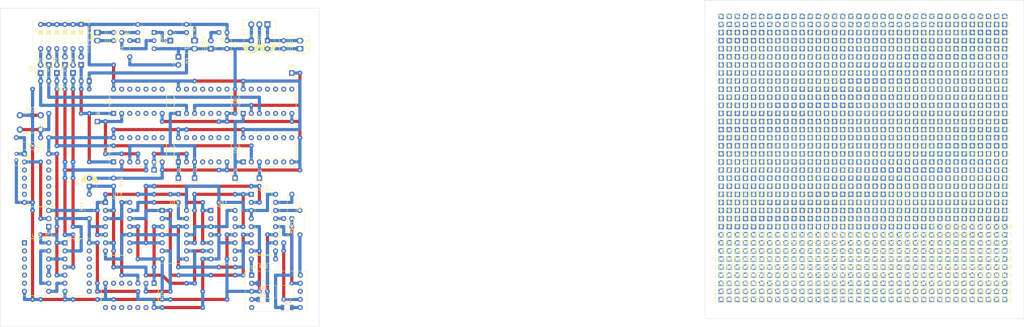
<source format=kicad_pcb>
(kicad_pcb (version 20221018) (generator pcbnew)
  (layers (0 "F.Cu" signal) (1 "In1.Cu" signal) (2 "In2.Cu" signal) (31 "B.Cu" signal) (34 "B.Paste" user) (35 "F.Paste" user) (36 "B.SilkS" user "B.Silkscreen") (37 "F.SilkS" user "F.Silkscreen") (38 "B.Mask" user) (39 "F.Mask" user) (44 "Edge.Cuts" user))
  (net 0 "")
  (net 1 "GND")
  (net 2 "+5V")
  (net 3 "/PSU 5V 1A/VIN")
  (net 4 "Net-(D1-K)")
  (net 5 "Net-(D4-A)")
  (net 6 "Net-(D5-A)")
  (net 7 "/Punta Logica/LOW_LVL")
  (net 8 "/Punta Logica/HIGH_LVL")
  (net 9 "Net-(D1-A)")
  (net 10 "Net-(D2-A)")
  (net 11 "Net-(D3-A)")
  (net 12 "Net-(D6-A)")
  (net 13 "/Logic/F")
  (net 14 "/Logic/E")
  (net 15 "/Logic/D")
  (net 16 "/Logic/C")
  (net 17 "Net-(D7-A)")
  (net 18 "/Logic/B")
  (net 19 "Net-(D8-A)")
  (net 20 "/Logic/A")
  (net 21 "Net-(D9-A)")
  (net 22 "Net-(Q1-B)")
  (net 23 "Net-(Q2-C)")
  (net 24 "Net-(Q2-B)")
  (net 25 "Net-(J4-Pin_1)")
  (net 26 "Net-(J5-Pin_1)")
  (net 27 "Net-(J6-Pin_1)")
  (net 28 "Net-(J7-Pin_1)")
  (net 29 "Net-(J8-Pin_1)")
  (net 30 "Net-(J9-Pin_1)")
  (net 31 "Net-(J10-Pin_1)")
  (net 32 "/Boton antirebote - Latch SR/CLK")
  (net 33 "Net-(JP1-C)")
  (net 34 "Net-(R8-Pad1)")
  (net 35 "Net-(C6-Pad1)")
  (net 45 "/Boton antirebote - Latch SR/~{Q}")
  (net 46 "/Boton antirebote - Latch SR/Q")
  (net 50 "Net-(U10-Pad12)")
  (net 51 "Net-(U10-Pad8)")
  (net 52 "Net-(U11B-J)")
  (net 55 "/Contador BCD/C")
  (net 56 "/Contador BCD/D")
  (net 57 "/Contador BCD/A")
  (net 58 "/Contador BCD/B")
  (net 59 "Net-(U15-Qa)")
  (net 60 "Net-(U19-A)")
  (net 61 "Net-(U15-Qc)")
  (net 62 "Net-(U19-C)")
  (net 63 "Net-(U15-Qe)")
  (net 64 "Net-(U19-E)")
  (net 65 "Net-(U19-G)")
  (net 66 "Net-(U15-Qg)")
  (net 67 "Net-(U19-B)")
  (net 68 "Net-(U15-Qb)")
  (net 69 "Net-(U19-D)")
  (net 70 "Net-(U15-Qd)")
  (net 71 "Net-(U15-Qf)")
  (net 72 "Net-(U19-F)")
  (net 75 "/Contador BCD/CLK")
  (net 76 "Net-(U12B-J)")
  (net 77 "Net-(U12A-J)")
  (net 79 "Net-(U12B-~{Q})")
  (net 80 "Net-(U13-Pad3)")
  (net 81 "Net-(U13-Pad6)")
  (net 82 "/Contador BCD/POR")
  (footprint "Resistor_THT:R_Axial_DIN0207_L6.3mm_D2.5mm_P2.54mm_Vertical" (layer "F.Cu") (at 142.24 50.8 180)
    (fp_text reference "R3")
    (fp_text value "R_US")
  )
  (footprint "" (layer "F.Cu") (at 368.3 81.28)
    (fp_text reference "556")
    (fp_text value "")
  )
  (footprint "" (layer "F.Cu") (at 368.3 45.72)
    (fp_text reference "52")
    (fp_text value "")
  )
  (footprint "" (layer "F.Cu") (at 406.4 45.72)
    (fp_text reference "67")
    (fp_text value "")
  )
  (footprint "" (layer "F.Cu") (at 386.08 66.04)
    (fp_text reference "347")
    (fp_text value "")
  )
  (footprint "" (layer "F.Cu") (at 330.2 93.98)
    (fp_text reference "721")
    (fp_text value "")
  )
  (footprint "" (layer "F.Cu") (at 370.84 78.74)
    (fp_text reference "521")
    (fp_text value "")
  )
  (footprint "" (layer "F.Cu") (at 347.98 55.88)
    (fp_text reference "188")
    (fp_text value "")
  )
  (footprint "" (layer "F.Cu") (at 381 45.72)
    (fp_text reference "57")
    (fp_text value "")
  )
  (footprint "" (layer "F.Cu") (at 408.94 60.96)
    (fp_text reference "284")
    (fp_text value "")
  )
  (footprint "" (layer "F.Cu") (at 350.52 101.6)
    (fp_text reference "837")
    (fp_text value "")
  )
  (footprint "" (layer "F.Cu") (at 375.92 106.68)
    (fp_text reference "919")
    (fp_text value "")
  )
  (footprint "" (layer "F.Cu") (at 370.84 86.36)
    (fp_text reference "629")
    (fp_text value "")
  )
  (footprint "" (layer "F.Cu") (at 388.62 50.8)
    (fp_text reference "132")
    (fp_text value "")
  )
  (footprint "" (layer "F.Cu") (at 370.84 60.96)
    (fp_text reference "269")
    (fp_text value "")
  )
  (footprint "" (layer "F.Cu") (at 358.14 66.04)
    (fp_text reference "336")
    (fp_text value "")
  )
  (footprint "" (layer "F.Cu") (at 383.54 116.84)
    (fp_text reference "1066")
    (fp_text value "")
  )
  (footprint "" (layer "F.Cu") (at 414.02 81.28)
    (fp_text reference "574")
    (fp_text value "")
  )
  (footprint "" (layer "F.Cu") (at 391.16 96.52)
    (fp_text reference "781")
    (fp_text value "")
  )
  (footprint "" (layer "F.Cu") (at 393.7 73.66)
    (fp_text reference "458")
    (fp_text value "")
  )
  (footprint "" (layer "F.Cu") (at 388.62 63.5)
    (fp_text reference "312")
    (fp_text value "")
  )
  (footprint "" (layer "F.Cu") (at 368.3 106.68)
    (fp_text reference "916")
    (fp_text value "")
  )
  (footprint "" (layer "F.Cu") (at 391.16 121.92)
    (fp_text reference "1141")
    (fp_text value "")
  )
  (footprint "" (layer "F.Cu") (at 383.54 129.54)
    (fp_text reference "1246")
    (fp_text value "")
  )
  (footprint "" (layer "F.Cu") (at 398.78 96.52)
    (fp_text reference "784")
    (fp_text value "")
  )
  (footprint "" (layer "F.Cu") (at 381 73.66)
    (fp_text reference "453")
    (fp_text value "")
  )
  (footprint "" (layer "F.Cu") (at 337.82 58.42)
    (fp_text reference "220")
    (fp_text value "")
  )
  (footprint "" (layer "F.Cu") (at 345.44 121.92)
    (fp_text reference "1123")
    (fp_text value "")
  )
  (footprint "" (layer "F.Cu") (at 381 124.46)
    (fp_text reference "1173")
    (fp_text value "")
  )
  (footprint "" (layer "F.Cu") (at 358.14 101.6)
    (fp_text reference "840")
    (fp_text value "")
  )
  (footprint "" (layer "F.Cu") (at 373.38 81.28)
    (fp_text reference "558")
    (fp_text value "")
  )
  (footprint "" (layer "F.Cu") (at 337.82 127)
    (fp_text reference "1192")
    (fp_text value "")
  )
  (footprint "" (layer "F.Cu") (at 375.92 129.54)
    (fp_text reference "1243")
    (fp_text value "")
  )
  (footprint "" (layer "F.Cu") (at 373.38 73.66)
    (fp_text reference "450")
    (fp_text value "")
  )
  (footprint "" (layer "F.Cu") (at 401.32 81.28)
    (fp_text reference "569")
    (fp_text value "")
  )
  (footprint "" (layer "F.Cu") (at 342.9 106.68)
    (fp_text reference "906")
    (fp_text value "")
  )
  (footprint "" (layer "F.Cu") (at 396.24 93.98)
    (fp_text reference "747")
    (fp_text value "")
  )
  (footprint "" (layer "F.Cu") (at 342.9 101.6)
    (fp_text reference "834")
    (fp_text value "")
  )
  (footprint "Capacitor_THT:CP_Radial_D5.0mm_P2.50mm" (layer "F.Cu") (at 182.86 53.34 -90)
    (fp_text reference "C4")
    (fp_text value "C_Polarized_US")
  )
  (footprint "" (layer "F.Cu") (at 373.38 55.88)
    (fp_text reference "198")
    (fp_text value "")
  )
  (footprint "" (layer "F.Cu") (at 370.84 76.2)
    (fp_text reference "485")
    (fp_text value "")
  )
  (footprint "" (layer "F.Cu") (at 345.44 129.54)
    (fp_text reference "1231")
    (fp_text value "")
  )
  (footprint "" (layer "F.Cu") (at 368.3 50.8)
    (fp_text reference "124")
    (fp_text value "")
  )
  (footprint "" (layer "F.Cu") (at 365.76 93.98)
    (fp_text reference "735")
    (fp_text value "")
  )
  (footprint "LED_THT:LED_D3.0mm" (layer "F.Cu") (at 127 63.5 90)
    (fp_text reference "D5")
    (fp_text value "LED")
  )
  (footprint "" (layer "F.Cu") (at 419.1 119.38)
    (fp_text reference "1116")
    (fp_text value "")
  )
  (footprint "" (layer "F.Cu") (at 411.48 101.6)
    (fp_text reference "861")
    (fp_text value "")
  )
  (footprint "" (layer "F.Cu") (at 408.94 132.08)
    (fp_text reference "1292")
    (fp_text value "")
  )
  (footprint "" (layer "F.Cu") (at 358.14 132.08)
    (fp_text reference "1272")
    (fp_text value "")
  )
  (footprint "" (layer "F.Cu") (at 416.56 58.42)
    (fp_text reference "251")
    (fp_text value "")
  )
  (footprint "" (layer "F.Cu") (at 411.48 119.38)
    (fp_text reference "1113")
    (fp_text value "")
  )
  (footprint "" (layer "F.Cu") (at 337.82 45.72)
    (fp_text reference "40")
    (fp_text value "")
  )
  (footprint "" (layer "F.Cu") (at 396.24 116.84)
    (fp_text reference "1071")
    (fp_text value "")
  )
  (footprint "" (layer "F.Cu") (at 396.24 71.12)
    (fp_text reference "423")
    (fp_text value "")
  )
  (footprint "" (layer "F.Cu") (at 403.86 119.38)
    (fp_text reference "1110")
    (fp_text value "")
  )
  (footprint "" (layer "F.Cu") (at 350.52 91.44)
    (fp_text reference "693")
    (fp_text value "")
  )
  (footprint "" (layer "F.Cu") (at 388.62 45.72)
    (fp_text reference "60")
    (fp_text value "")
  )
  (footprint "" (layer "F.Cu") (at 401.32 114.3)
    (fp_text reference "1037")
    (fp_text value "")
  )
  (footprint "" (layer "F.Cu") (at 375.92 93.98)
    (fp_text reference "739")
    (fp_text value "")
  )
  (footprint "" (layer "F.Cu") (at 342.9 81.28)
    (fp_text reference "546")
    (fp_text value "")
  )
  (footprint "" (layer "F.Cu") (at 355.6 119.38)
    (fp_text reference "1091")
    (fp_text value "")
  )
  (footprint "" (layer "F.Cu") (at 411.48 127)
    (fp_text reference "1221")
    (fp_text value "")
  )
  (footprint "" (layer "F.Cu") (at 363.22 66.04)
    (fp_text reference "338")
    (fp_text value "")
  )
  (footprint "" (layer "F.Cu") (at 363.22 116.84)
    (fp_text reference "1058")
    (fp_text value "")
  )
  (footprint "" (layer "F.Cu") (at 419.1 134.62)
    (fp_text reference "1332")
    (fp_text value "")
  )
  (footprint "" (layer "F.Cu") (at 375.92 81.28)
    (fp_text reference "559")
    (fp_text value "")
  )
  (footprint "" (layer "F.Cu") (at 408.94 83.82)
    (fp_text reference "608")
    (fp_text value "")
  )
  (footprint "" (layer "F.Cu") (at 388.62 76.2)
    (fp_text reference "492")
    (fp_text value "")
  )
  (footprint "" (layer "F.Cu") (at 393.7 68.58)
    (fp_text reference "386")
    (fp_text value "")
  )
  (footprint "" (layer "F.Cu") (at 368.3 129.54)
    (fp_text reference "1240")
    (fp_text value "")
  )
  (footprint "" (layer "F.Cu") (at 330.2 48.26)
    (fp_text reference "73")
    (fp_text value "")
  )
  (footprint "" (layer "F.Cu") (at 368.3 114.3)
    (fp_text reference "1024")
    (fp_text value "")
  )
  (footprint "" (layer "F.Cu") (at 342.9 58.42)
    (fp_text reference "222")
    (fp_text value "")
  )
  (footprint "" (layer "F.Cu") (at 386.08 116.84)
    (fp_text reference "1067")
    (fp_text value "")
  )
  (footprint "" (layer "F.Cu") (at 332.74 109.22)
    (fp_text reference "938")
    (fp_text value "")
  )
  (footprint "" (layer "F.Cu") (at 365.76 127)
    (fp_text reference "1203")
    (fp_text value "")
  )
  (footprint "" (layer "F.Cu") (at 396.24 86.36)
    (fp_text reference "639")
    (fp_text value "")
  )
  (footprint "" (layer "F.Cu") (at 340.36 119.38)
    (fp_text reference "1085")
    (fp_text value "")
  )
  (footprint "" (layer "F.Cu") (at 406.4 91.44)
    (fp_text reference "715")
    (fp_text value "")
  )
  (footprint "" (layer "F.Cu") (at 353.06 109.22)
    (fp_text reference "946")
    (fp_text value "")
  )
  (footprint "" (layer "F.Cu") (at 414.02 116.84)
    (fp_text reference "1078")
    (fp_text value "")
  )
  (footprint "" (layer "F.Cu") (at 370.84 132.08)
    (fp_text reference "1277")
    (fp_text value "")
  )
  (footprint "" (layer "F.Cu") (at 332.74 76.2)
    (fp_text reference "470")
    (fp_text value "")
  )
  (footprint "" (layer "F.Cu") (at 350.52 104.14)
    (fp_text reference "873")
    (fp_text value "")
  )
  (footprint "" (layer "F.Cu") (at 360.68 121.92)
    (fp_text reference "1129")
    (fp_text value "")
  )
  (footprint "" (layer "F.Cu") (at 340.36 58.42)
    (fp_text reference "221")
    (fp_text value "")
  )
  (footprint "" (layer "F.Cu") (at 383.54 127)
    (fp_text reference "1210")
    (fp_text value "")
  )
  (footprint "" (layer "F.Cu") (at 419.1 86.36)
    (fp_text reference "648")
    (fp_text value "")
  )
  (footprint "" (layer "F.Cu") (at 330.2 45.72)
    (fp_text reference "37")
    (fp_text value "")
  )
  (footprint "" (layer "F.Cu") (at 360.68 96.52)
    (fp_text reference "769")
    (fp_text value "")
  )
  (footprint "" (layer "F.Cu") (at 332.74 73.66)
    (fp_text reference "434")
    (fp_text value "")
  )
  (footprint "LED_THT:LED_D3.0mm" (layer "F.Cu") (at 129.54 60.96 90)
    (fp_text reference "D4")
    (fp_text value "LED")
  )
  (footprint "" (layer "F.Cu") (at 381 109.22)
    (fp_text reference "957")
    (fp_text value "")
  )
  (footprint "" (layer "F.Cu") (at 381 63.5)
    (fp_text reference "309")
    (fp_text value "")
  )
  (footprint "" (layer "F.Cu") (at 391.16 53.34)
    (fp_text reference "169")
    (fp_text value "")
  )
  (footprint "" (layer "F.Cu") (at 388.62 73.66)
    (fp_text reference "456")
    (fp_text value "")
  )
  (footprint "" (layer "F.Cu") (at 355.6 53.34)
    (fp_text reference "155")
    (fp_text value "")
  )
  (footprint "" (layer "F.Cu") (at 383.54 119.38)
    (fp_text reference "1102")
    (fp_text value "")
  )
  (footprint "" (layer "F.Cu") (at 340.36 121.92)
    (fp_text reference "1121")
    (fp_text value "")
  )
  (footprint "" (layer "F.Cu") (at 335.28 127)
    (fp_text reference "1191")
    (fp_text value "")
  )
  (footprint "" (layer "F.Cu") (at 406.4 101.6)
    (fp_text reference "859")
    (fp_text value "")
  )
  (footprint "" (layer "F.Cu") (at 370.84 58.42)
    (fp_text reference "233")
    (fp_text value "")
  )
  (footprint "" (layer "F.Cu") (at 406.4 119.38)
    (fp_text reference "1111")
    (fp_text value "")
  )
  (footprint "" (layer "F.Cu") (at 347.98 101.6)
    (fp_text reference "836")
    (fp_text value "")
  )
  (footprint "" (layer "F.Cu") (at 388.62 132.08)
    (fp_text reference "1284")
    (fp_text value "")
  )
  (footprint "" (layer "F.Cu") (at 391.16 83.82)
    (fp_text reference "601")
    (fp_text value "")
  )
  (footprint "" (layer "F.Cu") (at 358.14 99.06)
    (fp_text reference "804")
    (fp_text value "")
  )
  (footprint "" (layer "F.Cu") (at 419.1 91.44)
    (fp_text reference "720")
    (fp_text value "")
  )
  (footprint "" (layer "F.Cu") (at 411.48 91.44)
    (fp_text reference "717")
    (fp_text value "")
  )
  (footprint "" (layer "F.Cu") (at 360.68 73.66)
    (fp_text reference "445")
    (fp_text value "")
  )
  (footprint "" (layer "F.Cu") (at 406.4 78.74)
    (fp_text reference "535")
    (fp_text value "")
  )
  (footprint "Capacitor_THT:CP_Radial_D5.0mm_P2.50mm" (layer "F.Cu") (at 187.94 53.38 -90)
    (fp_text reference "C1")
    (fp_text value "C_Polarized_US")
  )
  (footprint "" (layer "F.Cu") (at 347.98 111.76)
    (fp_text reference "980")
    (fp_text value "")
  )
  (footprint "" (layer "F.Cu") (at 368.3 111.76)
    (fp_text reference "988")
    (fp_text value "")
  )
  (footprint "" (layer "F.Cu") (at 419.1 73.66)
    (fp_text reference "468")
    (fp_text value "")
  )
  (footprint "" (layer "F.Cu") (at 335.28 106.68)
    (fp_text reference "903")
    (fp_text value "")
  )
  (footprint "" (layer "F.Cu") (at 375.92 132.08)
    (fp_text reference "1279")
    (fp_text value "")
  )
  (footprint "" (layer "F.Cu") (at 358.14 93.98)
    (fp_text reference "732")
    (fp_text value "")
  )
  (footprint "" (layer "F.Cu") (at 353.06 132.08)
    (fp_text reference "1270")
    (fp_text value "")
  )
  (footprint "" (layer "F.Cu") (at 337.82 93.98)
    (fp_text reference "724")
    (fp_text value "")
  )
  (footprint "Package_DIP:DIP-14_W7.62mm_Socket" (layer "F.Cu") (at 180.34 91.44 90)
    (fp_text reference "U5")
    (fp_text value "74LS386")
  )
  (footprint "" (layer "F.Cu") (at 350.52 48.26)
    (fp_text reference "81")
    (fp_text value "")
  )
  (footprint "" (layer "F.Cu") (at 368.3 104.14)
    (fp_text reference "880")
    (fp_text value "")
  )
  (footprint "" (layer "F.Cu") (at 419.1 53.34)
    (fp_text reference "180")
    (fp_text value "")
  )
  (footprint "" (layer "F.Cu") (at 381 132.08)
    (fp_text reference "1281")
    (fp_text value "")
  )
  (footprint "" (layer "F.Cu") (at 396.24 106.68)
    (fp_text reference "927")
    (fp_text value "")
  )
  (footprint "" (layer "F.Cu") (at 342.9 132.08)
    (fp_text reference "1266")
    (fp_text value "")
  )
  (footprint "" (layer "F.Cu") (at 347.98 121.92)
    (fp_text reference "1124")
    (fp_text value "")
  )
  (footprint "" (layer "F.Cu") (at 350.52 53.34)
    (fp_text reference "153")
    (fp_text value "")
  )
  (footprint "" (layer "F.Cu") (at 403.86 91.44)
    (fp_text reference "714")
    (fp_text value "")
  )
  (footprint "" (layer "F.Cu") (at 406.4 71.12)
    (fp_text reference "427")
    (fp_text value "")
  )
  (footprint "" (layer "F.Cu") (at 363.22 88.9)
    (fp_text reference "662")
    (fp_text value "")
  )
  (footprint "" (layer "F.Cu") (at 414.02 99.06)
    (fp_text reference "826")
    (fp_text value "")
  )
  (footprint "" (layer "F.Cu") (at 388.62 93.98)
    (fp_text reference "744")
    (fp_text value "")
  )
  (footprint "" (layer "F.Cu") (at 378.46 76.2)
    (fp_text reference "488")
    (fp_text value "")
  )
  (footprint "" (layer "F.Cu") (at 383.54 114.3)
    (fp_text reference "1030")
    (fp_text value "")
  )
  (footprint "" (layer "F.Cu") (at 388.62 124.46)
    (fp_text reference "1176")
    (fp_text value "")
  )
  (footprint "" (layer "F.Cu") (at 347.98 86.36)
    (fp_text reference "620")
    (fp_text value "")
  )
  (footprint "" (layer "F.Cu") (at 398.78 68.58)
    (fp_text reference "388")
    (fp_text value "")
  )
  (footprint "" (layer "F.Cu") (at 381 71.12)
    (fp_text reference "417")
    (fp_text value "")
  )
  (footprint "" (layer "F.Cu") (at 408.94 121.92)
    (fp_text reference "1148")
    (fp_text value "")
  )
  (footprint "" (layer "F.Cu") (at 347.98 60.96)
    (fp_text reference "260")
    (fp_text value "")
  )
  (footprint "" (layer "F.Cu") (at 375.92 119.38)
    (fp_text reference "1099")
    (fp_text value "")
  )
  (footprint "" (layer "F.Cu") (at 391.16 111.76)
    (fp_text reference "997")
    (fp_text value "")
  )
  (footprint "" (layer "F.Cu") (at 340.36 68.58)
    (fp_text reference "365")
    (fp_text value "")
  )
  (footprint "" (layer "F.Cu") (at 393.7 124.46)
    (fp_text reference "1178")
    (fp_text value "")
  )
  (footprint "" (layer "F.Cu") (at 388.62 127)
    (fp_text reference "1212")
    (fp_text value "")
  )
  (footprint "" (layer "F.Cu") (at 350.52 68.58)
    (fp_text reference "369")
    (fp_text value "")
  )
  (footprint "" (layer "F.Cu") (at 383.54 134.62)
    (fp_text reference "1318")
    (fp_text value "")
  )
  (footprint "" (layer "F.Cu") (at 378.46 50.8)
    (fp_text reference "128")
    (fp_text value "")
  )
  (footprint "" (layer "F.Cu") (at 353.06 55.88)
    (fp_text reference "190")
    (fp_text value "")
  )
  (footprint "" (layer "F.Cu") (at 363.22 134.62)
    (fp_text reference "1310")
    (fp_text value "")
  )
  (footprint "" (layer "F.Cu") (at 373.38 129.54)
    (fp_text reference "1242")
    (fp_text value "")
  )
  (footprint "" (layer "F.Cu") (at 368.3 93.98)
    (fp_text reference "736")
    (fp_text value "")
  )
  (footprint "LED_THT:LED_D3.0mm_FlatTop" (layer "F.Cu") (at 116.84 63.5 90)
    (fp_text reference "D9")
    (fp_text value "LED")
  )
  (footprint "" (layer "F.Cu") (at 411.48 93.98)
    (fp_text reference "753")
    (fp_text value "")
  )
  (footprint "" (layer "F.Cu") (at 414.02 111.76)
    (fp_text reference "1006")
    (fp_text value "")
  )
  (footprint "" (layer "F.Cu") (at 330.2 73.66)
    (fp_text reference "433")
    (fp_text value "")
  )
  (footprint "" (layer "F.Cu") (at 342.9 111.76)
    (fp_text reference "978")
    (fp_text value "")
  )
  (footprint "" (layer "F.Cu") (at 408.94 119.38)
    (fp_text reference "1112")
    (fp_text value "")
  )
  (footprint "" (layer "F.Cu") (at 360.68 104.14)
    (fp_text reference "877")
    (fp_text value "")
  )
  (footprint "" (layer "F.Cu") (at 414.02 66.04)
    (fp_text reference "358")
    (fp_text value "")
  )
  (footprint "" (layer "F.Cu") (at 350.52 96.52)
    (fp_text reference "765")
    (fp_text value "")
  )
  (footprint "" (layer "F.Cu") (at 391.16 58.42)
    (fp_text reference "241")
    (fp_text value "")
  )
  (footprint "" (layer "F.Cu") (at 345.44 134.62)
    (fp_text reference "1303")
    (fp_text value "")
  )
  (footprint "" (layer "F.Cu") (at 373.38 111.76)
    (fp_text reference "990")
    (fp_text value "")
  )
  (footprint "" (layer "F.Cu") (at 401.32 78.74)
    (fp_text reference "533")
    (fp_text value "")
  )
  (footprint "Connector_PinHeader_2.54mm:PinHeader_1x01_P2.54mm_Vertical" (layer "F.Cu") (at 177.8 96.52)
    (fp_text reference "J5")
    (fp_text value "Conn_01x01_Pin")
  )
  (footprint "" (layer "F.Cu") (at 345.44 50.8)
    (fp_text reference "115")
    (fp_text value "")
  )
  (footprint "" (layer "F.Cu") (at 375.92 83.82)
    (fp_text reference "595")
    (fp_text value "")
  )
  (footprint "" (layer "F.Cu") (at 403.86 45.72)
    (fp_text reference "66")
    (fp_text value "")
  )
  (footprint "" (layer "F.Cu") (at 360.68 83.82)
    (fp_text reference "589")
    (fp_text value "")
  )
  (footprint "" (layer "F.Cu") (at 414.02 127)
    (fp_text reference "1222")
    (fp_text value "")
  )
  (footprint "" (layer "F.Cu") (at 360.68 88.9)
    (fp_text reference "661")
    (fp_text value "")
  )
  (footprint "" (layer "F.Cu") (at 403.86 66.04)
    (fp_text reference "354")
    (fp_text value "")
  )
  (footprint "" (layer "F.Cu") (at 363.22 73.66)
    (fp_text reference "446")
    (fp_text value "")
  )
  (footprint "" (layer "F.Cu") (at 368.3 66.04)
    (fp_text reference "340")
    (fp_text value "")
  )
  (footprint "" (layer "F.Cu") (at 355.6 127)
    (fp_text reference "1199")
    (fp_text value "")
  )
  (footprint "" (layer "F.Cu") (at 373.38 124.46)
    (fp_text reference "1170")
    (fp_text value "")
  )
  (footprint "" (layer "F.Cu") (at 345.44 55.88)
    (fp_text reference "187")
    (fp_text value "")
  )
  (footprint "" (layer "F.Cu") (at 396.24 81.28)
    (fp_text reference "567")
    (fp_text value "")
  )
  (footprint "" (layer "F.Cu") (at 332.74 68.58)
    (fp_text reference "362")
    (fp_text value "")
  )
  (footprint "" (layer "F.Cu") (at 353.06 111.76)
    (fp_text reference "982")
    (fp_text value "")
  )
  (footprint "" (layer "F.Cu") (at 406.4 53.34)
    (fp_text reference "175")
    (fp_text value "")
  )
  (footprint "" (layer "F.Cu") (at 386.08 60.96)
    (fp_text reference "275")
    (fp_text value "")
  )
  (footprint "" (layer "F.Cu") (at 396.24 88.9)
    (fp_text reference "675")
    (fp_text value "")
  )
  (footprint "" (layer "F.Cu") (at 368.3 78.74)
    (fp_text reference "520")
    (fp_text value "")
  )
  (footprint "" (layer "F.Cu") (at 347.98 91.44)
    (fp_text reference "692")
    (fp_text value "")
  )
  (footprint "" (layer "F.Cu") (at 345.44 66.04)
    (fp_text reference "331")
    (fp_text value "")
  )
  (footprint "" (layer "F.Cu") (at 347.98 119.38)
    (fp_text reference "1088")
    (fp_text value "")
  )
  (footprint "" (layer "F.Cu") (at 360.68 116.84)
    (fp_text reference "1057")
    (fp_text value "")
  )
  (footprint "" (layer "F.Cu") (at 375.92 63.5)
    (fp_text reference "307")
    (fp_text value "")
  )
  (footprint "" (layer "F.Cu") (at 388.62 60.96)
    (fp_text reference "276")
    (fp_text value "")
  )
  (footprint "" (layer "F.Cu") (at 408.94 106.68)
    (fp_text reference "932")
    (fp_text value "")
  )
  (footprint "" (layer "F.Cu") (at 381 106.68)
    (fp_text reference "921")
    (fp_text value "")
  )
  (footprint "" (layer "F.Cu") (at 381 76.2)
    (fp_text reference "489")
    (fp_text value "")
  )
  (footprint "" (layer "F.Cu") (at 381 127)
    (fp_text reference "1209")
    (fp_text value "")
  )
  (footprint "" (layer "F.Cu") (at 393.7 66.04)
    (fp_text reference "350")
    (fp_text value "")
  )
  (footprint "" (layer "F.Cu") (at 416.56 78.74)
    (fp_text reference "539")
    (fp_text value "")
  )
  (footprint "" (layer "F.Cu") (at 398.78 58.42)
    (fp_text reference "244")
    (fp_text value "")
  )
  (footprint "" (layer "F.Cu") (at 378.46 83.82)
    (fp_text reference "596")
    (fp_text value "")
  )
  (footprint "" (layer "F.Cu") (at 353.06 86.36)
    (fp_text reference "622")
    (fp_text value "")
  )
  (footprint "" (layer "F.Cu") (at 419.1 111.76)
    (fp_text reference "1008")
    (fp_text value "")
  )
  (footprint "" (layer "F.Cu") (at 416.56 96.52)
    (fp_text reference "791")
    (fp_text value "")
  )
  (footprint "" (layer "F.Cu") (at 378.46 96.52)
    (fp_text reference "776")
    (fp_text value "")
  )
  (footprint "" (layer "F.Cu") (at 401.32 83.82)
    (fp_text reference "605")
    (fp_text value "")
  )
  (footprint "" (layer "F.Cu") (at 401.32 104.14)
    (fp_text reference "893")
    (fp_text value "")
  )
  (footprint "" (layer "F.Cu") (at 363.22 101.6)
    (fp_text reference "842")
    (fp_text value "")
  )
  (footprint "" (layer "F.Cu") (at 353.06 73.66)
    (fp_text reference "442")
    (fp_text value "")
  )
  (footprint "" (layer "F.Cu") (at 340.36 66.04)
    (fp_text reference "329")
    (fp_text value "")
  )
  (footprint "" (layer "F.Cu") (at 353.06 127)
    (fp_text reference "1198")
    (fp_text value "")
  )
  (footprint "" (layer "F.Cu") (at 381 50.8)
    (fp_text reference "129")
    (fp_text value "")
  )
  (footprint "" (layer "F.Cu") (at 365.76 96.52)
    (fp_text reference "771")
    (fp_text value "")
  )
  (footprint "" (layer "F.Cu") (at 378.46 111.76)
    (fp_text reference "992")
    (fp_text value "")
  )
  (footprint "" (layer "F.Cu") (at 408.94 88.9)
    (fp_text reference "680")
    (fp_text value "")
  )
  (footprint "" (layer "F.Cu") (at 337.82 53.34)
    (fp_text reference "148")
    (fp_text value "")
  )
  (footprint "" (layer "F.Cu") (at 375.92 66.04)
    (fp_text reference "343")
    (fp_text value "")
  )
  (footprint "LED_THT:LED_D3.0mm" (layer "F.Cu") (at 119.38 60.96 90)
    (fp_text reference "D8")
    (fp_text value "LED")
  )
  (footprint "" (layer "F.Cu") (at 353.06 91.44)
    (fp_text reference "694")
    (fp_text value "")
  )
  (footprint "" (layer "F.Cu") (at 340.36 76.2)
    (fp_text reference "473")
    (fp_text value "")
  )
  (footprint "" (layer "F.Cu") (at 347.98 53.34)
    (fp_text reference "152")
    (fp_text value "")
  )
  (footprint "" (layer "F.Cu") (at 358.14 134.62)
    (fp_text reference "1308")
    (fp_text value "")
  )
  (footprint "" (layer "F.Cu") (at 403.86 60.96)
    (fp_text reference "282")
    (fp_text value "")
  )
  (footprint "" (layer "F.Cu") (at 365.76 58.42)
    (fp_text reference "231")
    (fp_text value "")
  )
  (footprint "" (layer "F.Cu") (at 368.3 134.62)
    (fp_text reference "1312")
    (fp_text value "")
  )
  (footprint "" (layer "F.Cu") (at 414.02 129.54)
    (fp_text reference "1258")
    (fp_text value "")
  )
  (footprint "" (layer "F.Cu") (at 416.56 101.6)
    (fp_text reference "863")
    (fp_text value "")
  )
  (footprint "" (layer "F.Cu") (at 370.84 55.88)
    (fp_text reference "197")
    (fp_text value "")
  )
  (footprint "" (layer "F.Cu") (at 340.36 55.88)
    (fp_text reference "185")
    (fp_text value "")
  )
  (footprint "" (layer "F.Cu") (at 381 116.84)
    (fp_text reference "1065")
    (fp_text value "")
  )
  (footprint "" (layer "F.Cu") (at 408.94 96.52)
    (fp_text reference "788")
    (fp_text value "")
  )
  (footprint "" (layer "F.Cu") (at 406.4 93.98)
    (fp_text reference "751")
    (fp_text value "")
  )
  (footprint "" (layer "F.Cu") (at 408.94 91.44)
    (fp_text reference "716")
    (fp_text value "")
  )
  (footprint "" (layer "F.Cu") (at 398.78 81.28)
    (fp_text reference "568")
    (fp_text value "")
  )
  (footprint "" (layer "F.Cu") (at 388.62 106.68)
    (fp_text reference "924")
    (fp_text value "")
  )
  (footprint "Package_DIP:DIP-14_W7.62mm_Socket" (layer "F.Cu") (at 160.02 91.44 90)
    (fp_text reference "U3")
    (fp_text value "74LS32")
  )
  (footprint "" (layer "F.Cu") (at 373.38 99.06)
    (fp_text reference "810")
    (fp_text value "")
  )
  (footprint "" (layer "F.Cu") (at 360.68 119.38)
    (fp_text reference "1093")
    (fp_text value "")
  )
  (footprint "" (layer "F.Cu") (at 370.84 116.84)
    (fp_text reference "1061")
    (fp_text value "")
  )
  (footprint "" (layer "F.Cu") (at 335.28 109.22)
    (fp_text reference "939")
    (fp_text value "")
  )
  (footprint "" (layer "F.Cu") (at 330.2 83.82)
    (fp_text reference "577")
    (fp_text value "")
  )
  (footprint "" (layer "F.Cu") (at 398.78 50.8)
    (fp_text reference "136")
    (fp_text value "")
  )
  (footprint "" (layer "F.Cu") (at 337.82 104.14)
    (fp_text reference "868")
    (fp_text value "")
  )
  (footprint "" (layer "F.Cu") (at 365.76 86.36)
    (fp_text reference "627")
    (fp_text value "")
  )
  (footprint "" (layer "F.Cu") (at 337.82 116.84)
    (fp_text reference "1048")
    (fp_text value "")
  )
  (footprint "" (layer "F.Cu") (at 388.62 81.28)
    (fp_text reference "564")
    (fp_text value "")
  )
  (footprint "" (layer "F.Cu") (at 373.38 68.58)
    (fp_text reference "378")
    (fp_text value "")
  )
  (footprint "" (layer "F.Cu") (at 403.86 78.74)
    (fp_text reference "534")
    (fp_text value "")
  )
  (footprint "" (layer "F.Cu") (at 378.46 114.3)
    (fp_text reference "1028")
    (fp_text value "")
  )
  (footprint "" (layer "F.Cu") (at 358.14 86.36)
    (fp_text reference "624")
    (fp_text value "")
  )
  (footprint "" (layer "F.Cu") (at 403.86 116.84)
    (fp_text reference "1074")
    (fp_text value "")
  )
  (footprint "" (layer "F.Cu") (at 353.06 134.62)
    (fp_text reference "1306")
    (fp_text value "")
  )
  (footprint "" (layer "F.Cu") (at 345.44 60.96)
    (fp_text reference "259")
    (fp_text value "")
  )
  (footprint "" (layer "F.Cu") (at 337.82 48.26)
    (fp_text reference "76")
    (fp_text value "")
  )
  (footprint "" (layer "F.Cu") (at 332.74 63.5)
    (fp_text reference "290")
    (fp_text value "")
  )
  (footprint "" (layer "F.Cu") (at 386.08 86.36)
    (fp_text reference "635")
    (fp_text value "")
  )
  (footprint "" (layer "F.Cu") (at 365.76 63.5)
    (fp_text reference "303")
    (fp_text value "")
  )
  (footprint "" (layer "F.Cu") (at 335.28 86.36)
    (fp_text reference "615")
    (fp_text value "")
  )
  (footprint "" (layer "F.Cu") (at 360.68 101.6)
    (fp_text reference "841")
    (fp_text value "")
  )
  (footprint "" (layer "F.Cu") (at 360.68 63.5)
    (fp_text reference "301")
    (fp_text value "")
  )
  (footprint "" (layer "F.Cu") (at 332.74 129.54)
    (fp_text reference "1226")
    (fp_text value "")
  )
  (footprint "Connector_PinHeader_2.54mm:PinHeader_1x01_P2.54mm_Vertical" (layer "F.Cu") (at 185.42 96.52)
    (fp_text reference "J4")
    (fp_text value "Conn_01x01_Pin")
  )
  (footprint "" (layer "F.Cu") (at 337.82 91.44)
    (fp_text reference "688")
    (fp_text value "")
  )
  (footprint "" (layer "F.Cu") (at 391.16 86.36)
    (fp_text reference "637")
    (fp_text value "")
  )
  (footprint "" (layer "F.Cu") (at 358.14 68.58)
    (fp_text reference "372")
    (fp_text value "")
  )
  (footprint "" (layer "F.Cu") (at 365.76 81.28)
    (fp_text reference "555")
    (fp_text value "")
  )
  (footprint "" (layer "F.Cu") (at 337.82 111.76)
    (fp_text reference "976")
    (fp_text value "")
  )
  (footprint "" (layer "F.Cu") (at 342.9 104.14)
    (fp_text reference "870")
    (fp_text value "")
  )
  (footprint "" (layer "F.Cu") (at 335.28 60.96)
    (fp_text reference "255")
    (fp_text value "")
  )
  (footprint "" (layer "F.Cu") (at 355.6 71.12)
    (fp_text reference "407")
    (fp_text value "")
  )
  (footprint "" (layer "F.Cu") (at 342.9 63.5)
    (fp_text reference "294")
    (fp_text value "")
  )
  (footprint "" (layer "F.Cu") (at 365.76 109.22)
    (fp_text reference "951")
    (fp_text value "")
  )
  (footprint "" (layer "F.Cu") (at 360.68 55.88)
    (fp_text reference "193")
    (fp_text value "")
  )
  (footprint "LED_THT:LED_D3.0mm" (layer "F.Cu") (at 124.46 60.96 90)
    (fp_text reference "D6")
    (fp_text value "LED")
  )
  (footprint "Capacitor_THT:C_Radial_D5.0mm_H5.0mm_P2.00mm" (layer "F.Cu") (at 109.22 88.9 -90)
    (fp_text reference "C6")
    (fp_text value "C")
  )
  (footprint "" (layer "F.Cu") (at 378.46 132.08)
    (fp_text reference "1280")
    (fp_text value "")
  )
  (footprint "" (layer "F.Cu") (at 342.9 93.98)
    (fp_text reference "726")
    (fp_text value "")
  )
  (footprint "" (layer "F.Cu") (at 345.44 83.82)
    (fp_text reference "583")
    (fp_text value "")
  )
  (footprint "" (layer "F.Cu") (at 393.7 45.72)
    (fp_text reference "62")
    (fp_text value "")
  )
  (footprint "" (layer "F.Cu") (at 381 78.74)
    (fp_text reference "525")
    (fp_text value "")
  )
  (footprint "" (layer "F.Cu") (at 414.02 63.5)
    (fp_text reference "322")
    (fp_text value "")
  )
  (footprint "" (layer "F.Cu") (at 332.74 48.26)
    (fp_text reference "74")
    (fp_text value "")
  )
  (footprint "" (layer "F.Cu") (at 363.22 81.28)
    (fp_text reference "554")
    (fp_text value "")
  )
  (footprint "" (layer "F.Cu") (at 378.46 134.62)
    (fp_text reference "1316")
    (fp_text value "")
  )
  (footprint "" (layer "F.Cu") (at 370.84 99.06)
    (fp_text reference "809")
    (fp_text value "")
  )
  (footprint "" (layer "F.Cu") (at 373.38 45.72)
    (fp_text reference "54")
    (fp_text value "")
  )
  (footprint "" (layer "F.Cu") (at 408.94 134.62)
    (fp_text reference "1328")
    (fp_text value "")
  )
  (footprint "" (layer "F.Cu") (at 355.6 96.52)
    (fp_text reference "767")
    (fp_text value "")
  )
  (footprint "" (layer "F.Cu") (at 406.4 68.58)
    (fp_text reference "391")
    (fp_text value "")
  )
  (footprint "" (layer "F.Cu") (at 342.9 73.66)
    (fp_text reference "438")
    (fp_text value "")
  )
  (footprint "" (layer "F.Cu") (at 386.08 111.76)
    (fp_text reference "995")
    (fp_text value "")
  )
  (footprint "" (layer "F.Cu") (at 408.94 73.66)
    (fp_text reference "464")
    (fp_text value "")
  )
  (footprint "" (layer "F.Cu") (at 398.78 53.34)
    (fp_text reference "172")
    (fp_text value "")
  )
  (footprint "" (layer "F.Cu") (at 375.92 96.52)
    (fp_text reference "775")
    (fp_text value "")
  )
  (footprint "" (layer "F.Cu") (at 419.1 55.88)
    (fp_text reference "216")
    (fp_text value "")
  )
  (footprint "" (layer "F.Cu") (at 393.7 119.38)
    (fp_text reference "1106")
    (fp_text value "")
  )
  (footprint "" (layer "F.Cu") (at 375.92 116.84)
    (fp_text reference "1063")
    (fp_text value "")
  )
  (footprint "" (layer "F.Cu") (at 368.3 99.06)
    (fp_text reference "808")
    (fp_text value "")
  )
  (footprint "" (layer "F.Cu") (at 330.2 58.42)
    (fp_text reference "217")
    (fp_text value "")
  )
  (footprint "Package_TO_SOT_THT:TO-92_Inline_Wide" (layer "F.Cu") (at 147.32 53.34 90)
    (fp_text reference "Q2")
    (fp_text value "BC558")
  )
  (footprint "" (layer "F.Cu") (at 396.24 134.62)
    (fp_text reference "1323")
    (fp_text value "")
  )
  (footprint "" (layer "F.Cu") (at 396.24 76.2)
    (fp_text reference "495")
    (fp_text value "")
  )
  (footprint "" (layer "F.Cu") (at 370.84 93.98)
    (fp_text reference "737")
    (fp_text value "")
  )
  (footprint "" (layer "F.Cu") (at 408.94 99.06)
    (fp_text reference "824")
    (fp_text value "")
  )
  (footprint "Resistor_THT:R_Axial_DIN0207_L6.3mm_D2.5mm_P7.62mm_Horizontal" (layer "F.Cu") (at 132.08 109.22 90)
    (fp_text reference "R15")
    (fp_text value "R_US")
  )
  (footprint "" (layer "F.Cu") (at 347.98 68.58)
    (fp_text reference "368")
    (fp_text value "")
  )
  (footprint "" (layer "F.Cu") (at 414.02 91.44)
    (fp_text reference "718")
    (fp_text value "")
  )
  (footprint "" (layer "F.Cu") (at 416.56 55.88)
    (fp_text reference "215")
    (fp_text value "")
  )
  (footprint "" (layer "F.Cu") (at 332.74 116.84)
    (fp_text reference "1046")
    (fp_text value "")
  )
  (footprint "" (layer "F.Cu") (at 403.86 58.42)
    (fp_text reference "246")
    (fp_text value "")
  )
  (footprint "" (layer "F.Cu") (at 335.28 111.76)
    (fp_text reference "975")
    (fp_text value "")
  )
  (footprint "" (layer "F.Cu") (at 378.46 119.38)
    (fp_text reference "1100")
    (fp_text value "")
  )
  (footprint "" (layer "F.Cu") (at 401.32 55.88)
    (fp_text reference "209")
    (fp_text value "")
  )
  (footprint "" (layer "F.Cu") (at 414.02 96.52)
    (fp_text reference "790")
    (fp_text value "")
  )
  (footprint "" (layer "F.Cu") (at 332.74 111.76)
    (fp_text reference "974")
    (fp_text value "")
  )
  (footprint "" (layer "F.Cu") (at 378.46 93.98)
    (fp_text reference "740")
    (fp_text value "")
  )
  (footprint "" (layer "F.Cu") (at 342.9 96.52)
    (fp_text reference "762")
    (fp_text value "")
  )
  (footprint "" (layer "F.Cu") (at 381 53.34)
    (fp_text reference "165")
    (fp_text value "")
  )
  (footprint "" (layer "F.Cu") (at 332.74 78.74)
    (fp_text reference "506")
    (fp_text value "")
  )
  (footprint "" (layer "F.Cu") (at 381 68.58)
    (fp_text reference "381")
    (fp_text value "")
  )
  (footprint "" (layer "F.Cu") (at 363.22 86.36)
    (fp_text reference "626")
    (fp_text value "")
  )
  (footprint "" (layer "F.Cu") (at 358.14 116.84)
    (fp_text reference "1056")
    (fp_text value "")
  )
  (footprint "Connector_PinHeader_2.54mm:PinHeader_1x03_P2.54mm_Vertical" (layer "F.Cu") (at 119.38 111.76 180)
    (fp_text reference "JP1")
    (fp_text value "Jumper_3_Bridged12")
  )
  (footprint "" (layer "F.Cu") (at 373.38 71.12)
    (fp_text reference "414")
    (fp_text value "")
  )
  (footprint "" (layer "F.Cu") (at 345.44 119.38)
    (fp_text reference "1087")
    (fp_text value "")
  )
  (footprint "" (layer "F.Cu") (at 396.24 124.46)
    (fp_text reference "1179")
    (fp_text value "")
  )
  (footprint "" (layer "F.Cu") (at 360.68 132.08)
    (fp_text reference "1273")
    (fp_text value "")
  )
  (footprint "" (layer "F.Cu") (at 398.78 99.06)
    (fp_text reference "820")
    (fp_text value "")
  )
  (footprint "" (layer "F.Cu") (at 393.7 93.98)
    (fp_text reference "746")
    (fp_text value "")
  )
  (footprint "" (layer "F.Cu") (at 368.3 55.88)
    (fp_text reference "196")
    (fp_text value "")
  )
  (footprint "" (layer "F.Cu") (at 386.08 88.9)
    (fp_text reference "671")
    (fp_text value "")
  )
  (footprint "" (layer "F.Cu") (at 340.36 106.68)
    (fp_text reference "905")
    (fp_text value "")
  )
  (footprint "" (layer "F.Cu") (at 398.78 60.96)
    (fp_text reference "280")
    (fp_text value "")
  )
  (footprint "" (layer "F.Cu") (at 345.44 96.52)
    (fp_text reference "763")
    (fp_text value "")
  )
  (footprint "" (layer "F.Cu") (at 414.02 45.72)
    (fp_text reference "70")
    (fp_text value "")
  )
  (footprint "" (layer "F.Cu") (at 391.16 99.06)
    (fp_text reference "817")
    (fp_text value "")
  )
  (footprint "" (layer "F.Cu") (at 398.78 119.38)
    (fp_text reference "1108")
    (fp_text value "")
  )
  (footprint "" (layer "F.Cu") (at 414.02 50.8)
    (fp_text reference "142")
    (fp_text value "")
  )
  (footprint "" (layer "F.Cu") (at 347.98 127)
    (fp_text reference "1196")
    (fp_text value "")
  )
  (footprint "" (layer "F.Cu") (at 393.7 81.28)
    (fp_text reference "566")
    (fp_text value "")
  )
  (footprint "" (layer "F.Cu") (at 408.94 101.6)
    (fp_text reference "860")
    (fp_text value "")
  )
  (footprint "" (layer "F.Cu") (at 355.6 81.28)
    (fp_text reference "551")
    (fp_text value "")
  )
  (footprint "" (layer "F.Cu") (at 396.24 83.82)
    (fp_text reference "603")
    (fp_text value "")
  )
  (footprint "" (layer "F.Cu") (at 350.52 73.66)
    (fp_text reference "441")
    (fp_text value "")
  )
  (footprint "" (layer "F.Cu") (at 345.44 78.74)
    (fp_text reference "511")
    (fp_text value "")
  )
  (footprint "" (layer "F.Cu") (at 419.1 116.84)
    (fp_text reference "1080")
    (fp_text value "")
  )
  (footprint "" (layer "F.Cu") (at 370.84 68.58)
    (fp_text reference "377")
    (fp_text value "")
  )
  (footprint "" (layer "F.Cu") (at 411.48 106.68)
    (fp_text reference "933")
    (fp_text value "")
  )
  (footprint "" (layer "F.Cu") (at 414.02 60.96)
    (fp_text reference "286")
    (fp_text value "")
  )
  (footprint "" (layer "F.Cu") (at 393.7 129.54)
    (fp_text reference "1250")
    (fp_text value "")
  )
  (footprint "" (layer "F.Cu") (at 401.32 121.92)
    (fp_text reference "1145")
    (fp_text value "")
  )
  (footprint "" (layer "F.Cu") (at 355.6 134.62)
    (fp_text reference "1307")
    (fp_text value "")
  )
  (footprint "" (layer "F.Cu") (at 355.6 121.92)
    (fp_text reference "1127")
    (fp_text value "")
  )
  (footprint "" (layer "F.Cu") (at 332.74 66.04)
    (fp_text reference "326")
    (fp_text value "")
  )
  (footprint "" (layer "F.Cu") (at 383.54 68.58)
    (fp_text reference "382")
    (fp_text value "")
  )
  (footprint "" (layer "F.Cu") (at 353.06 60.96)
    (fp_text reference "262")
    (fp_text value "")
  )
  (footprint "" (layer "F.Cu") (at 386.08 129.54)
    (fp_text reference "1247")
    (fp_text value "")
  )
  (footprint "" (layer "F.Cu") (at 337.82 109.22)
    (fp_text reference "940")
    (fp_text value "")
  )
  (footprint "" (layer "F.Cu") (at 340.36 96.52)
    (fp_text reference "761")
    (fp_text value "")
  )
  (footprint "" (layer "F.Cu") (at 353.06 106.68)
    (fp_text reference "910")
    (fp_text value "")
  )
  (footprint "" (layer "F.Cu") (at 401.32 106.68)
    (fp_text reference "929")
    (fp_text value "")
  )
  (footprint "" (layer "F.Cu") (at 335.28 104.14)
    (fp_text reference "867")
    (fp_text value "")
  )
  (footprint "" (layer "F.Cu") (at 360.68 129.54)
    (fp_text reference "1237")
    (fp_text value "")
  )
  (footprint "" (layer "F.Cu") (at 375.92 73.66)
    (fp_text reference "451")
    (fp_text value "")
  )
  (footprint "" (layer "F.Cu") (at 342.9 66.04)
    (fp_text reference "330")
    (fp_text value "")
  )
  (footprint "" (layer "F.Cu") (at 416.56 106.68)
    (fp_text reference "935")
    (fp_text value "")
  )
  (footprint "" (layer "F.Cu") (at 365.76 129.54)
    (fp_text reference "1239")
    (fp_text value "")
  )
  (footprint "" (layer "F.Cu") (at 345.44 68.58)
    (fp_text reference "367")
    (fp_text value "")
  )
  (footprint "" (layer "F.Cu") (at 393.7 88.9)
    (fp_text reference "674")
    (fp_text value "")
  )
  (footprint "Package_DIP:DIP-14_W7.62mm_Socket" (layer "F.Cu") (at 139.7 91.44 90)
    (fp_text reference "U2")
    (fp_text value "74LS08")
  )
  (footprint "" (layer "F.Cu") (at 330.2 63.5)
    (fp_text reference "289")
    (fp_text value "")
  )
  (footprint "" (layer "F.Cu") (at 363.22 121.92)
    (fp_text reference "1130")
    (fp_text value "")
  )
  (footprint "" (layer "F.Cu") (at 414.02 124.46)
    (fp_text reference "1186")
    (fp_text value "")
  )
  (footprint "" (layer "F.Cu") (at 332.74 45.72)
    (fp_text reference "38")
    (fp_text value "")
  )
  (footprint "" (layer "F.Cu") (at 401.32 134.62)
    (fp_text reference "1325")
    (fp_text value "")
  )
  (footprint "" (layer "F.Cu") (at 401.32 111.76)
    (fp_text reference "1001")
    (fp_text value "")
  )
  (footprint "" (layer "F.Cu") (at 391.16 81.28)
    (fp_text reference "565")
    (fp_text value "")
  )
  (footprint "" (layer "F.Cu") (at 365.76 78.74)
    (fp_text reference "519")
    (fp_text value "")
  )
  (footprint "" (layer "F.Cu") (at 370.84 101.6)
    (fp_text reference "845")
    (fp_text value "")
  )
  (footprint "" (layer "F.Cu") (at 335.28 119.38)
    (fp_text reference "1083")
    (fp_text value "")
  )
  (footprint "" (layer "F.Cu") (at 340.36 104.14)
    (fp_text reference "869")
    (fp_text value "")
  )
  (footprint "" (layer "F.Cu") (at 337.82 132.08)
    (fp_text reference "1264")
    (fp_text value "")
  )
  (footprint "" (layer "F.Cu") (at 373.38 132.08)
    (fp_text reference "1278")
    (fp_text value "")
  )
  (footprint "" (layer "F.Cu") (at 388.62 86.36)
    (fp_text reference "636")
    (fp_text value "")
  )
  (footprint "" (layer "F.Cu") (at 383.54 76.2)
    (fp_text reference "490")
    (fp_text value "")
  )
  (footprint "" (layer "F.Cu") (at 408.94 55.88)
    (fp_text reference "212")
    (fp_text value "")
  )
  (footprint "" (layer "F.Cu") (at 368.3 132.08)
    (fp_text reference "1276")
    (fp_text value "")
  )
  (footprint "" (layer "F.Cu") (at 383.54 60.96)
    (fp_text reference "274")
    (fp_text value "")
  )
  (footprint "Capacitor_THT:C_Disc_D5.0mm_W2.5mm_P2.50mm" (layer "F.Cu") (at 193.02 53.38 -90)
    (fp_text reference "C2")
    (fp_text value "C")
  )
  (footprint "" (layer "F.Cu") (at 330.2 134.62)
    (fp_text reference "1297")
    (fp_text value "")
  )
  (footprint "Package_DIP:DIP-14_W7.62mm_Socket" (layer "F.Cu") (at 137.16 104.14)
    (fp_text reference "U12")
    (fp_text value "74LS73")
  )
  (footprint "" (layer "F.Cu") (at 406.4 73.66)
    (fp_text reference "463")
    (fp_text value "")
  )
  (footprint "" (layer "F.Cu") (at 360.68 134.62)
    (fp_text reference "1309")
    (fp_text value "")
  )
  (footprint "" (layer "F.Cu") (at 386.08 71.12)
    (fp_text reference "419")
    (fp_text value "")
  )
  (footprint "" (layer "F.Cu") (at 408.94 93.98)
    (fp_text reference "752")
    (fp_text value "")
  )
  (footprint "" (layer "F.Cu") (at 355.6 91.44)
    (fp_text reference "695")
    (fp_text value "")
  )
  (footprint "" (layer "F.Cu") (at 414.02 68.58)
    (fp_text reference "394")
    (fp_text value "")
  )
  (footprint "" (layer "F.Cu") (at 396.24 60.96)
    (fp_text reference "279")
    (fp_text value "")
  )
  (footprint "" (layer "F.Cu") (at 383.54 99.06)
    (fp_text reference "814")
    (fp_text value "")
  )
  (footprint "" (layer "F.Cu") (at 411.48 111.76)
    (fp_text reference "1005")
    (fp_text value "")
  )
  (footprint "" (layer "F.Cu") (at 378.46 101.6)
    (fp_text reference "848")
    (fp_text value "")
  )
  (footprint "" (layer "F.Cu") (at 332.74 86.36)
    (fp_text reference "614")
    (fp_text value "")
  )
  (footprint "" (layer "F.Cu") (at 360.68 124.46)
    (fp_text reference "1165")
    (fp_text value "")
  )
  (footprint "" (layer "F.Cu") (at 370.84 66.04)
    (fp_text reference "341")
    (fp_text value "")
  )
  (footprint "" (layer "F.Cu") (at 398.78 93.98)
    (fp_text reference "748")
    (fp_text value "")
  )
  (footprint "" (layer "F.Cu") (at 358.14 83.82)
    (fp_text reference "588")
    (fp_text value "")
  )
  (footprint "" (layer "F.Cu") (at 393.7 58.42)
    (fp_text reference "242")
    (fp_text value "")
  )
  (footprint "" (layer "F.Cu") (at 406.4 76.2)
    (fp_text reference "499")
    (fp_text value "")
  )
  (footprint "" (layer "F.Cu") (at 378.46 81.28)
    (fp_text reference "560")
    (fp_text value "")
  )
  (footprint "" (layer "F.Cu") (at 388.62 99.06)
    (fp_text reference "816")
    (fp_text value "")
  )
  (footprint "" (layer "F.Cu") (at 373.38 127)
    (fp_text reference "1206")
    (fp_text value "")
  )
  (footprint "" (layer "F.Cu") (at 345.44 58.42)
    (fp_text reference "223")
    (fp_text value "")
  )
  (footprint "" (layer "F.Cu") (at 414.02 53.34)
    (fp_text reference "178")
    (fp_text value "")
  )
  (footprint "" (layer "F.Cu") (at 330.2 50.8)
    (fp_text reference "109")
    (fp_text value "")
  )
  (footprint "" (layer "F.Cu") (at 396.24 121.92)
    (fp_text reference "1143")
    (fp_text value "")
  )
  (footprint "" (layer "F.Cu") (at 368.3 48.26)
    (fp_text reference "88")
    (fp_text value "")
  )
  (footprint "" (layer "F.Cu") (at 419.1 101.6)
    (fp_text reference "864")
    (fp_text value "")
  )
  (footprint "" (layer "F.Cu") (at 358.14 63.5)
    (fp_text reference "300")
    (fp_text value "")
  )
  (footprint "" (layer "F.Cu") (at 403.86 53.34)
    (fp_text reference "174")
    (fp_text value "")
  )
  (footprint "" (layer "F.Cu") (at 337.82 121.92)
    (fp_text reference "1120")
    (fp_text value "")
  )
  (footprint "" (layer "F.Cu") (at 408.94 81.28)
    (fp_text reference "572")
    (fp_text value "")
  )
  (footprint "" (layer "F.Cu") (at 388.62 116.84)
    (fp_text reference "1068")
    (fp_text value "")
  )
  (footprint "" (layer "F.Cu") (at 414.02 88.9)
    (fp_text reference "682")
    (fp_text value "")
  )
  (footprint "" (layer "F.Cu") (at 330.2 114.3)
    (fp_text reference "1009")
    (fp_text value "")
  )
  (footprint "" (layer "F.Cu") (at 383.54 91.44)
    (fp_text reference "706")
    (fp_text value "")
  )
  (footprint "" (layer "F.Cu") (at 414.02 101.6)
    (fp_text reference "862")
    (fp_text value "")
  )
  (footprint "" (layer "F.Cu") (at 360.68 45.72)
    (fp_text reference "49")
    (fp_text value "")
  )
  (footprint "" (layer "F.Cu") (at 406.4 106.68)
    (fp_text reference "931")
    (fp_text value "")
  )
  (footprint "" (layer "F.Cu") (at 383.54 78.74)
    (fp_text reference "526")
    (fp_text value "")
  )
  (footprint "" (layer "F.Cu") (at 363.22 71.12)
    (fp_text reference "410")
    (fp_text value "")
  )
  (footprint "" (layer "F.Cu") (at 398.78 73.66)
    (fp_text reference "460")
    (fp_text value "")
  )
  (footprint "LED_THT:LED_D3.0mm" (layer "F.Cu") (at 157.48 53.35 90)
    (fp_text reference "D1")
    (fp_text value "LED" hide)
  )
  (footprint "" (layer "F.Cu") (at 355.6 86.36)
    (fp_text reference "623")
    (fp_text value "")
  )
  (footprint "" (layer "F.Cu") (at 386.08 81.28)
    (fp_text reference "563")
    (fp_text value "")
  )
  (footprint "" (layer "F.Cu") (at 401.32 93.98)
    (fp_text reference "749")
    (fp_text value "")
  )
  (footprint "" (layer "F.Cu") (at 355.6 101.6)
    (fp_text reference "839")
    (fp_text value "")
  )
  (footprint "" (layer "F.Cu") (at 358.14 78.74)
    (fp_text reference "516")
    (fp_text value "")
  )
  (footprint "" (layer "F.Cu") (at 411.48 48.26)
    (fp_text reference "105")
    (fp_text value "")
  )
  (footprint "" (layer "F.Cu") (at 416.56 104.14)
    (fp_text reference "899")
    (fp_text value "")
  )
  (footprint "" (layer "F.Cu") (at 368.3 121.92)
    (fp_text reference "1132")
    (fp_text value "")
  )
  (footprint "" (layer "F.Cu") (at 391.16 63.5)
    (fp_text reference "313")
    (fp_text value "")
  )
  (footprint "" (layer "F.Cu") (at 345.44 88.9)
    (fp_text reference "655")
    (fp_text value "")
  )
  (footprint "" (layer "F.Cu") (at 335.28 83.82)
    (fp_text reference "579")
    (fp_text value "")
  )
  (footprint "" (layer "F.Cu") (at 391.16 132.08)
    (fp_text reference "1285")
    (fp_text value "")
  )
  (footprint "" (layer "F.Cu") (at 414.02 119.38)
    (fp_text reference "1114")
    (fp_text value "")
  )
  (footprint "" (layer "F.Cu") (at 363.22 109.22)
    (fp_text reference "950")
    (fp_text value "")
  )
  (footprint "" (layer "F.Cu") (at 330.2 124.46)
    (fp_text reference "1153")
    (fp_text value "")
  )
  (footprint "" (layer "F.Cu") (at 363.22 68.58)
    (fp_text reference "374")
    (fp_text value "")
  )
  (footprint "" (layer "F.Cu") (at 360.68 81.28)
    (fp_text reference "553")
    (fp_text value "")
  )
  (footprint "" (layer "F.Cu") (at 406.4 63.5)
    (fp_text reference "319")
    (fp_text value "")
  )
  (footprint "" (layer "F.Cu") (at 350.52 99.06)
    (fp_text reference "801")
    (fp_text value "")
  )
  (footprint "" (layer "F.Cu") (at 363.22 55.88)
    (fp_text reference "194")
    (fp_text value "")
  )
  (footprint "" (layer "F.Cu") (at 416.56 111.76)
    (fp_text reference "1007")
    (fp_text value "")
  )
  (footprint "" (layer "F.Cu") (at 363.22 124.46)
    (fp_text reference "1166")
    (fp_text value "")
  )
  (footprint "" (layer "F.Cu") (at 403.86 81.28)
    (fp_text reference "570")
    (fp_text value "")
  )
  (footprint "" (layer "F.Cu") (at 368.3 83.82)
    (fp_text reference "592")
    (fp_text value "")
  )
  (footprint "Package_TO_SOT_THT:TO-220-3_Vertical" (layer "F.Cu") (at 187.94 48.26 180)
    (fp_text reference "U1")
    (fp_text value "LM7805_TO220")
  )
  (footprint "" (layer "F.Cu") (at 383.54 66.04)
    (fp_text reference "346")
    (fp_text value "")
  )
  (footprint "" (layer "F.Cu") (at 347.98 132.08)
    (fp_text reference "1268")
    (fp_text value "")
  )
  (footprint "" (layer "F.Cu") (at 398.78 129.54)
    (fp_text reference "1252")
    (fp_text value "")
  )
  (footprint "" (layer "F.Cu") (at 398.78 66.04)
    (fp_text reference "352")
    (fp_text value "")
  )
  (footprint "" (layer "F.Cu") (at 340.36 50.8)
    (fp_text reference "113")
    (fp_text value "")
  )
  (footprint "" (layer "F.Cu") (at 342.9 88.9)
    (fp_text reference "654")
    (fp_text value "")
  )
  (footprint "" (layer "F.Cu") (at 411.48 109.22)
    (fp_text reference "969")
    (fp_text value "")
  )
  (footprint "" (layer "F.Cu") (at 411.48 73.66)
    (fp_text reference "465")
    (fp_text value "")
  )
  (footprint "" (layer "F.Cu") (at 391.16 93.98)
    (fp_text reference "745")
    (fp_text value "")
  )
  (footprint "" (layer "F.Cu") (at 355.6 60.96)
    (fp_text reference "263")
    (fp_text value "")
  )
  (footprint "" (layer "F.Cu") (at 340.36 60.96)
    (fp_text reference "257")
    (fp_text value "")
  )
  (footprint "" (layer "F.Cu") (at 388.62 66.04)
    (fp_text reference "348")
    (fp_text value "")
  )
  (footprint "" (layer "F.Cu") (at 403.86 109.22)
    (fp_text reference "966")
    (fp_text value "")
  )
  (footprint "" (layer "F.Cu") (at 375.92 91.44)
    (fp_text reference "703")
    (fp_text value "")
  )
  (footprint "" (layer "F.Cu") (at 388.62 88.9)
    (fp_text reference "672")
    (fp_text value "")
  )
  (footprint "" (layer "F.Cu") (at 383.54 132.08)
    (fp_text reference "1282")
    (fp_text value "")
  )
  (footprint "" (layer "F.Cu") (at 363.22 104.14)
    (fp_text reference "878")
    (fp_text value "")
  )
  (footprint "" (layer "F.Cu") (at 401.32 127)
    (fp_text reference "1217")
    (fp_text value "")
  )
  (footprint "" (layer "F.Cu") (at 365.76 116.84)
    (fp_text reference "1059")
    (fp_text value "")
  )
  (footprint "" (layer "F.Cu") (at 370.84 111.76)
    (fp_text reference "989")
    (fp_text value "")
  )
  (footprint "" (layer "F.Cu") (at 337.82 81.28)
    (fp_text reference "544")
    (fp_text value "")
  )
  (footprint "" (layer "F.Cu") (at 332.74 55.88)
    (fp_text reference "182")
    (fp_text value "")
  )
  (footprint "" (layer "F.Cu") (at 340.36 99.06)
    (fp_text reference "797")
    (fp_text value "")
  )
  (footprint "" (layer "F.Cu") (at 378.46 48.26)
    (fp_text reference "92")
    (fp_text value "")
  )
  (footprint "" (layer "F.Cu") (at 414.02 114.3)
    (fp_text reference "1042")
    (fp_text value "")
  )
  (footprint "" (layer "F.Cu") (at 358.14 60.96)
    (fp_text reference "264")
    (fp_text value "")
  )
  (footprint "" (layer "F.Cu") (at 401.32 88.9)
    (fp_text reference "677")
    (fp_text value "")
  )
  (footprint "" (layer "F.Cu") (at 358.14 127)
    (fp_text reference "1200")
    (fp_text value "")
  )
  (footprint "" (layer "F.Cu") (at 406.4 83.82)
    (fp_text reference "607")
    (fp_text value "")
  )
  (footprint "" (layer "F.Cu") (at 355.6 124.46)
    (fp_text reference "1163")
    (fp_text value "")
  )
  (footprint "" (layer "F.Cu") (at 335.28 134.62)
    (fp_text reference "1299")
    (fp_text value "")
  )
  (footprint "" (layer "F.Cu") (at 419.1 129.54)
    (fp_text reference "1260")
    (fp_text value "")
  )
  (footprint "" (layer "F.Cu") (at 373.38 88.9)
    (fp_text reference "666")
    (fp_text value "")
  )
  (footprint "" (layer "F.Cu") (at 340.36 111.76)
    (fp_text reference "977")
    (fp_text value "")
  )
  (footprint "" (layer "F.Cu") (at 330.2 106.68)
    (fp_text reference "901")
    (fp_text value "")
  )
  (footprint "" (layer "F.Cu") (at 396.24 109.22)
    (fp_text reference "963")
    (fp_text value "")
  )
  (footprint "" (layer "F.Cu") (at 363.22 45.72)
    (fp_text reference "50")
    (fp_text value "")
  )
  (footprint "" (layer "F.Cu") (at 345.44 71.12)
    (fp_text reference "403")
    (fp_text value "")
  )
  (footprint "" (layer "F.Cu") (at 340.36 53.34)
    (fp_text reference "149")
    (fp_text value "")
  )
  (footprint "" (layer "F.Cu") (at 416.56 121.92)
    (fp_text reference "1151")
    (fp_text value "")
  )
  (footprint "" (layer "F.Cu") (at 414.02 134.62)
    (fp_text reference "1330")
    (fp_text value "")
  )
  (footprint "" (layer "F.Cu") (at 335.28 76.2)
    (fp_text reference "471")
    (fp_text value "")
  )
  (footprint "" (layer "F.Cu") (at 414.02 93.98)
    (fp_text reference "754")
    (fp_text value "")
  )
  (footprint "" (layer "F.Cu") (at 335.28 88.9)
    (fp_text reference "651")
    (fp_text value "")
  )
  (footprint "" (layer "F.Cu") (at 347.98 66.04)
    (fp_text reference "332")
    (fp_text value "")
  )
  (footprint "" (layer "F.Cu") (at 368.3 86.36)
    (fp_text reference "628")
    (fp_text value "")
  )
  (footprint "" (layer "F.Cu") (at 396.24 101.6)
    (fp_text reference "855")
    (fp_text value "")
  )
  (footprint "" (layer "F.Cu") (at 381 114.3)
    (fp_text reference "1029")
    (fp_text value "")
  )
  (footprint "" (layer "F.Cu") (at 342.9 78.74)
    (fp_text reference "510")
    (fp_text value "")
  )
  (footprint "" (layer "F.Cu") (at 363.22 78.74)
    (fp_text reference "518")
    (fp_text value "")
  )
  (footprint "" (layer "F.Cu") (at 345.44 132.08)
    (fp_text reference "1267")
    (fp_text value "")
  )
  (footprint "" (layer "F.Cu") (at 358.14 58.42)
    (fp_text reference "228")
    (fp_text value "")
  )
  (footprint "" (layer "F.Cu") (at 365.76 55.88)
    (fp_text reference "195")
    (fp_text value "")
  )
  (footprint "" (layer "F.Cu") (at 406.4 88.9)
    (fp_text reference "679")
    (fp_text value "")
  )
  (footprint "" (layer "F.Cu") (at 416.56 50.8)
    (fp_text reference "143")
    (fp_text value "")
  )
  (footprint "" (layer "F.Cu") (at 401.32 101.6)
    (fp_text reference "857")
    (fp_text value "")
  )
  (footprint "" (layer "F.Cu") (at 363.22 50.8)
    (fp_text reference "122")
    (fp_text value "")
  )
  (footprint "" (layer "F.Cu") (at 330.2 129.54)
    (fp_text reference "1225")
    (fp_text value "")
  )
  (footprint "" (layer "F.Cu") (at 373.38 119.38)
    (fp_text reference "1098")
    (fp_text value "")
  )
  (footprint "" (layer "F.Cu") (at 388.62 91.44)
    (fp_text reference "708")
    (fp_text value "")
  )
  (footprint "" (layer "F.Cu") (at 332.74 88.9)
    (fp_text reference "650")
    (fp_text value "")
  )
  (footprint "" (layer "F.Cu") (at 381 66.04)
    (fp_text reference "345")
    (fp_text value "")
  )
  (footprint "" (layer "F.Cu") (at 406.4 60.96)
    (fp_text reference "283")
    (fp_text value "")
  )
  (footprint "" (layer "F.Cu") (at 360.68 106.68)
    (fp_text reference "913")
    (fp_text value "")
  )
  (footprint "" (layer "F.Cu") (at 414.02 71.12)
    (fp_text reference "430")
    (fp_text value "")
  )
  (footprint "" (layer "F.Cu") (at 401.32 109.22)
    (fp_text reference "965")
    (fp_text value "")
  )
  (footprint "" (layer "F.Cu") (at 353.06 50.8)
    (fp_text reference "118")
    (fp_text value "")
  )
  (footprint "" (layer "F.Cu") (at 396.24 55.88)
    (fp_text reference "207")
    (fp_text value "")
  )
  (footprint "" (layer "F.Cu") (at 416.56 73.66)
    (fp_text reference "467")
    (fp_text value "")
  )
  (footprint "" (layer "F.Cu") (at 408.94 45.72)
    (fp_text reference "68")
    (fp_text value "")
  )
  (footprint "" (layer "F.Cu") (at 355.6 73.66)
    (fp_text reference "443")
    (fp_text value "")
  )
  (footprint "" (layer "F.Cu") (at 408.94 71.12)
    (fp_text reference "428")
    (fp_text value "")
  )
  (footprint "" (layer "F.Cu") (at 370.84 96.52)
    (fp_text reference "773")
    (fp_text value "")
  )
  (footprint "" (layer "F.Cu") (at 337.82 124.46)
    (fp_text reference "1156")
    (fp_text value "")
  )
  (footprint "" (layer "F.Cu") (at 414.02 55.88)
    (fp_text reference "214")
    (fp_text value "")
  )
  (footprint "" (layer "F.Cu") (at 350.52 86.36)
    (fp_text reference "621")
    (fp_text value "")
  )
  (footprint "" (layer "F.Cu") (at 360.68 76.2)
    (fp_text reference "481")
    (fp_text value "")
  )
  (footprint "" (layer "F.Cu") (at 396.24 119.38)
    (fp_text reference "1107")
    (fp_text value "")
  )
  (footprint "" (layer "F.Cu") (at 375.92 78.74)
    (fp_text reference "523")
    (fp_text value "")
  )
  (footprint "" (layer "F.Cu") (at 350.52 119.38)
    (fp_text reference "1089")
    (fp_text value "")
  )
  (footprint "" (layer "F.Cu") (at 396.24 45.72)
    (fp_text reference "63")
    (fp_text value "")
  )
  (footprint "" (layer "F.Cu") (at 342.9 114.3)
    (fp_text reference "1014")
    (fp_text value "")
  )
  (footprint "" (layer "F.Cu") (at 345.44 101.6)
    (fp_text reference "835")
    (fp_text value "")
  )
  (footprint "" (layer "F.Cu") (at 414.02 104.14)
    (fp_text reference "898")
    (fp_text value "")
  )
  (footprint "" (layer "F.Cu") (at 401.32 132.08)
    (fp_text reference "1289")
    (fp_text value "")
  )
  (footprint "" (layer "F.Cu") (at 363.22 60.96)
    (fp_text reference "266")
    (fp_text value "")
  )
  (footprint "" (layer "F.Cu") (at 368.3 91.44)
    (fp_text reference "700")
    (fp_text value "")
  )
  (footprint "" (layer "F.Cu") (at 408.94 109.22)
    (fp_text reference "968")
    (fp_text value "")
  )
  (footprint "" (layer "F.Cu") (at 411.48 116.84)
    (fp_text reference "1077")
    (fp_text value "")
  )
  (footprint "" (layer "F.Cu") (at 353.06 48.26)
    (fp_text reference "82")
    (fp_text value "")
  )
  (footprint "" (layer "F.Cu") (at 342.9 53.34)
    (fp_text reference "150")
    (fp_text value "")
  )
  (footprint "" (layer "F.Cu") (at 358.14 91.44)
    (fp_text reference "696")
    (fp_text value "")
  )
  (footprint "" (layer "F.Cu") (at 378.46 71.12)
    (fp_text reference "416")
    (fp_text value "")
  )
  (footprint "" (layer "F.Cu") (at 411.48 58.42)
    (fp_text reference "249")
    (fp_text value "")
  )
  (footprint "" (layer "F.Cu") (at 363.22 119.38)
    (fp_text reference "1094")
    (fp_text value "")
  )
  (footprint "" (layer "F.Cu") (at 330.2 66.04)
    (fp_text reference "325")
    (fp_text value "")
  )
  (footprint "" (layer "F.Cu") (at 353.06 88.9)
    (fp_text reference "658")
    (fp_text value "")
  )
  (footprint "" (layer "F.Cu") (at 419.1 83.82)
    (fp_text reference "612")
    (fp_text value "")
  )
  (footprint "" (layer "F.Cu") (at 368.3 58.42)
    (fp_text reference "232")
    (fp_text value "")
  )
  (footprint "" (layer "F.Cu") (at 408.94 68.58)
    (fp_text reference "392")
    (fp_text value "")
  )
  (footprint "" (layer "F.Cu") (at 378.46 73.66)
    (fp_text reference "452")
    (fp_text value "")
  )
  (footprint "" (layer "F.Cu") (at 386.08 121.92)
    (fp_text reference "1139")
    (fp_text value "")
  )
  (footprint "" (layer "F.Cu") (at 350.52 93.98)
    (fp_text reference "729")
    (fp_text value "")
  )
  (footprint "" (layer "F.Cu") (at 373.38 116.84)
    (fp_text reference "1062")
    (fp_text value "")
  )
  (footprint "" (layer "F.Cu") (at 393.7 86.36)
    (fp_text reference "638")
    (fp_text value "")
  )
  (footprint "" (layer "F.Cu") (at 363.22 129.54)
    (fp_text reference "1238")
    (fp_text value "")
  )
  (footprint "" (layer "F.Cu") (at 383.54 45.72)
    (fp_text reference "58")
    (fp_text value "")
  )
  (footprint "" (layer "F.Cu") (at 401.32 91.44)
    (fp_text reference "713")
    (fp_text value "")
  )
  (footprint "" (layer "F.Cu") (at 347.98 106.68)
    (fp_text reference "908")
    (fp_text value "")
  )
  (footprint "Display_7Segment:D1X8K" (layer "F.Cu") (at 183.0025 127)
    (fp_text reference "U19")
    (fp_text value "D168K")
  )
  (footprint "" (layer "F.Cu") (at 358.14 124.46)
    (fp_text reference "1164")
    (fp_text value "")
  )
  (footprint "" (layer "F.Cu") (at 419.1 63.5)
    (fp_text reference "324")
    (fp_text value "")
  )
  (footprint "" (layer "F.Cu") (at 388.62 58.42)
    (fp_text reference "240")
    (fp_text value "")
  )
  (footprint "" (layer "F.Cu") (at 332.74 121.92)
    (fp_text reference "1118")
    (fp_text value "")
  )
  (footprint "" (layer "F.Cu") (at 365.76 53.34)
    (fp_text reference "159")
    (fp_text value "")
  )
  (footprint "" (layer "F.Cu") (at 375.92 114.3)
    (fp_text reference "1027")
    (fp_text value "")
  )
  (footprint "" (layer "F.Cu") (at 419.1 114.3)
    (fp_text reference "1044")
    (fp_text value "")
  )
  (footprint "" (layer "F.Cu") (at 375.92 58.42)
    (fp_text reference "235")
    (fp_text value "")
  )
  (footprint "" (layer "F.Cu") (at 347.98 81.28)
    (fp_text reference "548")
    (fp_text value "")
  )
  (footprint "" (layer "F.Cu") (at 330.2 101.6)
    (fp_text reference "829")
    (fp_text value "")
  )
  (footprint "" (layer "F.Cu") (at 373.38 53.34)
    (fp_text reference "162")
    (fp_text value "")
  )
  (footprint "" (layer "F.Cu") (at 391.16 60.96)
    (fp_text reference "277")
    (fp_text value "")
  )
  (footprint "" (layer "F.Cu") (at 353.06 81.28)
    (fp_text reference "550")
    (fp_text value "")
  )
  (footprint "" (layer "F.Cu") (at 393.7 48.26)
    (fp_text reference "98")
    (fp_text value "")
  )
  (footprint "" (layer "F.Cu") (at 332.74 99.06)
    (fp_text reference "794")
    (fp_text value "")
  )
  (footprint "" (layer "F.Cu") (at 350.52 127)
    (fp_text reference "1197")
    (fp_text value "")
  )
  (footprint "" (layer "F.Cu") (at 373.38 76.2)
    (fp_text reference "486")
    (fp_text value "")
  )
  (footprint "" (layer "F.Cu") (at 363.22 58.42)
    (fp_text reference "230")
    (fp_text value "")
  )
  (footprint "" (layer "F.Cu") (at 416.56 45.72)
    (fp_text reference "71")
    (fp_text value "")
  )
  (footprint "" (layer "F.Cu") (at 342.9 71.12)
    (fp_text reference "402")
    (fp_text value "")
  )
  (footprint "" (layer "F.Cu") (at 406.4 124.46)
    (fp_text reference "1183")
    (fp_text value "")
  )
  (footprint "" (layer "F.Cu") (at 335.28 124.46)
    (fp_text reference "1155")
    (fp_text value "")
  )
  (footprint "" (layer "F.Cu") (at 335.28 116.84)
    (fp_text reference "1047")
    (fp_text value "")
  )
  (footprint "" (layer "F.Cu") (at 368.3 76.2)
    (fp_text reference "484")
    (fp_text value "")
  )
  (footprint "" (layer "F.Cu") (at 403.86 121.92)
    (fp_text reference "1146")
    (fp_text value "")
  )
  (footprint "" (layer "F.Cu") (at 340.36 63.5)
    (fp_text reference "293")
    (fp_text value "")
  )
  (footprint "" (layer "F.Cu") (at 350.52 132.08)
    (fp_text reference "1269")
    (fp_text value "")
  )
  (footprint "" (layer "F.Cu") (at 345.44 63.5)
    (fp_text reference "295")
    (fp_text value "")
  )
  (footprint "Connector_PinHeader_2.54mm:PinHeader_1x01_P2.54mm_Vertical" (layer "F.Cu") (at 134.62 78.74)
    (fp_text reference "J8")
    (fp_text value "Conn_01x01_Pin")
  )
  (footprint "" (layer "F.Cu") (at 337.82 101.6)
    (fp_text reference "832")
    (fp_text value "")
  )
  (footprint "" (layer "F.Cu") (at 337.82 60.96)
    (fp_text reference "256")
    (fp_text value "")
  )
  (footprint "" (layer "F.Cu") (at 393.7 106.68)
    (fp_text reference "926")
    (fp_text value "")
  )
  (footprint "" (layer "F.Cu") (at 342.9 91.44)
    (fp_text reference "690")
    (fp_text value "")
  )
  (footprint "" (layer "F.Cu") (at 411.48 134.62)
    (fp_text reference "1329")
    (fp_text value "")
  )
  (footprint "" (layer "F.Cu") (at 335.28 71.12)
    (fp_text reference "399")
    (fp_text value "")
  )
  (footprint "" (layer "F.Cu") (at 386.08 53.34)
    (fp_text reference "167")
    (fp_text value "")
  )
  (footprint "" (layer "F.Cu") (at 360.68 93.98)
    (fp_text reference "733")
    (fp_text value "")
  )
  (footprint "" (layer "F.Cu") (at 396.24 73.66)
    (fp_text reference "459")
    (fp_text value "")
  )
  (footprint "" (layer "F.Cu") (at 406.4 86.36)
    (fp_text reference "643")
    (fp_text value "")
  )
  (footprint "" (layer "F.Cu") (at 337.82 68.58)
    (fp_text reference "364")
    (fp_text value "")
  )
  (footprint "" (layer "F.Cu") (at 330.2 132.08)
    (fp_text reference "1261")
    (fp_text value "")
  )
  (footprint "" (layer "F.Cu") (at 408.94 78.74)
    (fp_text reference "536")
    (fp_text value "")
  )
  (footprint "" (layer "F.Cu") (at 332.74 134.62)
    (fp_text reference "1298")
    (fp_text value "")
  )
  (footprint "Connector_Molex:Molex_KK-254_AE-6410-02A_1x02_P2.54mm_Vertical" (layer "F.Cu") (at 165.1 53.34 -90)
    (fp_text reference "J3")
    (fp_text value "Conn_01x02_Pin")
  )
  (footprint "" (layer "F.Cu") (at 370.84 129.54)
    (fp_text reference "1241")
    (fp_text value "")
  )
  (footprint "" (layer "F.Cu") (at 332.74 106.68)
    (fp_text reference "902")
    (fp_text value "")
  )
  (footprint "" (layer "F.Cu") (at 332.74 114.3)
    (fp_text reference "1010")
    (fp_text value "")
  )
  (footprint "" (layer "F.Cu") (at 416.56 127)
    (fp_text reference "1223")
    (fp_text value "")
  )
  (footprint "" (layer "F.Cu") (at 342.9 121.92)
    (fp_text reference "1122")
    (fp_text value "")
  )
  (footprint "" (layer "F.Cu") (at 350.52 116.84)
    (fp_text reference "1053")
    (fp_text value "")
  )
  (footprint "" (layer "F.Cu") (at 406.4 48.26)
    (fp_text reference "103")
    (fp_text value "")
  )
  (footprint "" (layer "F.Cu") (at 330.2 121.92)
    (fp_text reference "1117")
    (fp_text value "")
  )
  (footprint "" (layer "F.Cu") (at 378.46 78.74)
    (fp_text reference "524")
    (fp_text value "")
  )
  (footprint "" (layer "F.Cu") (at 350.52 45.72)
    (fp_text reference "45")
    (fp_text value "")
  )
  (footprint "" (layer "F.Cu") (at 375.92 121.92)
    (fp_text reference "1135")
    (fp_text value "")
  )
  (footprint "" (layer "F.Cu") (at 383.54 106.68)
    (fp_text reference "922")
    (fp_text value "")
  )
  (footprint "" (layer "F.Cu") (at 355.6 99.06)
    (fp_text reference "803")
    (fp_text value "")
  )
  (footprint "" (layer "F.Cu") (at 401.32 76.2)
    (fp_text reference "497")
    (fp_text value "")
  )
  (footprint "" (layer "F.Cu") (at 375.92 71.12)
    (fp_text reference "415")
    (fp_text value "")
  )
  (footprint "" (layer "F.Cu") (at 350.52 60.96)
    (fp_text reference "261")
    (fp_text value "")
  )
  (footprint "" (layer "F.Cu") (at 353.06 119.38)
    (fp_text reference "1090")
    (fp_text value "")
  )
  (footprint "" (layer "F.Cu") (at 355.6 58.42)
    (fp_text reference "227")
    (fp_text value "")
  )
  (footprint "" (layer "F.Cu") (at 401.32 119.38)
    (fp_text reference "1109")
    (fp_text value "")
  )
  (footprint "" (layer "F.Cu") (at 342.9 124.46)
    (fp_text reference "1158")
    (fp_text value "")
  )
  (footprint "" (layer "F.Cu") (at 411.48 55.88)
    (fp_text reference "213")
    (fp_text value "")
  )
  (footprint "" (layer "F.Cu") (at 383.54 88.9)
    (fp_text reference "670")
    (fp_text value "")
  )
  (footprint "" (layer "F.Cu") (at 358.14 104.14)
    (fp_text reference "876")
    (fp_text value "")
  )
  (footprint "" (layer "F.Cu") (at 347.98 88.9)
    (fp_text reference "656")
    (fp_text value "")
  )
  (footprint "" (layer "F.Cu") (at 411.48 68.58)
    (fp_text reference "393")
    (fp_text value "")
  )
  (footprint "" (layer "F.Cu") (at 363.22 114.3)
    (fp_text reference "1022")
    (fp_text value "")
  )
  (footprint "" (layer "F.Cu") (at 401.32 63.5)
    (fp_text reference "317")
    (fp_text value "")
  )
  (footprint "" (layer "F.Cu") (at 406.4 121.92)
    (fp_text reference "1147")
    (fp_text value "")
  )
  (footprint "" (layer "F.Cu") (at 347.98 50.8)
    (fp_text reference "116")
    (fp_text value "")
  )
  (footprint "" (layer "F.Cu") (at 411.48 53.34)
    (fp_text reference "177")
    (fp_text value "")
  )
  (footprint "" (layer "F.Cu") (at 332.74 60.96)
    (fp_text reference "254")
    (fp_text value "")
  )
  (footprint "Package_DIP:DIP-14_W7.62mm_Socket" (layer "F.Cu") (at 139.7 76.2 90)
    (fp_text reference "U4")
    (fp_text value "74LS04")
  )
  (footprint "Resistor_THT:R_Axial_DIN0207_L6.3mm_D2.5mm_P2.54mm_Vertical" (layer "F.Cu") (at 139.7 53.34)
    (fp_text reference "R2")
    (fp_text value "R_US")
  )
  (footprint "" (layer "F.Cu") (at 406.4 114.3)
    (fp_text reference "1039")
    (fp_text value "")
  )
  (footprint "" (layer "F.Cu") (at 332.74 119.38)
    (fp_text reference "1082")
    (fp_text value "")
  )
  (footprint "" (layer "F.Cu") (at 398.78 86.36)
    (fp_text reference "640")
    (fp_text value "")
  )
  (footprint "" (layer "F.Cu") (at 360.68 86.36)
    (fp_text reference "625")
    (fp_text value "")
  )
  (footprint "" (layer "F.Cu") (at 406.4 127)
    (fp_text reference "1219")
    (fp_text value "")
  )
  (footprint "" (layer "F.Cu") (at 396.24 129.54)
    (fp_text reference "1251")
    (fp_text value "")
  )
  (footprint "" (layer "F.Cu") (at 386.08 58.42)
    (fp_text reference "239")
    (fp_text value "")
  )
  (footprint "" (layer "F.Cu") (at 345.44 48.26)
    (fp_text reference "79")
    (fp_text value "")
  )
  (footprint "" (layer "F.Cu") (at 414.02 76.2)
    (fp_text reference "502")
    (fp_text value "")
  )
  (footprint "" (layer "F.Cu") (at 403.86 134.62)
    (fp_text reference "1326")
    (fp_text value "")
  )
  (footprint "" (layer "F.Cu") (at 350.52 58.42)
    (fp_text reference "225")
    (fp_text value "")
  )
  (footprint "" (layer "F.Cu") (at 345.44 104.14)
    (fp_text reference "871")
    (fp_text value "")
  )
  (footprint "Resistor_THT:R_Axial_DIN0207_L6.3mm_D2.5mm_P2.54mm_Vertical" (layer "F.Cu") (at 139.7 96.52 -90)
    (fp_text reference "R16")
    (fp_text value "R_US")
  )
  (footprint "" (layer "F.Cu") (at 391.16 78.74)
    (fp_text reference "529")
    (fp_text value "")
  )
  (footprint "" (layer "F.Cu") (at 403.86 86.36)
    (fp_text reference "642")
    (fp_text value "")
  )
  (footprint "Resistor_THT:R_Axial_DIN0207_L6.3mm_D2.5mm_P2.54mm_Vertical" (layer "F.Cu") (at 175.26 50.8 180)
    (fp_text reference "R5")
    (fp_text value "R_US")
  )
  (footprint "" (layer "F.Cu") (at 414.02 132.08)
    (fp_text reference "1294")
    (fp_text value "")
  )
  (footprint "" (layer "F.Cu") (at 378.46 129.54)
    (fp_text reference "1244")
    (fp_text value "")
  )
  (footprint "" (layer "F.Cu") (at 342.9 99.06)
    (fp_text reference "798")
    (fp_text value "")
  )
  (footprint "" (layer "F.Cu") (at 381 104.14)
    (fp_text reference "885")
    (fp_text value "")
  )
  (footprint "" (layer "F.Cu") (at 350.52 121.92)
    (fp_text reference "1125")
    (fp_text value "")
  )
  (footprint "" (layer "F.Cu") (at 345.44 81.28)
    (fp_text reference "547")
    (fp_text value "")
  )
  (footprint "" (layer "F.Cu") (at 337.82 76.2)
    (fp_text reference "472")
    (fp_text value "")
  )
  (footprint "" (layer "F.Cu") (at 408.94 76.2)
    (fp_text reference "500")
    (fp_text value "")
  )
  (footprint "" (layer "F.Cu") (at 398.78 48.26)
    (fp_text reference "100")
    (fp_text value "")
  )
  (footprint "" (layer "F.Cu") (at 365.76 76.2)
    (fp_text reference "483")
    (fp_text value "")
  )
  (footprint "" (layer "F.Cu") (at 365.76 66.04)
    (fp_text reference "339")
    (fp_text value "")
  )
  (footprint "" (layer "F.Cu") (at 342.9 116.84)
    (fp_text reference "1050")
    (fp_text value "")
  )
  (footprint "" (layer "F.Cu") (at 340.36 134.62)
    (fp_text reference "1301")
    (fp_text value "")
  )
  (footprint "" (layer "F.Cu") (at 350.52 114.3)
    (fp_text reference "1017")
    (fp_text value "")
  )
  (footprint "" (layer "F.Cu") (at 401.32 129.54)
    (fp_text reference "1253")
    (fp_text value "")
  )
  (footprint "" (layer "F.Cu") (at 355.6 111.76)
    (fp_text reference "983")
    (fp_text value "")
  )
  (footprint "" (layer "F.Cu") (at 332.74 104.14)
    (fp_text reference "866")
    (fp_text value "")
  )
  (footprint "" (layer "F.Cu") (at 360.68 48.26)
    (fp_text reference "85")
    (fp_text value "")
  )
  (footprint "" (layer "F.Cu") (at 375.92 111.76)
    (fp_text reference "991")
    (fp_text value "")
  )
  (footprint "" (layer "F.Cu") (at 391.16 55.88)
    (fp_text reference "205")
    (fp_text value "")
  )
  (footprint "" (layer "F.Cu") (at 401.32 96.52)
    (fp_text reference "785")
    (fp_text value "")
  )
  (footprint "" (layer "F.Cu") (at 373.38 86.36)
    (fp_text reference "630")
    (fp_text value "")
  )
  (footprint "" (layer "F.Cu") (at 419.1 50.8)
    (fp_text reference "144")
    (fp_text value "")
  )
  (footprint "" (layer "F.Cu") (at 416.56 76.2)
    (fp_text reference "503")
    (fp_text value "")
  )
  (footprint "" (layer "F.Cu") (at 368.3 96.52)
    (fp_text reference "772")
    (fp_text value "")
  )
  (footprint "" (layer "F.Cu") (at 383.54 58.42)
    (fp_text reference "238")
    (fp_text value "")
  )
  (footprint "" (layer "F.Cu") (at 388.62 109.22)
    (fp_text reference "960")
    (fp_text value "")
  )
  (footprint "" (layer "F.Cu") (at 330.2 119.38)
    (fp_text reference "1081")
    (fp_text value "")
  )
  (footprint "" (layer "F.Cu") (at 398.78 63.5)
    (fp_text reference "316")
    (fp_text value "")
  )
  (footprint "" (layer "F.Cu") (at 363.22 48.26)
    (fp_text reference "86")
    (fp_text value "")
  )
  (footprint "" (layer "F.Cu") (at 340.36 88.9)
    (fp_text reference "653")
    (fp_text value "")
  )
  (footprint "" (layer "F.Cu") (at 391.16 48.26)
    (fp_text reference "97")
    (fp_text value "")
  )
  (footprint "" (layer "F.Cu") (at 365.76 50.8)
    (fp_text reference "123")
    (fp_text value "")
  )
  (footprint "" (layer "F.Cu") (at 340.36 101.6)
    (fp_text reference "833")
    (fp_text value "")
  )
  (footprint "" (layer "F.Cu") (at 388.62 119.38)
    (fp_text reference "1104")
    (fp_text value "")
  )
  (footprint "" (layer "F.Cu") (at 342.9 45.72)
    (fp_text reference "42")
    (fp_text value "")
  )
  (footprint "" (layer "F.Cu") (at 403.86 111.76)
    (fp_text reference "1002")
    (fp_text value "")
  )
  (footprint "" (layer "F.Cu") (at 337.82 50.8)
    (fp_text reference "112")
    (fp_text value "")
  )
  (footprint "" (layer "F.Cu") (at 370.84 88.9)
    (fp_text reference "665")
    (fp_text value "")
  )
  (footprint "" (layer "F.Cu") (at 398.78 76.2)
    (fp_text reference "496")
    (fp_text value "")
  )
  (footprint "" (layer "F.Cu") (at 396.24 99.06)
    (fp_text reference "819")
    (fp_text value "")
  )
  (footprint "" (layer "F.Cu") (at 350.52 129.54)
    (fp_text reference "1233")
    (fp_text value "")
  )
  (footprint "" (layer "F.Cu") (at 416.56 81.28)
    (fp_text reference "575")
    (fp_text value "")
  )
  (footprint "" (layer "F.Cu") (at 408.94 50.8)
    (fp_text reference "140")
    (fp_text value "")
  )
  (footprint "" (layer "F.Cu") (at 416.56 63.5)
    (fp_text reference "323")
    (fp_text value "")
  )
  (footprint "" (layer "F.Cu") (at 383.54 86.36)
    (fp_text reference "634")
    (fp_text value "")
  )
  (footprint "" (layer "F.Cu") (at 353.06 68.58)
    (fp_text reference "370")
    (fp_text value "")
  )
  (footprint "" (layer "F.Cu") (at 363.22 127)
    (fp_text reference "1202")
    (fp_text value "")
  )
  (footprint "" (layer "F.Cu") (at 393.7 99.06)
    (fp_text reference "818")
    (fp_text value "")
  )
  (footprint "" (layer "F.Cu") (at 355.6 48.26)
    (fp_text reference "83")
    (fp_text value "")
  )
  (footprint "" (layer "F.Cu") (at 373.38 104.14)
    (fp_text reference "882")
    (fp_text value "")
  )
  (footprint "" (layer "F.Cu") (at 408.94 124.46)
    (fp_text reference "1184")
    (fp_text value "")
  )
  (footprint "" (layer "F.Cu") (at 403.86 50.8)
    (fp_text reference "138")
    (fp_text value "")
  )
  (footprint "" (layer "F.Cu") (at 381 91.44)
    (fp_text reference "705")
    (fp_text value "")
  )
  (footprint "" (layer "F.Cu") (at 340.36 78.74)
    (fp_text reference "509")
    (fp_text value "")
  )
  (footprint "" (layer "F.Cu") (at 373.38 83.82)
    (fp_text reference "594")
    (fp_text value "")
  )
  (footprint "" (layer "F.Cu") (at 360.68 66.04)
    (fp_text reference "337")
    (fp_text value "")
  )
  (footprint "" (layer "F.Cu") (at 398.78 121.92)
    (fp_text reference "1144")
    (fp_text value "")
  )
  (footprint "" (layer "F.Cu") (at 401.32 73.66)
    (fp_text reference "461")
    (fp_text value "")
  )
  (footprint "" (layer "F.Cu") (at 337.82 78.74)
    (fp_text reference "508")
    (fp_text value "")
  )
  (footprint "" (layer "F.Cu") (at 401.32 60.96)
    (fp_text reference "281")
    (fp_text value "")
  )
  (footprint "" (layer "F.Cu") (at 347.98 109.22)
    (fp_text reference "944")
    (fp_text value "")
  )
  (footprint "Package_DIP:DIP-14_W7.62mm_Socket" (layer "F.Cu") (at 160.02 76.2 90)
    (fp_text reference "U7")
    (fp_text value "7400")
  )
  (footprint "Connector_PinHeader_2.54mm:PinHeader_1x01_P2.54mm_Vertical" (layer "F.Cu") (at 165.1 96.52)
    (fp_text reference "J7")
    (fp_text value "Conn_01x01_Pin")
  )
  (footprint "" (layer "F.Cu") (at 414.02 121.92)
    (fp_text reference "1150")
    (fp_text value "")
  )
  (footprint "" (layer "F.Cu") (at 398.78 116.84)
    (fp_text reference "1072")
    (fp_text value "")
  )
  (footprint "" (layer "F.Cu") (at 396.24 58.42)
    (fp_text reference "243")
    (fp_text value "")
  )
  (footprint "" (layer "F.Cu") (at 408.94 86.36)
    (fp_text reference "644")
    (fp_text value "")
  )
  (footprint "" (layer "F.Cu") (at 419.1 124.46)
    (fp_text reference "1188")
    (fp_text value "")
  )
  (footprint "" (layer "F.Cu") (at 355.6 66.04)
    (fp_text reference "335")
    (fp_text value "")
  )
  (footprint "" (layer "F.Cu") (at 353.06 114.3)
    (fp_text reference "1018")
    (fp_text value "")
  )
  (footprint "" (layer "F.Cu") (at 335.28 50.8)
    (fp_text reference "111")
    (fp_text value "")
  )
  (footprint "" (layer "F.Cu") (at 358.14 111.76)
    (fp_text reference "984")
    (fp_text value "")
  )
  (footprint "Package_DIP:DIP-14_W7.62mm_Socket" (layer "F.Cu") (at 170.18 106.68)
    (fp_text reference "U11")
    (fp_text value "74LS73")
  )
  (footprint "" (layer "F.Cu") (at 360.68 78.74)
    (fp_text reference "517")
    (fp_text value "")
  )
  (footprint "" (layer "F.Cu") (at 350.52 134.62)
    (fp_text reference "1305")
    (fp_text value "")
  )
  (footprint "" (layer "F.Cu") (at 358.14 50.8)
    (fp_text reference "120")
    (fp_text value "")
  )
  (footprint "" (layer "F.Cu") (at 353.06 116.84)
    (fp_text reference "1054")
    (fp_text value "")
  )
  (footprint "" (layer "F.Cu") (at 416.56 109.22)
    (fp_text reference "971")
    (fp_text value "")
  )
  (footprint "" (layer "F.Cu") (at 401.32 66.04)
    (fp_text reference "353")
    (fp_text value "")
  )
  (footprint "" (layer "F.Cu") (at 386.08 83.82)
    (fp_text reference "599")
    (fp_text value "")
  )
  (footprint "" (layer "F.Cu") (at 332.74 50.8)
    (fp_text reference "110")
    (fp_text value "")
  )
  (footprint "" (layer "F.Cu") (at 411.48 71.12)
    (fp_text reference "429")
    (fp_text value "")
  )
  (footprint "" (layer "F.Cu") (at 378.46 91.44)
    (fp_text reference "704")
    (fp_text value "")
  )
  (footprint "" (layer "F.Cu") (at 391.16 124.46)
    (fp_text reference "1177")
    (fp_text value "")
  )
  (footprint "" (layer "F.Cu") (at 383.54 63.5)
    (fp_text reference "310")
    (fp_text value "")
  )
  (footprint "" (layer "F.Cu") (at 398.78 104.14)
    (fp_text reference "892")
    (fp_text value "")
  )
  (footprint "" (layer "F.Cu") (at 386.08 124.46)
    (fp_text reference "1175")
    (fp_text value "")
  )
  (footprint "" (layer "F.Cu") (at 388.62 111.76)
    (fp_text reference "996")
    (fp_text value "")
  )
  (footprint "" (layer "F.Cu") (at 401.32 48.26)
    (fp_text reference "101")
    (fp_text value "")
  )
  (footprint "" (layer "F.Cu") (at 411.48 129.54)
    (fp_text reference "1257")
    (fp_text value "")
  )
  (footprint "" (layer "F.Cu") (at 406.4 50.8)
    (fp_text reference "139")
    (fp_text value "")
  )
  (footprint "" (layer "F.Cu") (at 398.78 83.82)
    (fp_text reference "604")
    (fp_text value "")
  )
  (footprint "" (layer "F.Cu") (at 360.68 114.3)
    (fp_text reference "1021")
    (fp_text value "")
  )
  (footprint "" (layer "F.Cu") (at 396.24 63.5)
    (fp_text reference "315")
    (fp_text value "")
  )
  (footprint "" (layer "F.Cu") (at 393.7 127)
    (fp_text reference "1214")
    (fp_text value "")
  )
  (footprint "" (layer "F.Cu") (at 373.38 106.68)
    (fp_text reference "918")
    (fp_text value "")
  )
  (footprint "" (layer "F.Cu") (at 388.62 55.88)
    (fp_text reference "204")
    (fp_text value "")
  )
  (footprint "" (layer "F.Cu") (at 419.1 132.08)
    (fp_text reference "1296")
    (fp_text value "")
  )
  (footprint "" (layer "F.Cu") (at 388.62 101.6)
    (fp_text reference "852")
    (fp_text value "")
  )
  (footprint "" (layer "F.Cu") (at 388.62 96.52)
    (fp_text reference "780")
    (fp_text value "")
  )
  (footprint "Resistor_THT:R_Axial_DIN0207_L6.3mm_D2.5mm_P7.62mm_Horizontal" (layer "F.Cu") (at 190.5 121.92 180)
    (fp_text reference "R10")
    (fp_text value "R_US")
  )
  (footprint "" (layer "F.Cu") (at 378.46 106.68)
    (fp_text reference "920")
    (fp_text value "")
  )
  (footprint "" (layer "F.Cu") (at 370.84 121.92)
    (fp_text reference "1133")
    (fp_text value "")
  )
  (footprint "" (layer "F.Cu") (at 414.02 78.74)
    (fp_text reference "538")
    (fp_text value "")
  )
  (footprint "" (layer "F.Cu") (at 340.36 83.82)
    (fp_text reference "581")
    (fp_text value "")
  )
  (footprint "" (layer "F.Cu") (at 368.3 119.38)
    (fp_text reference "1096")
    (fp_text value "")
  )
  (footprint "" (layer "F.Cu") (at 408.94 111.76)
    (fp_text reference "1004")
    (fp_text value "")
  )
  (footprint "" (layer "F.Cu") (at 332.74 93.98)
    (fp_text reference "722")
    (fp_text value "")
  )
  (footprint "" (layer "F.Cu") (at 330.2 111.76)
    (fp_text reference "973")
    (fp_text value "")
  )
  (footprint "" (layer "F.Cu") (at 373.38 114.3)
    (fp_text reference "1026")
    (fp_text value "")
  )
  (footprint "" (layer "F.Cu") (at 365.76 101.6)
    (fp_text reference "843")
    (fp_text value "")
  )
  (footprint "Capacitor_THT:CP_Radial_D5.0mm_P2.50mm" (layer "F.Cu") (at 132.08 99.06 90)
    (fp_text reference "C5")
    (fp_text value "C_Small")
  )
  (footprint "" (layer "F.Cu") (at 370.84 104.14)
    (fp_text reference "881")
    (fp_text value "")
  )
  (footprint "" (layer "F.Cu") (at 419.1 99.06)
    (fp_text reference "828")
    (fp_text value "")
  )
  (footprint "" (layer "F.Cu") (at 368.3 109.22)
    (fp_text reference "952")
    (fp_text value "")
  )
  (footprint "Resistor_THT:R_Axial_DIN0207_L6.3mm_D2.5mm_P5.08mm_Vertical" (layer "F.Cu") (at 144.78 58.42 90)
    (fp_text reference "R4")
    (fp_text value "R_US")
  )
  (footprint "" (layer "F.Cu") (at 353.06 104.14)
    (fp_text reference "874")
    (fp_text value "")
  )
  (footprint "" (layer "F.Cu") (at 381 101.6)
    (fp_text reference "849")
    (fp_text value "")
  )
  (footprint "" (layer "F.Cu") (at 411.48 76.2)
    (fp_text reference "501")
    (fp_text value "")
  )
  (footprint "" (layer "F.Cu") (at 360.68 50.8)
    (fp_text reference "121")
    (fp_text value "")
  )
  (footprint "" (layer "F.Cu") (at 386.08 127)
    (fp_text reference "1211")
    (fp_text value "")
  )
  (footprint "" (layer "F.Cu") (at 408.94 58.42)
    (fp_text reference "248")
    (fp_text value "")
  )
  (footprint "" (layer "F.Cu") (at 370.84 114.3)
    (fp_text reference "1025")
    (fp_text value "")
  )
  (footprint "" (layer "F.Cu") (at 386.08 63.5)
    (fp_text reference "311")
    (fp_text value "")
  )
  (footprint "" (layer "F.Cu") (at 358.14 71.12)
    (fp_text reference "408")
    (fp_text value "")
  )
  (footprint "" (layer "F.Cu") (at 391.16 45.72)
    (fp_text reference "61")
    (fp_text value "")
  )
  (footprint "" (layer "F.Cu") (at 381 48.26)
    (fp_text reference "93")
    (fp_text value "")
  )
  (footprint "" (layer "F.Cu") (at 342.9 50.8)
    (fp_text reference "114")
    (fp_text value "")
  )
  (footprint "" (layer "F.Cu") (at 406.4 81.28)
    (fp_text reference "571")
    (fp_text value "")
  )
  (footprint "" (layer "F.Cu") (at 365.76 71.12)
    (fp_text reference "411")
    (fp_text value "")
  )
  (footprint "" (layer "F.Cu") (at 381 88.9)
    (fp_text reference "669")
    (fp_text value "")
  )
  (footprint "" (layer "F.Cu") (at 350.52 76.2)
    (fp_text reference "477")
    (fp_text value "")
  )
  (footprint "" (layer "F.Cu") (at 401.32 124.46)
    (fp_text reference "1181")
    (fp_text value "")
  )
  (footprint "" (layer "F.Cu") (at 365.76 91.44)
    (fp_text reference "699")
    (fp_text value "")
  )
  (footprint "" (layer "F.Cu") (at 332.74 132.08)
    (fp_text reference "1262")
    (fp_text value "")
  )
  (footprint "" (layer "F.Cu") (at 378.46 127)
    (fp_text reference "1208")
    (fp_text value "")
  )
  (footprint "" (layer "F.Cu") (at 378.46 104.14)
    (fp_text reference "884")
    (fp_text value "")
  )
  (footprint "" (layer "F.Cu") (at 419.1 81.28)
    (fp_text reference "576")
    (fp_text value "")
  )
  (footprint "" (layer "F.Cu") (at 335.28 91.44)
    (fp_text reference "687")
    (fp_text value "")
  )
  (footprint "" (layer "F.Cu") (at 350.52 81.28)
    (fp_text reference "549")
    (fp_text value "")
  )
  (footprint "" (layer "F.Cu") (at 386.08 101.6)
    (fp_text reference "851")
    (fp_text value "")
  )
  (footprint "" (layer "F.Cu") (at 373.38 93.98)
    (fp_text reference "738")
    (fp_text value "")
  )
  (footprint "" (layer "F.Cu") (at 411.48 132.08)
    (fp_text reference "1293")
    (fp_text value "")
  )
  (footprint "" (layer "F.Cu") (at 345.44 53.34)
    (fp_text reference "151")
    (fp_text value "")
  )
  (footprint "" (layer "F.Cu") (at 373.38 134.62)
    (fp_text reference "1314")
    (fp_text value "")
  )
  (footprint "" (layer "F.Cu") (at 358.14 121.92)
    (fp_text reference "1128")
    (fp_text value "")
  )
  (footprint "" (layer "F.Cu") (at 337.82 106.68)
    (fp_text reference "904")
    (fp_text value "")
  )
  (footprint "" (layer "F.Cu") (at 337.82 63.5)
    (fp_text reference "292")
    (fp_text value "")
  )
  (footprint "Package_DIP:DIP-14_W7.62mm_Socket" (layer "F.Cu") (at 111.76 88.9)
    (fp_text reference "U8")
    (fp_text value "74LS14")
  )
  (footprint "" (layer "F.Cu") (at 403.86 114.3)
    (fp_text reference "1038")
    (fp_text value "")
  )
  (footprint "" (layer "F.Cu") (at 365.76 60.96)
    (fp_text reference "267")
    (fp_text value "")
  )
  (footprint "" (layer "F.Cu") (at 381 129.54)
    (fp_text reference "1245")
    (fp_text value "")
  )
  (footprint "" (layer "F.Cu") (at 342.9 134.62)
    (fp_text reference "1302")
    (fp_text value "")
  )
  (footprint "" (layer "F.Cu") (at 401.32 58.42)
    (fp_text reference "245")
    (fp_text value "")
  )
  (footprint "" (layer "F.Cu") (at 393.7 134.62)
    (fp_text reference "1322")
    (fp_text value "")
  )
  (footprint "" (layer "F.Cu") (at 411.48 45.72)
    (fp_text reference "69")
    (fp_text value "")
  )
  (footprint "" (layer "F.Cu") (at 403.86 106.68)
    (fp_text reference "930")
    (fp_text value "")
  )
  (footprint "" (layer "F.Cu") (at 386.08 109.22)
    (fp_text reference "959")
    (fp_text value "")
  )
  (footprint "" (layer "F.Cu") (at 393.7 121.92)
    (fp_text reference "1142")
    (fp_text value "")
  )
  (footprint "" (layer "F.Cu") (at 330.2 88.9)
    (fp_text reference "649")
    (fp_text value "")
  )
  (footprint "" (layer "F.Cu") (at 393.7 53.34)
    (fp_text reference "170")
    (fp_text value "")
  )
  (footprint "" (layer "F.Cu") (at 330.2 99.06)
    (fp_text reference "793")
    (fp_text value "")
  )
  (footprint "" (layer "F.Cu") (at 378.46 86.36)
    (fp_text reference "632")
    (fp_text value "")
  )
  (footprint "" (layer "F.Cu") (at 416.56 68.58)
    (fp_text reference "395")
    (fp_text value "")
  )
  (footprint "" (layer "F.Cu") (at 347.98 48.26)
    (fp_text reference "80")
    (fp_text value "")
  )
  (footprint "" (layer "F.Cu") (at 393.7 114.3)
    (fp_text reference "1034")
    (fp_text value "")
  )
  (footprint "" (layer "F.Cu") (at 355.6 50.8)
    (fp_text reference "119")
    (fp_text value "")
  )
  (footprint "" (layer "F.Cu") (at 350.52 106.68)
    (fp_text reference "909")
    (fp_text value "")
  )
  (footprint "Package_TO_SOT_THT:TO-92_Inline_Wide" (layer "F.Cu") (at 152.4 50.8 -90)
    (fp_text reference "Q1")
    (fp_text value "BC548" hide)
  )
  (footprint "" (layer "F.Cu") (at 368.3 124.46)
    (fp_text reference "1168")
    (fp_text value "")
  )
  (footprint "" (layer "F.Cu") (at 419.1 121.92)
    (fp_text reference "1152")
    (fp_text value "")
  )
  (footprint "Package_DIP:DIP-16_W7.62mm_Socket" (layer "F.Cu") (at 182.88 101.6)
    (fp_text reference "U15")
    (fp_text value "4511")
  )
  (footprint "" (layer "F.Cu") (at 386.08 134.62)
    (fp_text reference "1319")
    (fp_text value "")
  )
  (footprint "" (layer "F.Cu") (at 368.3 71.12)
    (fp_text reference "412")
    (fp_text value "")
  )
  (footprint "" (layer "F.Cu") (at 401.32 50.8)
    (fp_text reference "137")
    (fp_text value "")
  )
  (footprint "" (layer "F.Cu") (at 345.44 45.72)
    (fp_text reference "43")
    (fp_text value "")
  )
  (footprint "" (layer "F.Cu") (at 363.22 106.68)
    (fp_text reference "914")
    (fp_text value "")
  )
  (footprint "" (layer "F.Cu") (at 335.28 129.54)
    (fp_text reference "1227")
    (fp_text value "")
  )
  (footprint "" (layer "F.Cu") (at 335.28 99.06)
    (fp_text reference "795")
    (fp_text value "")
  )
  (footprint "" (layer "F.Cu") (at 375.92 45.72)
    (fp_text reference "55")
    (fp_text value "")
  )
  (footprint "" (layer "F.Cu") (at 370.84 81.28)
    (fp_text reference "557")
    (fp_text value "")
  )
  (footprint "" (layer "F.Cu") (at 396.24 114.3)
    (fp_text reference "1035")
    (fp_text value "")
  )
  (footprint "" (layer "F.Cu") (at 340.36 132.08)
    (fp_text reference "1265")
    (fp_text value "")
  )
  (footprint "" (layer "F.Cu") (at 411.48 121.92)
    (fp_text reference "1149")
    (fp_text value "")
  )
  (footprint "" (layer "F.Cu") (at 347.98 124.46)
    (fp_text reference "1160")
    (fp_text value "")
  )
  (footprint "" (layer "F.Cu") (at 383.54 53.34)
    (fp_text reference "166")
    (fp_text value "")
  )
  (footprint "" (layer "F.Cu") (at 353.06 58.42)
    (fp_text reference "226")
    (fp_text value "")
  )
  (footprint "Button_Switch_THT:SW_DIP_SPSTx06_Slide_9.78x17.42mm_W7.62mm_P2.54mm" (layer "F.Cu") (at 129.54 48.26 -90)
    (fp_text reference "SW1")
    (fp_text value "SW_DIP_x06")
  )
  (footprint "" (layer "F.Cu") (at 347.98 73.66)
    (fp_text reference "440")
    (fp_text value "")
  )
  (footprint "" (layer "F.Cu") (at 360.68 71.12)
    (fp_text reference "409")
    (fp_text value "")
  )
  (footprint "" (layer "F.Cu") (at 365.76 99.06)
    (fp_text reference "807")
    (fp_text value "")
  )
  (footprint "" (layer "F.Cu") (at 401.32 71.12)
    (fp_text reference "425")
    (fp_text value "")
  )
  (footprint "" (layer "F.Cu") (at 345.44 116.84)
    (fp_text reference "1051")
    (fp_text value "")
  )
  (footprint "" (layer "F.Cu") (at 396.24 132.08)
    (fp_text reference "1287")
    (fp_text value "")
  )
  (footprint "" (layer "F.Cu") (at 365.76 68.58)
    (fp_text reference "375")
    (fp_text value "")
  )
  (footprint "" (layer "F.Cu") (at 342.9 86.36)
    (fp_text reference "618")
    (fp_text value "")
  )
  (footprint "" (layer "F.Cu") (at 360.68 68.58)
    (fp_text reference "373")
    (fp_text value "")
  )
  (footprint "" (layer "F.Cu") (at 342.9 68.58)
    (fp_text reference "366")
    (fp_text value "")
  )
  (footprint "" (layer "F.Cu") (at 388.62 134.62)
    (fp_text reference "1320")
    (fp_text value "")
  )
  (footprint "" (layer "F.Cu") (at 388.62 104.14)
    (fp_text reference "888")
    (fp_text value "")
  )
  (footprint "" (layer "F.Cu") (at 391.16 114.3)
    (fp_text reference "1033")
    (fp_text value "")
  )
  (footprint "" (layer "F.Cu") (at 411.48 50.8)
    (fp_text reference "141")
    (fp_text value "")
  )
  (footprint "" (layer "F.Cu") (at 335.28 48.26)
    (fp_text reference "75")
    (fp_text value "")
  )
  (footprint "" (layer "F.Cu") (at 345.44 86.36)
    (fp_text reference "619")
    (fp_text value "")
  )
  (footprint "" (layer "F.Cu") (at 332.74 53.34)
    (fp_text reference "146")
    (fp_text value "")
  )
  (footprint "" (layer "F.Cu") (at 332.74 71.12)
    (fp_text reference "398")
    (fp_text value "")
  )
  (footprint "" (layer "F.Cu") (at 353.06 83.82)
    (fp_text reference "586")
    (fp_text value "")
  )
  (footprint "" (layer "F.Cu") (at 355.6 55.88)
    (fp_text reference "191")
    (fp_text value "")
  )
  (footprint "" (layer "F.Cu") (at 411.48 114.3)
    (fp_text reference "1041")
    (fp_text value "")
  )
  (footprint "" (layer "F.Cu") (at 360.68 53.34)
    (fp_text reference "157")
    (fp_text value "")
  )
  (footprint "" (layer "F.Cu") (at 342.9 127)
    (fp_text reference "1194")
    (fp_text value "")
  )
  (footprint "" (layer "F.Cu") (at 345.44 124.46)
    (fp_text reference "1159")
    (fp_text value "")
  )
  (footprint "" (layer "F.Cu") (at 419.1 93.98)
    (fp_text reference "756")
    (fp_text value "")
  )
  (footprint "" (layer "F.Cu") (at 350.52 88.9)
    (fp_text reference "657")
    (fp_text value "")
  )
  (footprint "" (layer "F.Cu") (at 370.84 134.62)
    (fp_text reference "1313")
    (fp_text value "")
  )
  (footprint "" (layer "F.Cu") (at 363.22 63.5)
    (fp_text reference "302")
    (fp_text value "")
  )
  (footprint "" (layer "F.Cu") (at 330.2 116.84)
    (fp_text reference "1045")
    (fp_text value "")
  )
  (footprint "" (layer "F.Cu") (at 340.36 114.3)
    (fp_text reference "1013")
    (fp_text value "")
  )
  (footprint "" (layer "F.Cu") (at 378.46 116.84)
    (fp_text reference "1064")
    (fp_text value "")
  )
  (footprint "" (layer "F.Cu") (at 373.38 63.5)
    (fp_text reference "306")
    (fp_text value "")
  )
  (footprint "" (layer "F.Cu") (at 355.6 93.98)
    (fp_text reference "731")
    (fp_text value "")
  )
  (footprint "" (layer "F.Cu") (at 365.76 124.46)
    (fp_text reference "1167")
    (fp_text value "")
  )
  (footprint "" (layer "F.Cu") (at 345.44 99.06)
    (fp_text reference "799")
    (fp_text value "")
  )
  (footprint "" (layer "F.Cu") (at 408.94 116.84)
    (fp_text reference "1076")
    (fp_text value "")
  )
  (footprint "" (layer "F.Cu") (at 335.28 96.52)
    (fp_text reference "759")
    (fp_text value "")
  )
  (footprint "" (layer "F.Cu") (at 388.62 53.34)
    (fp_text reference "168")
    (fp_text value "")
  )
  (footprint "" (layer "F.Cu") (at 391.16 109.22)
    (fp_text reference "961")
    (fp_text value "")
  )
  (footprint "" (layer "F.Cu") (at 416.56 129.54)
    (fp_text reference "1259")
    (fp_text value "")
  )
  (footprint "" (layer "F.Cu") (at 403.86 83.82)
    (fp_text reference "606")
    (fp_text value "")
  )
  (footprint "" (layer "F.Cu") (at 355.6 63.5)
    (fp_text reference "299")
    (fp_text value "")
  )
  (footprint "" (layer "F.Cu") (at 347.98 129.54)
    (fp_text reference "1232")
    (fp_text value "")
  )
  (footprint "" (layer "F.Cu") (at 370.84 119.38)
    (fp_text reference "1097")
    (fp_text value "")
  )
  (footprint "" (layer "F.Cu") (at 391.16 88.9)
    (fp_text reference "673")
    (fp_text value "")
  )
  (footprint "" (layer "F.Cu") (at 350.52 83.82)
    (fp_text reference "585")
    (fp_text value "")
  )
  (footprint "" (layer "F.Cu") (at 406.4 55.88)
    (fp_text reference "211")
    (fp_text value "")
  )
  (footprint "" (layer "F.Cu") (at 381 55.88)
    (fp_text reference "201")
    (fp_text value "")
  )
  (footprint "" (layer "F.Cu") (at 393.7 96.52)
    (fp_text reference "782")
    (fp_text value "")
  )
  (footprint "" (layer "F.Cu") (at 358.14 129.54)
    (fp_text reference "1236")
    (fp_text value "")
  )
  (footprint "" (layer "F.Cu") (at 401.32 45.72)
    (fp_text reference "65")
    (fp_text value "")
  )
  (footprint "Package_DIP:DIP-14_W7.62mm_Socket" (layer "F.Cu") (at 152.4 129.54 -90)
    (fp_text reference "U14")
    (fp_text value "74LS32")
  )
  (footprint "" (layer "F.Cu") (at 337.82 73.66)
    (fp_text reference "436")
    (fp_text value "")
  )
  (footprint "" (layer "F.Cu") (at 403.86 63.5)
    (fp_text reference "318")
    (fp_text value "")
  )
  (footprint "" (layer "F.Cu") (at 358.14 88.9)
    (fp_text reference "660")
    (fp_text value "")
  )
  (footprint "" (layer "F.Cu") (at 335.28 58.42)
    (fp_text reference "219")
    (fp_text value "")
  )
  (footprint "" (layer "F.Cu") (at 370.84 45.72)
    (fp_text reference "53")
    (fp_text value "")
  )
  (footprint "" (layer "F.Cu") (at 375.92 88.9)
    (fp_text reference "667")
    (fp_text value "")
  )
  (footprint "" (layer "F.Cu") (at 378.46 109.22)
    (fp_text reference "956")
    (fp_text value "")
  )
  (footprint "" (layer "F.Cu") (at 408.94 114.3)
    (fp_text reference "1040")
    (fp_text value "")
  )
  (footprint "" (layer "F.Cu") (at 355.6 109.22)
    (fp_text reference "947")
    (fp_text value "")
  )
  (footprint "" (layer "F.Cu") (at 406.4 132.08)
    (fp_text reference "1291")
    (fp_text value "")
  )
  (footprint "" (layer "F.Cu") (at 406.4 66.04)
    (fp_text reference "355")
    (fp_text value "")
  )
  (footprint "" (layer "F.Cu") (at 368.3 127)
    (fp_text reference "1204")
    (fp_text value "")
  )
  (footprint "" (layer "F.Cu") (at 363.22 132.08)
    (fp_text reference "1274")
    (fp_text value "")
  )
  (footprint "" (layer "F.Cu") (at 411.48 83.82)
    (fp_text reference "609")
    (fp_text value "")
  )
  (footprint "" (layer "F.Cu") (at 398.78 127)
    (fp_text reference "1216")
    (fp_text value "")
  )
  (footprint "" (layer "F.Cu") (at 416.56 53.34)
    (fp_text reference "179")
    (fp_text value "")
  )
  (footprint "Resistor_THT:R_Axial_DIN0207_L6.3mm_D2.5mm_P7.62mm_Horizontal" (layer "F.Cu") (at 119.38 83.82 90)
    (fp_text reference "R9")
    (fp_text value "R_US")
  )
  (footprint "" (layer "F.Cu") (at 378.46 58.42)
    (fp_text reference "236")
    (fp_text value "")
  )
  (footprint "" (layer "F.Cu") (at 347.98 114.3)
    (fp_text reference "1016")
    (fp_text value "")
  )
  (footprint "" (layer "F.Cu") (at 414.02 106.68)
    (fp_text reference "934")
    (fp_text value "")
  )
  (footprint "" (layer "F.Cu") (at 365.76 48.26)
    (fp_text reference "87")
    (fp_text value "")
  )
  (footprint "" (layer "F.Cu") (at 381 134.62)
    (fp_text reference "1317")
    (fp_text value "")
  )
  (footprint "" (layer "F.Cu") (at 386.08 45.72)
    (fp_text reference "59")
    (fp_text value "")
  )
  (footprint "" (layer "F.Cu") (at 383.54 124.46)
    (fp_text reference "1174")
    (fp_text value "")
  )
  (footprint "" (layer "F.Cu") (at 403.86 129.54)
    (fp_text reference "1254")
    (fp_text value "")
  )
  (footprint "" (layer "F.Cu") (at 375.92 86.36)
    (fp_text reference "631")
    (fp_text value "")
  )
  (footprint "Package_DIP:DIP-14_W7.62mm_Socket" (layer "F.Cu") (at 124.46 116.84)
    (fp_text reference "U9")
    (fp_text value "74LS08")
  )
  (footprint "" (layer "F.Cu") (at 393.7 116.84)
    (fp_text reference "1070")
    (fp_text value "")
  )
  (footprint "" (layer "F.Cu") (at 386.08 68.58)
    (fp_text reference "383")
    (fp_text value "")
  )
  (footprint "Resistor_THT:R_Array_SIP7" (layer "F.Cu") (at 132.08 66.04 180)
    (fp_text reference "RN1")
    (fp_text value "R_Network06")
  )
  (footprint "" (layer "F.Cu") (at 368.3 68.58)
    (fp_text reference "376")
    (fp_text value "")
  )
  (footprint "" (layer "F.Cu") (at 337.82 114.3)
    (fp_text reference "1012")
    (fp_text value "")
  )
  (footprint "" (layer "F.Cu") (at 403.86 48.26)
    (fp_text reference "102")
    (fp_text value "")
  )
  (footprint "" (layer "F.Cu") (at 419.1 71.12)
    (fp_text reference "432")
    (fp_text value "")
  )
  (footprint "" (layer "F.Cu") (at 340.36 45.72)
    (fp_text reference "41")
    (fp_text value "")
  )
  (footprint "Connector_PinHeader_2.54mm:PinHeader_1x01_P2.54mm_Vertical" (layer "F.Cu") (at 195.58 63.5)
    (fp_text reference "J6")
    (fp_text value "Conn_01x01_Pin")
  )
  (footprint "" (layer "F.Cu") (at 360.68 60.96)
    (fp_text reference "265")
    (fp_text value "")
  )
  (footprint "" (layer "F.Cu") (at 345.44 109.22)
    (fp_text reference "943")
    (fp_text value "")
  )
  (footprint "" (layer "F.Cu") (at 386.08 106.68)
    (fp_text reference "923")
    (fp_text value "")
  )
  (footprint "" (layer "F.Cu") (at 350.52 55.88)
    (fp_text reference "189")
    (fp_text value "")
  )
  (footprint "" (layer "F.Cu") (at 375.92 55.88)
    (fp_text reference "199")
    (fp_text value "")
  )
  (footprint "" (layer "F.Cu") (at 360.68 91.44)
    (fp_text reference "697")
    (fp_text value "")
  )
  (footprint "" (layer "F.Cu") (at 332.74 81.28)
    (fp_text reference "542")
    (fp_text value "")
  )
  (footprint "" (layer "F.Cu") (at 342.9 83.82)
    (fp_text reference "582")
    (fp_text value "")
  )
  (footprint "" (layer "F.Cu") (at 358.14 119.38)
    (fp_text reference "1092")
    (fp_text value "")
  )
  (footprint "" (layer "F.Cu") (at 370.84 53.34)
    (fp_text reference "161")
    (fp_text value "")
  )
  (footprint "" (layer "F.Cu") (at 383.54 73.66)
    (fp_text reference "454")
    (fp_text value "")
  )
  (footprint "" (layer "F.Cu") (at 337.82 129.54)
    (fp_text reference "1228")
    (fp_text value "")
  )
  (footprint "" (layer "F.Cu") (at 416.56 66.04)
    (fp_text reference "359")
    (fp_text value "")
  )
  (footprint "" (layer "F.Cu") (at 398.78 55.88)
    (fp_text reference "208")
    (fp_text value "")
  )
  (footprint "" (layer "F.Cu") (at 370.84 127)
    (fp_text reference "1205")
    (fp_text value "")
  )
  (footprint "" (layer "F.Cu") (at 406.4 104.14)
    (fp_text reference "895")
    (fp_text value "")
  )
  (footprint "" (layer "F.Cu") (at 332.74 91.44)
    (fp_text reference "686")
    (fp_text value "")
  )
  (footprint "" (layer "F.Cu") (at 335.28 63.5)
    (fp_text reference "291")
    (fp_text value "")
  )
  (footprint "Package_DIP:DIP-14_W7.62mm_Socket" (layer "F.Cu") (at 111.76 116.84)
    (fp_text reference "U10")
    (fp_text value "74LS02")
  )
  (footprint "" (layer "F.Cu") (at 373.38 78.74)
    (fp_text reference "522")
    (fp_text value "")
  )
  (footprint "" (layer "F.Cu") (at 401.32 99.06)
    (fp_text reference "821")
    (fp_text value "")
  )
  (footprint "" (layer "F.Cu") (at 411.48 104.14)
    (fp_text reference "897")
    (fp_text value "")
  )
  (footprint "" (layer "F.Cu") (at 414.02 109.22)
    (fp_text reference "970")
    (fp_text value "")
  )
  (footprint "" (layer "F.Cu") (at 419.1 45.72)
    (fp_text reference "72")
    (fp_text value "")
  )
  (footprint "" (layer "F.Cu") (at 375.92 48.26)
    (fp_text reference "91")
    (fp_text value "")
  )
  (footprint "" (layer "F.Cu") (at 337.82 119.38)
    (fp_text reference "1084")
    (fp_text value "")
  )
  (footprint "" (layer "F.Cu") (at 350.52 109.22)
    (fp_text reference "945")
    (fp_text value "")
  )
  (footprint "" (layer "F.Cu") (at 375.92 50.8)
    (fp_text reference "127")
    (fp_text value "")
  )
  (footprint "" (layer "F.Cu") (at 408.94 104.14)
    (fp_text reference "896")
    (fp_text value "")
  )
  (footprint "" (layer "F.Cu") (at 363.22 111.76)
    (fp_text reference "986")
    (fp_text value "")
  )
  (footprint "" (layer "F.Cu") (at 335.28 45.72)
    (fp_text reference "39")
    (fp_text value "")
  )
  (footprint "" (layer "F.Cu") (at 355.6 116.84)
    (fp_text reference "1055")
    (fp_text value "")
  )
  (footprint "" (layer "F.Cu") (at 355.6 132.08)
    (fp_text reference "1271")
    (fp_text value "")
  )
  (footprint "" (layer "F.Cu") (at 330.2 68.58)
    (fp_text reference "361")
    (fp_text value "")
  )
  (footprint "" (layer "F.Cu") (at 373.38 109.22)
    (fp_text reference "954")
    (fp_text value "")
  )
  (footprint "" (layer "F.Cu") (at 383.54 93.98)
    (fp_text reference "742")
    (fp_text value "")
  )
  (footprint "" (layer "F.Cu") (at 383.54 55.88)
    (fp_text reference "202")
    (fp_text value "")
  )
  (footprint "" (layer "F.Cu") (at 383.54 111.76)
    (fp_text reference "994")
    (fp_text value "")
  )
  (footprint "" (layer "F.Cu") (at 353.06 93.98)
    (fp_text reference "730")
    (fp_text value "")
  )
  (footprint "Capacitor_THT:C_Disc_D5.0mm_W2.5mm_P2.50mm" (layer "F.Cu") (at 175.26 53.38 -90)
    (fp_text reference "C3")
    (fp_text value "C")
  )
  (footprint "" (layer "F.Cu") (at 332.74 96.52)
    (fp_text reference "758")
    (fp_text value "")
  )
  (footprint "" (layer "F.Cu") (at 355.6 45.72)
    (fp_text reference "47")
    (fp_text value "")
  )
  (footprint "" (layer "F.Cu") (at 419.1 76.2)
    (fp_text reference "504")
    (fp_text value "")
  )
  (footprint "" (layer "F.Cu") (at 383.54 81.28)
    (fp_text reference "562")
    (fp_text value "")
  )
  (footprint "" (layer "F.Cu") (at 419.1 96.52)
    (fp_text reference "792")
    (fp_text value "")
  )
  (footprint "" (layer "F.Cu") (at 386.08 91.44)
    (fp_text reference "707")
    (fp_text value "")
  )
  (footprint "" (layer "F.Cu") (at 403.86 124.46)
    (fp_text reference "1182")
    (fp_text value "")
  )
  (footprint "" (layer "F.Cu") (at 373.38 58.42)
    (fp_text reference "234")
    (fp_text value "")
  )
  (footprint "" (layer "F.Cu") (at 406.4 99.06)
    (fp_text reference "823")
    (fp_text value "")
  )
  (footprint "" (layer "F.Cu") (at 386.08 76.2)
    (fp_text reference "491")
    (fp_text value "")
  )
  (footprint "" (layer "F.Cu") (at 368.3 116.84)
    (fp_text reference "1060")
    (fp_text value "")
  )
  (footprint "" (layer "F.Cu") (at 416.56 134.62)
    (fp_text reference "1331")
    (fp_text value "")
  )
  (footprint "" (layer "F.Cu") (at 330.2 91.44)
    (fp_text reference "685")
    (fp_text value "")
  )
  (footprint "" (layer "F.Cu") (at 330.2 78.74)
    (fp_text reference "505")
    (fp_text value "")
  )
  (footprint "" (layer "F.Cu") (at 388.62 68.58)
    (fp_text reference "384")
    (fp_text value "")
  )
  (footprint "" (layer "F.Cu") (at 383.54 96.52)
    (fp_text reference "778")
    (fp_text value "")
  )
  (footprint "" (layer "F.Cu") (at 355.6 88.9)
    (fp_text reference "659")
    (fp_text value "")
  )
  (footprint "" (layer "F.Cu") (at 416.56 91.44)
    (fp_text reference "719")
    (fp_text value "")
  )
  (footprint "" (layer "F.Cu") (at 330.2 53.34)
    (fp_text reference "145")
    (fp_text value "")
  )
  (footprint "" (layer "F.Cu") (at 375.92 127)
    (fp_text reference "1207")
    (fp_text value "")
  )
  (footprint "" (layer "F.Cu") (at 353.06 96.52)
    (fp_text reference "766")
    (fp_text value "")
  )
  (footprint "" (layer "F.Cu") (at 335.28 101.6)
    (fp_text reference "831")
    (fp_text value "")
  )
  (footprint "" (layer "F.Cu") (at 393.7 111.76)
    (fp_text reference "998")
    (fp_text value "")
  )
  (footprint "" (layer "F.Cu") (at 416.56 88.9)
    (fp_text reference "683")
    (fp_text value "")
  )
  (footprint "" (layer "F.Cu") (at 345.44 127)
    (fp_text reference "1195")
    (fp_text value "")
  )
  (footprint "" (layer "F.Cu") (at 365.76 83.82)
    (fp_text reference "591")
    (fp_text value "")
  )
  (footprint "" (layer "F.Cu") (at 340.36 116.84)
    (fp_text reference "1049")
    (fp_text value "")
  )
  (footprint "" (layer "F.Cu") (at 383.54 101.6)
    (fp_text reference "850")
    (fp_text value "")
  )
  (footprint "" (layer "F.Cu") (at 393.7 104.14)
    (fp_text reference "890")
    (fp_text value "")
  )
  (footprint "LED_THT:LED_D3.0mm" (layer "F.Cu") (at 170.18 55.88 90)
    (fp_text reference "D3")
    (fp_text value "LED")
  )
  (footprint "" (layer "F.Cu") (at 355.6 78.74)
    (fp_text reference "515")
    (fp_text value "")
  )
  (footprint "" (layer "F.Cu") (at 416.56 124.46)
    (fp_text reference "1187")
    (fp_text value "")
  )
  (footprint "" (layer "F.Cu") (at 337.82 55.88)
    (fp_text reference "184")
    (fp_text value "")
  )
  (footprint "" (layer "F.Cu") (at 375.92 109.22)
    (fp_text reference "955")
    (fp_text value "")
  )
  (footprint "" (layer "F.Cu") (at 360.68 111.76)
    (fp_text reference "985")
    (fp_text value "")
  )
  (footprint "" (layer "F.Cu") (at 358.14 109.22)
    (fp_text reference "948")
    (fp_text value "")
  )
  (footprint "" (layer "F.Cu") (at 342.9 76.2)
    (fp_text reference "474")
    (fp_text value "")
  )
  (footprint "" (layer "F.Cu") (at 337.82 96.52)
    (fp_text reference "760")
    (fp_text value "")
  )
  (footprint "" (layer "F.Cu") (at 403.86 104.14)
    (fp_text reference "894")
    (fp_text value "")
  )
  (footprint "" (layer "F.Cu") (at 403.86 71.12)
    (fp_text reference "426")
    (fp_text value "")
  )
  (footprint "" (layer "F.Cu") (at 393.7 109.22)
    (fp_text reference "962")
    (fp_text value "")
  )
  (footprint "" (layer "F.Cu") (at 416.56 99.06)
    (fp_text reference "827")
    (fp_text value "")
  )
  (footprint "" (layer "F.Cu") (at 386.08 132.08)
    (fp_text reference "1283")
    (fp_text value "")
  )
  (footprint "" (layer "F.Cu") (at 365.76 114.3)
    (fp_text reference "1023")
    (fp_text value "")
  )
  (footprint "" (layer "F.Cu") (at 347.98 134.62)
    (fp_text reference "1304")
    (fp_text value "")
  )
  (footprint "" (layer "F.Cu") (at 398.78 132.08)
    (fp_text reference "1288")
    (fp_text value "")
  )
  (footprint "" (layer "F.Cu") (at 398.78 124.46)
    (fp_text reference "1180")
    (fp_text value "")
  )
  (footprint "" (layer "F.Cu") (at 330.2 71.12)
    (fp_text reference "397")
    (fp_text value "")
  )
  (footprint "" (layer "F.Cu") (at 403.86 93.98)
    (fp_text reference "750")
    (fp_text value "")
  )
  (footprint "" (layer "F.Cu") (at 363.22 99.06)
    (fp_text reference "806")
    (fp_text value "")
  )
  (footprint "" (layer "F.Cu") (at 388.62 121.92)
    (fp_text reference "1140")
    (fp_text value "")
  )
  (footprint "" (layer "F.Cu") (at 396.24 127)
    (fp_text reference "1215")
    (fp_text value "")
  )
  (footprint "" (layer "F.Cu") (at 365.76 88.9)
    (fp_text reference "663")
    (fp_text value "")
  )
  (footprint "" (layer "F.Cu") (at 398.78 71.12)
    (fp_text reference "424")
    (fp_text value "")
  )
  (footprint "" (layer "F.Cu") (at 391.16 50.8)
    (fp_text reference "133")
    (fp_text value "")
  )
  (footprint "" (layer "F.Cu") (at 378.46 68.58)
    (fp_text reference "380")
    (fp_text value "")
  )
  (footprint "" (layer "F.Cu") (at 353.06 129.54)
    (fp_text reference "1234")
    (fp_text value "")
  )
  (footprint "Connector_Molex:Molex_KK-254_AE-6410-02A_1x02_P2.54mm_Vertical" (layer "F.Cu") (at 134.62 50.8 -90)
    (fp_text reference "J2")
    (fp_text value "Conn_01x02_Pin")
  )
  (footprint "" (layer "F.Cu") (at 386.08 50.8)
    (fp_text reference "131")
    (fp_text value "")
  )
  (footprint "" (layer "F.Cu") (at 406.4 134.62)
    (fp_text reference "1327")
    (fp_text value "")
  )
  (footprint "" (layer "F.Cu") (at 358.14 81.28)
    (fp_text reference "552")
    (fp_text value "")
  )
  (footprint "" (layer "F.Cu") (at 398.78 114.3)
    (fp_text reference "1036")
    (fp_text value "")
  )
  (footprint "" (layer "F.Cu") (at 345.44 106.68)
    (fp_text reference "907")
    (fp_text value "")
  )
  (footprint "" (layer "F.Cu") (at 396.24 68.58)
    (fp_text reference "387")
    (fp_text value "")
  )
  (footprint "" (layer "F.Cu") (at 373.38 101.6)
    (fp_text reference "846")
    (fp_text value "")
  )
  (footprint "" (layer "F.Cu") (at 381 81.28)
    (fp_text reference "561")
    (fp_text value "")
  )
  (footprint "" (layer "F.Cu") (at 365.76 45.72)
    (fp_text reference "51")
    (fp_text value "")
  )
  (footprint "" (layer "F.Cu") (at 383.54 109.22)
    (fp_text reference "958")
    (fp_text value "")
  )
  (footprint "" (layer "F.Cu") (at 406.4 129.54)
    (fp_text reference "1255")
    (fp_text value "")
  )
  (footprint "" (layer "F.Cu") (at 353.06 101.6)
    (fp_text reference "838")
    (fp_text value "")
  )
  (footprint "" (layer "F.Cu") (at 373.38 60.96)
    (fp_text reference "270")
    (fp_text value "")
  )
  (footprint "" (layer "F.Cu") (at 393.7 91.44)
    (fp_text reference "710")
    (fp_text value "")
  )
  (footprint "" (layer "F.Cu") (at 388.62 71.12)
    (fp_text reference "420")
    (fp_text value "")
  )
  (footprint "" (layer "F.Cu") (at 414.02 48.26)
    (fp_text reference "106")
    (fp_text value "")
  )
  (footprint "" (layer "F.Cu") (at 403.86 96.52)
    (fp_text reference "786")
    (fp_text value "")
  )
  (footprint "" (layer "F.Cu") (at 416.56 48.26)
    (fp_text reference "107")
    (fp_text value "")
  )
  (footprint "" (layer "F.Cu") (at 332.74 58.42)
    (fp_text reference "218")
    (fp_text value "")
  )
  (footprint "" (layer "F.Cu") (at 401.32 53.34)
    (fp_text reference "173")
    (fp_text value "")
  )
  (footprint "" (layer "F.Cu") (at 383.54 83.82)
    (fp_text reference "598")
    (fp_text value "")
  )
  (footprint "" (layer "F.Cu") (at 386.08 114.3)
    (fp_text reference "1031")
    (fp_text value "")
  )
  (footprint "" (layer "F.Cu") (at 370.84 124.46)
    (fp_text reference "1169")
    (fp_text value "")
  )
  (footprint "" (layer "F.Cu") (at 381 119.38)
    (fp_text reference "1101")
    (fp_text value "")
  )
  (footprint "" (layer "F.Cu") (at 335.28 53.34)
    (fp_text reference "147")
    (fp_text value "")
  )
  (footprint "" (layer "F.Cu") (at 340.36 71.12)
    (fp_text reference "401")
    (fp_text value "")
  )
  (footprint "" (layer "F.Cu") (at 345.44 114.3)
    (fp_text reference "1015")
    (fp_text value "")
  )
  (footprint "" (layer "F.Cu") (at 416.56 132.08)
    (fp_text reference "1295")
    (fp_text value "")
  )
  (footprint "" (layer "F.Cu") (at 335.28 93.98)
    (fp_text reference "723")
    (fp_text value "")
  )
  (footprint "" (layer "F.Cu") (at 408.94 63.5)
    (fp_text reference "320")
    (fp_text value "")
  )
  (footprint "" (layer "F.Cu") (at 360.68 109.22)
    (fp_text reference "949")
    (fp_text value "")
  )
  (footprint "" (layer "F.Cu") (at 398.78 134.62)
    (fp_text reference "1324")
    (fp_text value "")
  )
  (footprint "" (layer "F.Cu") (at 411.48 99.06)
    (fp_text reference "825")
    (fp_text value "")
  )
  (footprint "" (layer "F.Cu") (at 391.16 76.2)
    (fp_text reference "493")
    (fp_text value "")
  )
  (footprint "" (layer "F.Cu") (at 340.36 86.36)
    (fp_text reference "617")
    (fp_text value "")
  )
  (footprint "" (layer "F.Cu") (at 365.76 73.66)
    (fp_text reference "447")
    (fp_text value "")
  )
  (footprint "" (layer "F.Cu") (at 388.62 48.26)
    (fp_text reference "96")
    (fp_text value "")
  )
  (footprint "" (layer "F.Cu") (at 388.62 83.82)
    (fp_text reference "600")
    (fp_text value "")
  )
  (footprint "" (layer "F.Cu") (at 350.52 71.12)
    (fp_text reference "405")
    (fp_text value "")
  )
  (footprint "" (layer "F.Cu") (at 383.54 48.26)
    (fp_text reference "94")
    (fp_text value "")
  )
  (footprint "" (layer "F.Cu") (at 358.14 45.72)
    (fp_text reference "48")
    (fp_text value "")
  )
  (footprint "Resistor_THT:R_Axial_DIN0207_L6.3mm_D2.5mm_P7.62mm_Horizontal" (layer "F.Cu") (at 195.58 101.6 -90)
    (fp_text reference "R14")
    (fp_text value "R_US")
  )
  (footprint "" (layer "F.Cu") (at 396.24 50.8)
    (fp_text reference "135")
    (fp_text value "")
  )
  (footprint "" (layer "F.Cu") (at 386.08 99.06)
    (fp_text reference "815")
    (fp_text value "")
  )
  (footprint "" (layer "F.Cu") (at 381 83.82)
    (fp_text reference "597")
    (fp_text value "")
  )
  (footprint "Resistor_THT:R_Axial_DIN0207_L6.3mm_D2.5mm_P7.62mm_Horizontal" (layer "F.Cu") (at 198.12 114.3 90)
    (fp_text reference "R11")
    (fp_text value "R_US")
  )
  (footprint "" (layer "F.Cu") (at 373.38 66.04)
    (fp_text reference "342")
    (fp_text value "")
  )
  (footprint "" (layer "F.Cu") (at 403.86 73.66)
    (fp_text reference "462")
    (fp_text value "")
  )
  (footprint "" (layer "F.Cu") (at 375.92 99.06)
    (fp_text reference "811")
    (fp_text value "")
  )
  (footprint "" (layer "F.Cu") (at 345.44 73.66)
    (fp_text reference "439")
    (fp_text value "")
  )
  (footprint "Connector_PinHeader_2.54mm:PinHeader_1x01_P2.54mm_Vertical" (layer "F.Cu") (at 160.02 96.52)
    (fp_text reference "J9")
    (fp_text value "Conn_01x01_Pin")
  )
  (footprint "" (layer "F.Cu") (at 408.94 53.34)
    (fp_text reference "176")
    (fp_text value "")
  )
  (footprint "" (layer "F.Cu") (at 398.78 91.44)
    (fp_text reference "712")
    (fp_text value "")
  )
  (footprint "" (layer "F.Cu") (at 335.28 121.92)
    (fp_text reference "1119")
    (fp_text value "")
  )
  (footprint "" (layer "F.Cu") (at 347.98 96.52)
    (fp_text reference "764")
    (fp_text value "")
  )
  (footprint "" (layer "F.Cu") (at 350.52 124.46)
    (fp_text reference "1161")
    (fp_text value "")
  )
  (footprint "" (layer "F.Cu") (at 342.9 109.22)
    (fp_text reference "942")
    (fp_text value "")
  )
  (footprint "" (layer "F.Cu") (at 370.84 50.8)
    (fp_text reference "125")
    (fp_text value "")
  )
  (footprint "" (layer "F.Cu") (at 355.6 68.58)
    (fp_text reference "371")
    (fp_text value "")
  )
  (footprint "" (layer "F.Cu") (at 393.7 76.2)
    (fp_text reference "494")
    (fp_text value "")
  )
  (footprint "" (layer "F.Cu") (at 383.54 121.92)
    (fp_text reference "1138")
    (fp_text value "")
  )
  (footprint "" (layer "F.Cu") (at 347.98 76.2)
    (fp_text reference "476")
    (fp_text value "")
  )
  (footprint "" (layer "F.Cu") (at 396.24 91.44)
    (fp_text reference "711")
    (fp_text value "")
  )
  (footprint "" (layer "F.Cu") (at 340.36 127)
    (fp_text reference "1193")
    (fp_text value "")
  )
  (footprint "Connector_Molex:Molex_KK-254_AE-6410-02A_1x02_P2.54mm_Vertical" (layer "F.Cu") (at 198.12 55.88 90)
    (fp_text reference "J1")
    (fp_text value "Conn_01x02_Pin")
  )
  (footprint "" (layer "F.Cu") (at 358.14 96.52)
    (fp_text reference "768")
    (fp_text value "")
  )
  (footprint "" (layer "F.Cu") (at 365.76 111.76)
    (fp_text reference "987")
    (fp_text value "")
  )
  (footprint "" (layer "F.Cu") (at 393.7 132.08)
    (fp_text reference "1286")
    (fp_text value "")
  )
  (footprint "" (layer "F.Cu") (at 368.3 60.96)
    (fp_text reference "268")
    (fp_text value "")
  )
  (footprint "Resistor_THT:R_Axial_DIN0207_L6.3mm_D2.5mm_P7.62mm_Horizontal" (layer "F.Cu") (at 116.84 83.82 180)
    (fp_text reference "R8")
    (fp_text value "R_US")
  )
  (footprint "" (layer "F.Cu") (at 368.3 88.9)
    (fp_text reference "664")
    (fp_text value "")
  )
  (footprint "" (layer "F.Cu") (at 408.94 48.26)
    (fp_text reference "104")
    (fp_text value "")
  )
  (footprint "" (layer "F.Cu") (at 355.6 76.2)
    (fp_text reference "479")
    (fp_text value "")
  )
  (footprint "" (layer "F.Cu") (at 403.86 101.6)
    (fp_text reference "858")
    (fp_text value "")
  )
  (footprint "" (layer "F.Cu") (at 411.48 86.36)
    (fp_text reference "645")
    (fp_text value "")
  )
  (footprint "" (layer "F.Cu") (at 342.9 129.54)
    (fp_text reference "1230")
    (fp_text value "")
  )
  (footprint "" (layer "F.Cu") (at 393.7 83.82)
    (fp_text reference "602")
    (fp_text value "")
  )
  (footprint "" (layer "F.Cu") (at 381 93.98)
    (fp_text reference "741")
    (fp_text value "")
  )
  (footprint "" (layer "F.Cu") (at 360.68 58.42)
    (fp_text reference "229")
    (fp_text value "")
  )
  (footprint "" (layer "F.Cu") (at 403.86 68.58)
    (fp_text reference "390")
    (fp_text value "")
  )
  (footprint "" (layer "F.Cu") (at 347.98 45.72)
    (fp_text reference "44")
    (fp_text value "")
  )
  (footprint "" (layer "F.Cu") (at 350.52 78.74)
    (fp_text reference "513")
    (fp_text value "")
  )
  (footprint "" (layer "F.Cu") (at 345.44 91.44)
    (fp_text reference "691")
    (fp_text value "")
  )
  (footprint "" (layer "F.Cu") (at 414.02 58.42)
    (fp_text reference "250")
    (fp_text value "")
  )
  (footprint "" (layer "F.Cu") (at 403.86 127)
    (fp_text reference "1218")
    (fp_text value "")
  )
  (footprint "" (layer "F.Cu") (at 373.38 96.52)
    (fp_text reference "774")
    (fp_text value "")
  )
  (footprint "" (layer "F.Cu") (at 416.56 83.82)
    (fp_text reference "611")
    (fp_text value "")
  )
  (footprint "" (layer "F.Cu") (at 411.48 66.04)
    (fp_text reference "357")
    (fp_text value "")
  )
  (footprint "" (layer "F.Cu") (at 375.92 104.14)
    (fp_text reference "883")
    (fp_text value "")
  )
  (footprint "" (layer "F.Cu") (at 347.98 78.74)
    (fp_text reference "512")
    (fp_text value "")
  )
  (footprint "" (layer "F.Cu") (at 406.4 111.76)
    (fp_text reference "1003")
    (fp_text value "")
  )
  (footprint "" (layer "F.Cu") (at 416.56 93.98)
    (fp_text reference "755")
    (fp_text value "")
  )
  (footprint "" (layer "F.Cu") (at 335.28 81.28)
    (fp_text reference "543")
    (fp_text value "")
  )
  (footprint "" (layer "F.Cu") (at 350.52 63.5)
    (fp_text reference "297")
    (fp_text value "")
  )
  (footprint "" (layer "F.Cu") (at 391.16 134.62)
    (fp_text reference "1321")
    (fp_text value "")
  )
  (footprint "" (layer "F.Cu") (at 401.32 116.84)
    (fp_text reference "1073")
    (fp_text value "")
  )
  (footprint "" (layer "F.Cu") (at 330.2 60.96)
    (fp_text reference "253")
    (fp_text value "")
  )
  (footprint "" (layer "F.Cu") (at 393.7 50.8)
    (fp_text reference "134")
    (fp_text value "")
  )
  (footprint "" (layer "F.Cu") (at 391.16 91.44)
    (fp_text reference "709")
    (fp_text value "")
  )
  (footprint "" (layer "F.Cu") (at 416.56 86.36)
    (fp_text reference "647")
    (fp_text value "")
  )
  (footprint "" (layer "F.Cu") (at 340.36 129.54)
    (fp_text reference "1229")
    (fp_text value "")
  )
  (footprint "" (layer "F.Cu") (at 391.16 127)
    (fp_text reference "1213")
    (fp_text value "")
  )
  (footprint "" (layer "F.Cu") (at 398.78 109.22)
    (fp_text reference "964")
    (fp_text value "")
  )
  (footprint "" (layer "F.Cu") (at 408.94 127)
    (fp_text reference "1220")
    (fp_text value "")
  )
  (footprint "" (layer "F.Cu") (at 337.82 66.04)
    (fp_text reference "328")
    (fp_text value "")
  )
  (footprint "" (layer "F.Cu") (at 383.54 71.12)
    (fp_text reference "418")
    (fp_text value "")
  )
  (footprint "" (layer "F.Cu") (at 381 99.06)
    (fp_text reference "813")
    (fp_text value "")
  )
  (footprint "" (layer "F.Cu") (at 411.48 63.5)
    (fp_text reference "321")
    (fp_text value "")
  )
  (footprint "" (layer "F.Cu") (at 419.1 48.26)
    (fp_text reference "108")
    (fp_text value "")
  )
  (footprint "" (layer "F.Cu") (at 368.3 73.66)
    (fp_text reference "448")
    (fp_text value "")
  )
  (footprint "" (layer "F.Cu") (at 337.82 99.06)
    (fp_text reference "796")
    (fp_text value "")
  )
  (footprint "" (layer "F.Cu") (at 386.08 96.52)
    (fp_text reference "779")
    (fp_text value "")
  )
  (footprint "" (layer "F.Cu") (at 381 60.96)
    (fp_text reference "273")
    (fp_text value "")
  )
  (footprint "" (layer "F.Cu") (at 373.38 91.44)
    (fp_text reference "702")
    (fp_text value "")
  )
  (footprint "" (layer "F.Cu") (at 332.74 101.6)
    (fp_text reference "830")
    (fp_text value "")
  )
  (footprint "" (layer "F.Cu") (at 386.08 73.66)
    (fp_text reference "455")
    (fp_text value "")
  )
  (footprint "" (layer "F.Cu") (at 386.08 78.74)
    (fp_text reference "527")
    (fp_text value "")
  )
  (footprint "" (layer "F.Cu") (at 388.62 114.3)
    (fp_text reference "1032")
    (fp_text value "")
  )
  (footprint "" (layer "F.Cu") (at 411.48 78.74)
    (fp_text reference "537")
    (fp_text value "")
  )
  (footprint "" (layer "F.Cu") (at 363.22 53.34)
    (fp_text reference "158")
    (fp_text value "")
  )
  (footprint "" (layer "F.Cu") (at 375.92 60.96)
    (fp_text reference "271")
    (fp_text value "")
  )
  (footprint "" (layer "F.Cu") (at 375.92 101.6)
    (fp_text reference "847")
    (fp_text value "")
  )
  (footprint "" (layer "F.Cu") (at 396.24 96.52)
    (fp_text reference "783")
    (fp_text value "")
  )
  (footprint "" (layer "F.Cu") (at 416.56 116.84)
    (fp_text reference "1079")
    (fp_text value "")
  )
  (footprint "" (layer "F.Cu") (at 396.24 78.74)
    (fp_text reference "531")
    (fp_text value "")
  )
  (footprint "" (layer "F.Cu") (at 419.1 60.96)
    (fp_text reference "288")
    (fp_text value "")
  )
  (footprint "" (layer "F.Cu") (at 381 58.42)
    (fp_text reference "237")
    (fp_text value "")
  )
  (footprint "" (layer "F.Cu") (at 353.06 76.2)
    (fp_text reference "478")
    (fp_text value "")
  )
  (footprint "" (layer "F.Cu") (at 330.2 96.52)
    (fp_text reference "757")
    (fp_text value "")
  )
  (footprint "" (layer "F.Cu") (at 391.16 73.66)
    (fp_text reference "457")
    (fp_text value "")
  )
  (footprint "" (layer "F.Cu") (at 411.48 88.9)
    (fp_text reference "681")
    (fp_text value "")
  )
  (footprint "" (layer "F.Cu") (at 353.06 124.46)
    (fp_text reference "1162")
    (fp_text value "")
  )
  (footprint "" (layer "F.Cu") (at 330.2 81.28)
    (fp_text reference "541")
    (fp_text value "")
  )
  (footprint "" (layer "F.Cu") (at 378.46 121.92)
    (fp_text reference "1136")
    (fp_text value "")
  )
  (footprint "" (layer "F.Cu") (at 378.46 88.9)
    (fp_text reference "668")
    (fp_text value "")
  )
  (footprint "" (layer "F.Cu") (at 414.02 86.36)
    (fp_text reference "646")
    (fp_text value "")
  )
  (footprint "" (layer "F.Cu") (at 373.38 50.8)
    (fp_text reference "126")
    (fp_text value "")
  )
  (footprint "" (layer "F.Cu") (at 419.1 66.04)
    (fp_text reference "360")
    (fp_text value "")
  )
  (footprint "" (layer "F.Cu") (at 340.36 93.98)
    (fp_text reference "725")
    (fp_text value "")
  )
  (footprint "" (layer "F.Cu") (at 398.78 101.6)
    (fp_text reference "856")
    (fp_text value "")
  )
  (footprint "" (layer "F.Cu") (at 416.56 71.12)
    (fp_text reference "431")
    (fp_text value "")
  )
  (footprint "" (layer "F.Cu") (at 391.16 106.68)
    (fp_text reference "925")
    (fp_text value "")
  )
  (footprint "" (layer "F.Cu") (at 378.46 99.06)
    (fp_text reference "812")
    (fp_text value "")
  )
  (footprint "" (layer "F.Cu") (at 419.1 104.14)
    (fp_text reference "900")
    (fp_text value "")
  )
  (footprint "" (layer "F.Cu") (at 396.24 104.14)
    (fp_text reference "891")
    (fp_text value "")
  )
  (footprint "" (layer "F.Cu") (at 406.4 116.84)
    (fp_text reference "1075")
    (fp_text value "")
  )
  (footprint "" (layer "F.Cu") (at 335.28 114.3)
    (fp_text reference "1011")
    (fp_text value "")
  )
  (footprint "" (layer "F.Cu") (at 337.82 88.9)
    (fp_text reference "652")
    (fp_text value "")
  )
  (footprint "" (layer "F.Cu") (at 347.98 93.98)
    (fp_text reference "728")
    (fp_text value "")
  )
  (footprint "" (layer "F.Cu") (at 363.22 76.2)
    (fp_text reference "482")
    (fp_text value "")
  )
  (footprint "" (layer "F.Cu") (at 403.86 55.88)
    (fp_text reference "210")
    (fp_text value "")
  )
  (footprint "" (layer "F.Cu") (at 365.76 119.38)
    (fp_text reference "1095")
    (fp_text value "")
  )
  (footprint "" (layer "F.Cu") (at 347.98 71.12)
    (fp_text reference "404")
    (fp_text value "")
  )
  (footprint "" (layer "F.Cu") (at 330.2 109.22)
    (fp_text reference "937")
    (fp_text value "")
  )
  (footprint "" (layer "F.Cu") (at 337.82 134.62)
    (fp_text reference "1300")
    (fp_text value "")
  )
  (footprint "" (layer "F.Cu") (at 391.16 129.54)
    (fp_text reference "1249")
    (fp_text value "")
  )
  (footprint "" (layer "F.Cu") (at 411.48 81.28)
    (fp_text reference "573")
    (fp_text value "")
  )
  (footprint "" (layer "F.Cu") (at 355.6 104.14)
    (fp_text reference "875")
    (fp_text value "")
  )
  (footprint "" (layer "F.Cu") (at 375.92 124.46)
    (fp_text reference "1171")
    (fp_text value "")
  )
  (footprint "" (layer "F.Cu") (at 381 96.52)
    (fp_text reference "777")
    (fp_text value "")
  )
  (footprint "" (layer "F.Cu") (at 411.48 124.46)
    (fp_text reference "1185")
    (fp_text value "")
  )
  (footprint "" (layer "F.Cu") (at 332.74 124.46)
    (fp_text reference "1154")
    (fp_text value "")
  )
  (footprint "" (layer "F.Cu") (at 393.7 60.96)
    (fp_text reference "278")
    (fp_text value "")
  )
  (footprint "" (layer "F.Cu") (at 342.9 60.96)
    (fp_text reference "258")
    (fp_text value "")
  )
  (footprint "" (layer "F.Cu") (at 355.6 83.82)
    (fp_text reference "587")
    (fp_text value "")
  )
  (footprint "" (layer "F.Cu") (at 408.94 129.54)
    (fp_text reference "1256")
    (fp_text value "")
  )
  (footprint "" (layer "F.Cu") (at 414.02 73.66)
    (fp_text reference "466")
    (fp_text value "")
  )
  (footprint "" (layer "F.Cu") (at 393.7 78.74)
    (fp_text reference "530")
    (fp_text value "")
  )
  (footprint "" (layer "F.Cu") (at 332.74 83.82)
    (fp_text reference "578")
    (fp_text value "")
  )
  (footprint "" (layer "F.Cu") (at 363.22 91.44)
    (fp_text reference "698")
    (fp_text value "")
  )
  (footprint "" (layer "F.Cu") (at 419.1 109.22)
    (fp_text reference "972")
    (fp_text value "")
  )
  (footprint "" (layer "F.Cu") (at 342.9 119.38)
    (fp_text reference "1086")
    (fp_text value "")
  )
  (footprint "" (layer "F.Cu") (at 355.6 114.3)
    (fp_text reference "1019")
    (fp_text value "")
  )
  (footprint "" (layer "F.Cu") (at 365.76 121.92)
    (fp_text reference "1131")
    (fp_text value "")
  )
  (footprint "" (layer "F.Cu") (at 358.14 53.34)
    (fp_text reference "156")
    (fp_text value "")
  )
  (footprint "" (layer "F.Cu") (at 330.2 104.14)
    (fp_text reference "865")
    (fp_text value "")
  )
  (footprint "" (layer "F.Cu") (at 337.82 86.36)
    (fp_text reference "616")
    (fp_text value "")
  )
  (footprint "" (layer "F.Cu") (at 381 121.92)
    (fp_text reference "1137")
    (fp_text value "")
  )
  (footprint "" (layer "F.Cu") (at 403.86 132.08)
    (fp_text reference "1290")
    (fp_text value "")
  )
  (footprint "" (layer "F.Cu") (at 386.08 119.38)
    (fp_text reference "1103")
    (fp_text value "")
  )
  (footprint "" (layer "F.Cu") (at 370.84 91.44)
    (fp_text reference "701")
    (fp_text value "")
  )
  (footprint "" (layer "F.Cu") (at 340.36 109.22)
    (fp_text reference "941")
    (fp_text value "")
  )
  (footprint "" (layer "F.Cu") (at 391.16 104.14)
    (fp_text reference "889")
    (fp_text value "")
  )
  (footprint "" (layer "F.Cu") (at 391.16 116.84)
    (fp_text reference "1069")
    (fp_text value "")
  )
  (footprint "" (layer "F.Cu") (at 370.84 71.12)
    (fp_text reference "413")
    (fp_text value "")
  )
  (footprint "" (layer "F.Cu") (at 340.36 124.46)
    (fp_text reference "1157")
    (fp_text value "")
  )
  (footprint "" (layer "F.Cu") (at 358.14 106.68)
    (fp_text reference "912")
    (fp_text value "")
  )
  (footprint "" (layer "F.Cu") (at 378.46 55.88)
    (fp_text reference "200")
    (fp_text value "")
  )
  (footprint "" (layer "F.Cu") (at 365.76 134.62)
    (fp_text reference "1311")
    (fp_text value "")
  )
  (footprint "" (layer "F.Cu") (at 396.24 111.76)
    (fp_text reference "999")
    (fp_text value "")
  )
  (footprint "" (layer "F.Cu") (at 335.28 132.08)
    (fp_text reference "1263")
    (fp_text value "")
  )
  (footprint "" (layer "F.Cu") (at 388.62 78.74)
    (fp_text reference "528")
    (fp_text value "")
  )
  (footprint "LED_THT:LED_D3.0mm" (layer "F.Cu") (at 121.92 63.5 90)
    (fp_text reference "D7")
    (fp_text value "LED")
  )
  (footprint "" (layer "F.Cu") (at 391.16 119.38)
    (fp_text reference "1105")
    (fp_text value "")
  )
  (footprint "" (layer "F.Cu") (at 393.7 101.6)
    (fp_text reference "854")
    (fp_text value "")
  )
  (footprint "" (layer "F.Cu") (at 335.28 66.04)
    (fp_text reference "327")
    (fp_text value "")
  )
  (footprint "" (layer "F.Cu") (at 358.14 114.3)
    (fp_text reference "1020")
    (fp_text value "")
  )
  (footprint "" (layer "F.Cu") (at 414.02 83.82)
    (fp_text reference "610")
    (fp_text value "")
  )
  (footprint "" (layer "F.Cu") (at 398.78 78.74)
    (fp_text reference "532")
    (fp_text value "")
  )
  (footprint "" (layer "F.Cu") (at 386.08 48.26)
    (fp_text reference "95")
    (fp_text value "")
  )
  (footprint "" (layer "F.Cu") (at 381 86.36)
    (fp_text reference "633")
    (fp_text value "")
  )
  (footprint "" (layer "F.Cu") (at 350.52 50.8)
    (fp_text reference "117")
    (fp_text value "")
  )
  (footprint "" (layer "F.Cu") (at 403.86 88.9)
    (fp_text reference "678")
    (fp_text value "")
  )
  (footprint "" (layer "F.Cu") (at 419.1 106.68)
    (fp_text reference "936")
    (fp_text value "")
  )
  (footprint "" (layer "F.Cu") (at 330.2 55.88)
    (fp_text reference "181")
    (fp_text value "")
  )
  (footprint "" (layer "F.Cu") (at 378.46 53.34)
    (fp_text reference "164")
    (fp_text value "")
  )
  (footprint "" (layer "F.Cu") (at 353.06 63.5)
    (fp_text reference "298")
    (fp_text value "")
  )
  (footprint "" (layer "F.Cu") (at 378.46 66.04)
    (fp_text reference "344")
    (fp_text value "")
  )
  (footprint "" (layer "F.Cu") (at 363.22 83.82)
    (fp_text reference "590")
    (fp_text value "")
  )
  (footprint "" (layer "F.Cu") (at 347.98 104.14)
    (fp_text reference "872")
    (fp_text value "")
  )
  (footprint "" (layer "F.Cu") (at 358.14 73.66)
    (fp_text reference "444")
    (fp_text value "")
  )
  (footprint "" (layer "F.Cu") (at 383.54 104.14)
    (fp_text reference "886")
    (fp_text value "")
  )
  (footprint "" (layer "F.Cu") (at 419.1 88.9)
    (fp_text reference "684")
    (fp_text value "")
  )
  (footprint "" (layer "F.Cu") (at 345.44 111.76)
    (fp_text reference "979")
    (fp_text value "")
  )
  (footprint "" (layer "F.Cu") (at 378.46 63.5)
    (fp_text reference "308")
    (fp_text value "")
  )
  (footprint "" (layer "F.Cu") (at 353.06 78.74)
    (fp_text reference "514")
    (fp_text value "")
  )
  (footprint "" (layer "F.Cu") (at 365.76 106.68)
    (fp_text reference "915")
    (fp_text value "")
  )
  (footprint "" (layer "F.Cu") (at 340.36 48.26)
    (fp_text reference "77")
    (fp_text value "")
  )
  (footprint "" (layer "F.Cu") (at 383.54 50.8)
    (fp_text reference "130")
    (fp_text value "")
  )
  (footprint "" (layer "F.Cu") (at 386.08 104.14)
    (fp_text reference "887")
    (fp_text value "")
  )
  (footprint "" (layer "F.Cu") (at 375.92 68.58)
    (fp_text reference "379")
    (fp_text value "")
  )
  (footprint "" (layer "F.Cu") (at 337.82 83.82)
    (fp_text reference "580")
    (fp_text value "")
  )
  (footprint "" (layer "F.Cu") (at 391.16 101.6)
    (fp_text reference "853")
    (fp_text value "")
  )
  (footprint "" (layer "F.Cu") (at 355.6 106.68)
    (fp_text reference "911")
    (fp_text value "")
  )
  (footprint "" (layer "F.Cu") (at 360.68 127)
    (fp_text reference "1201")
    (fp_text value "")
  )
  (footprint "" (layer "F.Cu") (at 373.38 121.92)
    (fp_text reference "1134")
    (fp_text value "")
  )
  (footprint "" (layer "F.Cu") (at 330.2 86.36)
    (fp_text reference "613")
    (fp_text value "")
  )
  (footprint "" (layer "F.Cu") (at 340.36 73.66)
    (fp_text reference "437")
    (fp_text value "")
  )
  (footprint "" (layer "F.Cu") (at 398.78 106.68)
    (fp_text reference "928")
    (fp_text value "")
  )
  (footprint "" (layer "F.Cu") (at 363.22 96.52)
    (fp_text reference "770")
    (fp_text value "")
  )
  (footprint "Resistor_THT:R_Axial_DIN0207_L6.3mm_D2.5mm_P7.62mm_Horizontal" (layer "F.Cu") (at 193.04 109.22 -90)
    (fp_text reference "R6")
    (fp_text value "R_US")
  )
  (footprint "" (layer "F.Cu") (at 330.2 127)
    (fp_text reference "1189")
    (fp_text value "")
  )
  (footprint "" (layer "F.Cu") (at 342.9 48.26)
    (fp_text reference "78")
    (fp_text value "")
  )
  (footprint "" (layer "F.Cu") (at 347.98 83.82)
    (fp_text reference "584")
    (fp_text value "")
  )
  (footprint "" (layer "F.Cu") (at 365.76 132.08)
    (fp_text reference "1275")
    (fp_text value "")
  )
  (footprint "" (layer "F.Cu") (at 353.06 53.34)
    (fp_text reference "154")
    (fp_text value "")
  )
  (footprint "" (layer "F.Cu") (at 419.1 127)
    (fp_text reference "1224")
    (fp_text value "")
  )
  (footprint "" (layer "F.Cu") (at 386.08 93.98)
    (fp_text reference "743")
    (fp_text value "")
  )
  (footprint "" (layer "F.Cu") (at 378.46 60.96)
    (fp_text reference "272")
    (fp_text value "")
  )
  (footprint "Resistor_THT:R_Axial_DIN0207_L6.3mm_D2.5mm_P2.54mm_Vertical" (layer "F.Cu") (at 162.56 48.26 -90)
    (fp_text reference "R1")
    (fp_text value "R_US")
  )
  (footprint "" (layer "F.Cu") (at 378.46 45.72)
    (fp_text reference "56")
    (fp_text value "")
  )
  (footprint "Package_DIP:DIP-14_W7.62mm_Socket" (layer "F.Cu") (at 180.34 76.2 90)
    (fp_text reference "U6")
    (fp_text value "74LS02")
  )
  (footprint "" (layer "F.Cu") (at 353.06 66.04)
    (fp_text reference "334")
    (fp_text value "")
  )
  (footprint "" (layer "F.Cu") (at 347.98 99.06)
    (fp_text reference "800")
    (fp_text value "")
  )
  (footprint "" (layer "F.Cu") (at 375.92 76.2)
    (fp_text reference "487")
    (fp_text value "")
  )
  (footprint "" (layer "F.Cu") (at 406.4 58.42)
    (fp_text reference "247")
    (fp_text value "")
  )
  (footprint "" (layer "F.Cu") (at 411.48 96.52)
    (fp_text reference "789")
    (fp_text value "")
  )
  (footprint "" (layer "F.Cu") (at 370.84 63.5)
    (fp_text reference "305")
    (fp_text value "")
  )
  (footprint "" (layer "F.Cu") (at 335.28 68.58)
    (fp_text reference "363")
    (fp_text value "")
  )
  (footprint "" (layer "F.Cu") (at 378.46 124.46)
    (fp_text reference "1172")
    (fp_text value "")
  )
  (footprint "" (layer "F.Cu") (at 340.36 91.44)
    (fp_text reference "689")
    (fp_text value "")
  )
  (footprint "" (layer "F.Cu") (at 416.56 119.38)
    (fp_text reference "1115")
    (fp_text value "")
  )
  (footprint "" (layer "F.Cu") (at 335.28 78.74)
    (fp_text reference "507")
    (fp_text value "")
  )
  (footprint "" (layer "F.Cu") (at 353.06 71.12)
    (fp_text reference "406")
    (fp_text value "")
  )
  (footprint "" (layer "F.Cu") (at 393.7 55.88)
    (fp_text reference "206")
    (fp_text value "")
  )
  (footprint "" (layer "F.Cu") (at 353.06 99.06)
    (fp_text reference "802")
    (fp_text value "")
  )
  (footprint "" (layer "F.Cu") (at 416.56 114.3)
    (fp_text reference "1043")
    (fp_text value "")
  )
  (footprint "" (layer "F.Cu") (at 406.4 96.52)
    (fp_text reference "787")
    (fp_text value "")
  )
  (footprint "" (layer "F.Cu") (at 393.7 71.12)
    (fp_text reference "422")
    (fp_text value "")
  )
  (footprint "" (layer "F.Cu") (at 408.94 66.04)
    (fp_text reference "356")
    (fp_text value "")
  )
  (footprint "" (layer "F.Cu") (at 391.16 71.12)
    (fp_text reference "421")
    (fp_text value "")
  )
  (footprint "" (layer "F.Cu") (at 368.3 101.6)
    (fp_text reference "844")
    (fp_text value "")
  )
  (footprint "" (layer "F.Cu") (at 353.06 121.92)
    (fp_text reference "1126")
    (fp_text value "")
  )
  (footprint "" (layer "F.Cu") (at 342.9 55.88)
    (fp_text reference "186")
    (fp_text value "")
  )
  (footprint "" (layer "F.Cu") (at 358.14 48.26)
    (fp_text reference "84")
    (fp_text value "")
  )
  (footprint "" (layer "F.Cu") (at 386.08 55.88)
    (fp_text reference "203")
    (fp_text value "")
  )
  (footprint "" (layer "F.Cu") (at 330.2 76.2)
    (fp_text reference "469")
    (fp_text value "")
  )
  (footprint "" (layer "F.Cu") (at 363.22 93.98)
    (fp_text reference "734")
    (fp_text value "")
  )
  (footprint "" (layer "F.Cu") (at 398.78 111.76)
    (fp_text reference "1000")
    (fp_text value "")
  )
  (footprint "" (layer "F.Cu") (at 347.98 58.42)
    (fp_text reference "224")
    (fp_text value "")
  )
  (footprint "" (layer "F.Cu") (at 396.24 53.34)
    (fp_text reference "171")
    (fp_text value "")
  )
  (footprint "" (layer "F.Cu") (at 370.84 106.68)
    (fp_text reference "917")
    (fp_text value "")
  )
  (footprint "" (layer "F.Cu") (at 373.38 48.26)
    (fp_text reference "90")
    (fp_text value "")
  )
  (footprint "" (layer "F.Cu") (at 398.78 88.9)
    (fp_text reference "676")
    (fp_text value "")
  )
  (footprint "" (layer "F.Cu") (at 360.68 99.06)
    (fp_text reference "805")
    (fp_text value "")
  )
  (footprint "" (layer "F.Cu") (at 388.62 129.54)
    (fp_text reference "1248")
    (fp_text value "")
  )
  (footprint "" (layer "F.Cu") (at 370.84 73.66)
    (fp_text reference "449")
    (fp_text value "")
  )
  (footprint "" (layer "F.Cu") (at 347.98 63.5)
    (fp_text reference "296")
    (fp_text value "")
  )
  (footprint "" (layer "F.Cu") (at 419.1 58.42)
    (fp_text reference "252")
    (fp_text value "")
  )
  (footprint "Package_DIP:DIP-14_W7.62mm_Socket" (layer "F.Cu") (at 154.94 106.68)
    (fp_text reference "U13")
    (fp_text value "74LS08")
  )
  (footprint "" (layer "F.Cu") (at 332.74 127)
    (fp_text reference "1190")
    (fp_text value "")
  )
  (footprint "" (layer "F.Cu") (at 358.14 55.88)
    (fp_text reference "192")
    (fp_text value "")
  )
  (footprint "" (layer "F.Cu") (at 391.16 68.58)
    (fp_text reference "385")
    (fp_text value "")
  )
  (footprint "" (layer "F.Cu") (at 370.84 109.22)
    (fp_text reference "953")
    (fp_text value "")
  )
  (footprint "" (layer "F.Cu") (at 353.06 45.72)
    (fp_text reference "46")
    (fp_text value "")
  )
  (footprint "" (layer "F.Cu") (at 335.28 55.88)
    (fp_text reference "183")
    (fp_text value "")
  )
  (footprint "" (layer "F.Cu") (at 368.3 63.5)
    (fp_text reference "304")
    (fp_text value "")
  )
  (footprint "Button_Switch_THT:SW_PUSH_6mm_H4.3mm" (layer "F.Cu") (at 110.34 76.78)
    (fp_text reference "SW3")
    (fp_text value "SW_Push")
  )
  (footprint "" (layer "F.Cu") (at 403.86 76.2)
    (fp_text reference "498")
    (fp_text value "")
  )
  (footprint "" (layer "F.Cu") (at 419.1 78.74)
    (fp_text reference "540")
    (fp_text value "")
  )
  (footprint "" (layer "F.Cu") (at 350.52 111.76)
    (fp_text reference "981")
    (fp_text value "")
  )
  (footprint "" (layer "F.Cu") (at 375.92 134.62)
    (fp_text reference "1315")
    (fp_text value "")
  )
  (footprint "" (layer "F.Cu") (at 335.28 73.66)
    (fp_text reference "435")
    (fp_text value "")
  )
  (footprint "" (layer "F.Cu") (at 416.56 60.96)
    (fp_text reference "287")
    (fp_text value "")
  )
  (footprint "" (layer "F.Cu") (at 365.76 104.14)
    (fp_text reference "879")
    (fp_text value "")
  )
  (footprint "" (layer "F.Cu") (at 370.84 83.82)
    (fp_text reference "593")
    (fp_text value "")
  )
  (footprint "" (layer "F.Cu") (at 401.32 86.36)
    (fp_text reference "641")
    (fp_text value "")
  )
  (footprint "" (layer "F.Cu") (at 375.92 53.34)
    (fp_text reference "163")
    (fp_text value "")
  )
  (footprint "Connector_PinHeader_2.54mm:PinHeader_1x01_P2.54mm_Vertical" (layer "F.Cu") (at 152.4 93.98)
    (fp_text reference "J10")
    (fp_text value "Conn_01x01_Pin")
  )
  (footprint "" (layer "F.Cu") (at 411.48 60.96)
    (fp_text reference "285")
    (fp_text value "")
  )
  (footprint "" (layer "F.Cu") (at 345.44 76.2)
    (fp_text reference "475")
    (fp_text value "")
  )
  (footprint "" (layer "F.Cu") (at 340.36 81.28)
    (fp_text reference "545")
    (fp_text value "")
  )
  (footprint "" (layer "F.Cu") (at 419.1 68.58)
    (fp_text reference "396")
    (fp_text value "")
  )
  (footprint "" (layer "F.Cu") (at 350.52 66.04)
    (fp_text reference "333")
    (fp_text value "")
  )
  (footprint "" (layer "F.Cu") (at 403.86 99.06)
    (fp_text reference "822")
    (fp_text value "")
  )
  (footprint "" (layer "F.Cu") (at 370.84 48.26)
    (fp_text reference "89")
    (fp_text value "")
  )
  (footprint "" (layer "F.Cu") (at 368.3 53.34)
    (fp_text reference "160")
    (fp_text value "")
  )
  (footprint "" (layer "F.Cu") (at 381 111.76)
    (fp_text reference "993")
    (fp_text value "")
  )
  (footprint "" (layer "F.Cu") (at 393.7 63.5)
    (fp_text reference "314")
    (fp_text value "")
  )
  (footprint "" (layer "F.Cu") (at 401.32 68.58)
    (fp_text reference "389")
    (fp_text value "")
  )
  (footprint "" (layer "F.Cu") (at 337.82 71.12)
    (fp_text reference "400")
    (fp_text value "")
  )
  (footprint "" (layer "F.Cu") (at 358.14 76.2)
    (fp_text reference "480")
    (fp_text value "")
  )
  (footprint "" (layer "F.Cu") (at 396.24 66.04)
    (fp_text reference "351")
    (fp_text value "")
  )
  (footprint "" (layer "F.Cu") (at 355.6 129.54)
    (fp_text reference "1235")
    (fp_text value "")
  )
  (footprint "" (layer "F.Cu") (at 406.4 109.22)
    (fp_text reference "967")
    (fp_text value "")
  )
  (footprint "" (layer "F.Cu") (at 391.16 66.04)
    (fp_text reference "349")
    (fp_text value "")
  )
  (footprint "" (layer "F.Cu") (at 396.24 48.26)
    (fp_text reference "99")
    (fp_text value "")
  )
  (footprint "" (layer "F.Cu") (at 347.98 116.84)
    (fp_text reference "1052")
    (fp_text value "")
  )
  (footprint "LED_THT:LED_D3.0mm" (layer "F.Cu") (at 160.02 58.43 -90)
    (fp_text reference "D2")
    (fp_text value "LED")
  )
  (footprint "" (layer "F.Cu") (at 398.78 45.72)
    (fp_text reference "64")
    (fp_text value "")
  )
  (footprint "" (layer "F.Cu") (at 345.44 93.98)
    (fp_text reference "727")
    (fp_text value "")
  )
  (footprint "Resistor_SMD:R_1206_3216Metric" (layer "B.Cu") (at 186.4975 134.62 180)
    (fp_text reference "R7")
    (fp_text value "R_US")
  )
  (footprint "Resistor_SMD:R_1206_3216Metric" (layer "B.Cu") (at 194.1175 137.16 180)
    (fp_text reference "R12")
    (fp_text value "R_US")
  )
  (footprint "Resistor_SMD:R_1206_3216Metric" (layer "B.Cu") (at 186.4975 129.54)
    (fp_text reference "R13")
    (fp_text value "R_US")
  )
  (gr_rect (start 325.12 40.64) (end 425.12 140.64) (stroke (width 0.1)) (fill none) (layer "Edge.Cuts"))
  (gr_rect (start 104.14 43.18) (end 204.14 143.18) (stroke (width 0.1)) (fill none) (layer "Edge.Cuts"))
  (segment (start 175.26 114.3) (end 175.26 121.92) (width 1) (layer "F.Cu") (net 1))
  (segment (start 134.62 134.62) (end 127 134.62) (width 1) (layer "F.Cu") (net 1))
  (segment (start 175.26 78.74) (end 195.58 78.74) (width 1) (layer "F.Cu") (net 1))
  (segment (start 154.94 78.74) (end 172.72 78.74) (width 1) (layer "F.Cu") (net 1))
  (segment (start 198.12 78.74) (end 198.12 83.82) (width 1) (layer "F.Cu") (net 1))
  (segment (start 185.42 119.38) (end 185.42 132.08) (width 1) (layer "F.Cu") (net 1))
  (segment (start 175.26 134.62) (end 157.48 134.62) (width 1) (layer "F.Cu") (net 1))
  (segment (start 114.3 104.14) (end 114.3 86.36) (width 1) (layer "F.Cu") (net 1))
  (segment (start 154.94 93.98) (end 172.72 93.98) (width 1) (layer "F.Cu") (net 1))
  (segment (start 116.84 76.78) (end 110.34 76.78) (width 1) (layer "F.Cu") (net 1))
  (segment (start 139.7 134.62) (end 154.94 134.62) (width 1) (layer "F.Cu") (net 1))
  (segment (start 116.84 134.62) (end 124.46 134.62) (width 1) (layer "F.Cu") (net 1))
  (segment (start 147.32 111.76) (end 147.32 121.92) (width 1) (layer "F.Cu") (net 1))
  (segment (start 195.58 78.74) (end 198.12 78.74) (width 1) (layer "F.Cu") (net 1))
  (segment (start 175.26 93.98) (end 198.12 93.98) (width 1) (layer "F.Cu") (net 1))
  (segment (start 114.3 106.68) (end 114.3 134.62) (width 1) (layer "F.Cu") (net 1))
  (segment (start 177.8 76.2) (end 177.8 68.58) (width 1) (layer "F.Cu") (net 1))
  (via (at 114.3 86.36) (size 1.5) (drill 0.5) (layers "F.Cu" "B.Cu") (net 1))
  (via (at 172.72 78.74) (size 1.5) (drill 0.5) (layers "F.Cu" "B.Cu") (net 1))
  (via (at 114.3 134.62) (size 1.5) (drill 0.5) (layers "F.Cu" "B.Cu") (net 1))
  (via (at 154.94 134.62) (size 1.5) (drill 0.5) (layers "F.Cu" "B.Cu") (net 1))
  (via (at 147.32 121.92) (size 1.5) (drill 0.5) (layers "F.Cu" "B.Cu") (net 1))
  (via (at 127 134.62) (size 1.5) (drill 0.5) (layers "F.Cu" "B.Cu") (net 1))
  (via (at 175.26 121.92) (size 1.5) (drill 0.5) (layers "F.Cu" "B.Cu") (net 1))
  (via (at 175.26 114.3) (size 1.5) (drill 0.5) (layers "F.Cu" "B.Cu") (net 1))
  (via (at 114.3 106.68) (size 1.5) (drill 0.5) (layers "F.Cu" "B.Cu") (net 1))
  (via (at 154.94 93.98) (size 1.5) (drill 0.5) (layers "F.Cu" "B.Cu") (net 1))
  (via (at 114.3 104.14) (size 1.5) (drill 0.5) (layers "F.Cu" "B.Cu") (net 1))
  (via (at 198.12 83.82) (size 1.5) (drill 0.5) (layers "F.Cu" "B.Cu") (net 1))
  (via (at 175.26 134.62) (size 1.5) (drill 0.5) (layers "F.Cu" "B.Cu") (net 1))
  (via (at 132.08 68.58) (size 1.5) (drill 0.5) (layers "F.Cu" "B.Cu") (net 1))
  (via (at 175.26 93.98) (size 1.5) (drill 0.5) (layers "F.Cu" "B.Cu") (net 1))
  (via (at 195.58 78.74) (size 1.5) (drill 0.5) (layers "F.Cu" "B.Cu") (net 1))
  (via (at 185.42 132.08) (size 1.5) (drill 0.5) (layers "F.Cu" "B.Cu") (net 1))
  (via (at 175.26 78.74) (size 1.5) (drill 0.5) (layers "F.Cu" "B.Cu") (net 1))
  (via (at 185.42 119.38) (size 1.5) (drill 0.5) (layers "F.Cu" "B.Cu") (net 1))
  (via (at 177.8 76.2) (size 1.5) (drill 0.5) (layers "F.Cu" "B.Cu") (net 1))
  (via (at 134.62 134.62) (size 1.5) (drill 0.5) (layers "F.Cu" "B.Cu") (net 1))
  (via (at 139.7 134.62) (size 1.5) (drill 0.5) (layers "F.Cu" "B.Cu") (net 1))
  (via (at 116.84 134.62) (size 1.5) (drill 0.5) (layers "F.Cu" "B.Cu") (net 1))
  (via (at 157.48 134.62) (size 1.5) (drill 0.5) (layers "F.Cu" "B.Cu") (net 1))
  (via (at 154.94 78.74) (size 1.5) (drill 0.5) (layers "F.Cu" "B.Cu") (net 1))
  (via (at 198.12 93.98) (size 1.5) (drill 0.5) (layers "F.Cu" "B.Cu") (net 1))
  (via (at 124.46 134.62) (size 1.5) (drill 0.5) (layers "F.Cu" "B.Cu") (net 1))
  (via (at 147.32 111.76) (size 1.5) (drill 0.5) (layers "F.Cu" "B.Cu") (net 1))
  (via (at 114.3 68.58) (size 1.5) (drill 0.5) (layers "F.Cu" "B.Cu") (net 1))
  (via (at 177.8 68.58) (size 1.5) (drill 0.5) (layers "F.Cu" "B.Cu") (net 1))
  (via (at 172.72 93.98) (size 1.5) (drill 0.5) (layers "F.Cu" "B.Cu") (net 1))
  (segment (start 114.3 104.14) (end 111.76 104.14) (width 1) (layer "B.Cu") (net 1))
  (segment (start 195.58 78.74) (end 195.58 76.2) (width 1) (layer "B.Cu") (net 1))
  (segment (start 154.94 121.92) (end 154.94 134.62) (width 1) (layer "B.Cu") (net 1))
  (segment (start 182.88 111.76) (end 185.42 111.76) (width 1) (layer "B.Cu") (net 1))
  (segment (start 175.26 76.2) (end 177.8 76.2) (width 1) (layer "B.Cu") (net 1))
  (segment (start 185.42 111.76) (end 185.42 119.38) (width 1) (layer "B.Cu") (net 1))
  (segment (start 182.92 55.88) (end 198.12 55.88) (width 1) (layer "B.Cu") (net 1))
  (segment (start 177.8 114.3) (end 175.26 114.3) (width 1) (layer "B.Cu") (net 1))
  (segment (start 111.76 134.62) (end 111.76 132.08) (width 1) (layer "B.Cu") (net 1))
  (segment (start 154.9 96.56) (end 154.94 96.52) (width 1) (layer "B.Cu") (net 1))
  (segment (start 175.26 76.2) (end 175.26 78.74) (width 1) (layer "B.Cu") (net 1))
  (segment (start 160.02 55.93) (end 160.06 55.89) (width 1) (layer "B.Cu") (net 1))
  (segment (start 198.12 93.98) (end 198.12 91.44) (width 1) (layer "B.Cu") (net 1))
  (segment (start 109.22 90.9) (end 109.22 104.14) (width 1) (layer "B.Cu") (net 1))
  (segment (start 185.44 48.26) (end 185.44 55.88) (width 1) (layer "B.Cu") (net 1))
  (segment (start 195.58 91.44) (end 198.12 91.44) (width 1) (layer "B.Cu") (net 1))
  (segment (start 114.3 76.2) (end 114.3 68.58) (width 1) (layer "B.Cu") (net 1))
  (segment (start 114.3 134.62) (end 116.84 134.62) (width 1) (layer "B.Cu") (net 1))
  (segment (start 109.22 104.14) (end 111.76 104.14) (width 1) (layer "B.Cu") (net 1))
  (segment (start 175.26 132.08) (end 175.26 134.62) (width 1) (layer "B.Cu") (net 1))
  (segment (start 185.42 132.08) (end 183.0025 132.08) (width 1) (layer "B.Cu") (net 1))
  (segment (start 144.78 111.76) (end 147.32 111.76) (width 1) (layer "B.Cu") (net 1))
  (segment (start 154.94 91.44) (end 154.94 93.98) (width 1) (layer "B.Cu") (net 1))
  (segment (start 175.26 91.44) (end 175.26 93.98) (width 1) (layer "B.Cu") (net 1))
  (segment (start 160.06 55.89) (end 160.02 55.89) (width 1) (layer "B.Cu") (net 1))
  (segment (start 157.48 134.62) (end 154.94 134.62) (width 1) (layer "B.Cu") (net 1))
  (segment (start 124.46 134.62) (end 127 134.62) (width 1) (layer "B.Cu") (net 1))
  (segment (start 175.3 55.88) (end 165.14 55.88) (width 1) (layer "B.Cu") (net 1))
  (segment (start 185.44 55.88) (end 177.8 55.88) (width 1) (layer "B.Cu") (net 1))
  (segment (start 177.8 68.58) (end 177.8 55.88) (width 1) (layer "B.Cu") (net 1))
  (segment (start 144.78 111.755) (end 144.78 111.76) (width 1) (layer "B.Cu") (net 1))
  (segment (start 114.3 104.14) (end 114.3 106.68) (width 1) (layer "B.Cu") (net 1))
  (segment (start 114.3 134.62) (end 111.76 134.62) (width 1) (layer "B.Cu") (net 1))
  (segment (start 110.34 76.78) (end 113.72 76.78) (width 1) (layer "B.Cu") (net 1))
  (segment (start 132.08 96.56) (end 154.9 96.56) (width 1) (layer "B.Cu") (net 1))
  (segment (start 185.42 119.38) (end 182.88 119.38) (width 1) (layer "B.Cu") (net 1))
  (segment (start 132.08 66.04) (end 132.08 63.5) (width 1) (layer "B.Cu") (net 1))
  (segment (start 114.3 77.36) (end 114.3 76.2) (width 1) (layer "B.Cu") (net 1))
  (segment (start 134.62 134.62) (end 137.16 134.62) (width 1) (layer "B.Cu") (net 1))
  (segment (start 175.26 78.74) (end 172.72 78.74) (width 1) (layer "B.Cu") (net 1))
  (segment (start 137.16 129.54) (end 137.16 134.62) (width 1) (layer "B.Cu") (net 1))
  (segment (start 160.02 55.89) (end 157.52 55.89) (width 1) (layer "B.Cu") (net 1))
  (segment (start 162.6 55.89) (end 160.06 55.89) (width 1) (layer "B.Cu") (net 1))
  (segment (start 162.56 63.5) (end 162.56 55.89) (width 1) (layer "B.Cu") (net 1))
  (segment (start 175.26 121.92) (end 175.26 132.08) (width 1) (layer "B.Cu") (net 1))
  (segment (start 154.94 76.2) (end 154.94 78.74) (width 1) (layer "B.Cu") (net 1))
  (segment (start 175.26 132.08) (end 183.0025 132.08) (width 1) (layer "B.Cu") (net 1))
  (segment (start 147.32 121.92) (end 154.94 121.92) (width 1) (layer "B.Cu") (net 1))
  (segment (start 113.72 76.78) (end 114.3 76.2) (width 1) (layer "B.Cu") (net 1))
  (segment (start 165.14 55.88) (end 162.6 55.88) (width 1) (layer "B.Cu") (net 1))
  (segment (start 172.72 93.98) (end 175.26 93.98) (width 1) (layer "B.Cu") (net 1))
  (segment (start 132.08 66.04) (end 132.08 68.58) (width 1) (layer "B.Cu") (net 1))
  (segment (start 137.16 134.62) (end 139.7 134.62) (width 1) (layer "B.Cu") (net 1))
  (segment (start 113.72 76.78) (end 114.3 77.36) (width 1) (layer "B.Cu") (net 1))
  (segment (start 160.02 58.43) (end 160.02 55.93) (width 1) (layer "B.Cu") (net 1))
  (segment (start 157.52 55.89) (end 152.44 55.89) (width 1) (layer "B.Cu") (net 1))
  (segment (start 198.12 91.44) (end 198.12 83.82) (width 1) (layer "B.Cu") (net 1))
  (segment (start 132.08 63.5) (end 162.56 63.5) (width 1) (layer "B.Cu") (net 1))
  (segment (start 124.46 134.62) (end 124.46 132.08) (width 1) (layer "B.Cu") (net 1))
  (segment (start 154.94 96.52) (end 154.94 93.98) (width 1) (layer "B.Cu") (net 1))
  (segment (start 177.8 55.88) (end 175.3 55.88) (width 1) (layer "B.Cu") (net 1))
  (segment (start 114.3 86.36) (end 114.3 77.36) (width 1) (layer "B.Cu") (net 1))
  (segment (start 121.92 114.3) (end 121.92 111.76) (width 1) (layer "F.Cu") (net 2))
  (segment (start 172.72 104.14) (end 172.72 114.3) (width 1) (layer "F.Cu") (net 2))
  (segment (start 180.34 66.04) (end 165.1 66.04) (width 1) (layer "F.Cu") (net 2))
  (segment (start 160.02 81.28) (end 139.7 81.28) (width 1) (layer "F.Cu") (net 2))
  (segment (start 139.7 66.04) (end 139.7 60.96) (width 1) (layer "F.Cu") (net 2))
  (segment (start 121.92 109.22) (end 121.92 88.9) (width 1) (layer "F.Cu") (net 2))
  (segment (start 134.62 132.08) (end 147.32 132.08) (width 1) (layer "F.Cu") (net 2))
  (segment (start 134.62 116.845) (end 134.62 129.54) (width 1) (layer "F.Cu") (net 2))
  (segment (start 180.34 81.28) (end 175.26 81.28) (width 1) (layer "F.Cu") (net 2))
  (segment (start 116.84 114.3) (end 121.92 114.3) (width 1) (layer "F.Cu") (net 2))
  (segment (start 167.64 137.16) (end 154.94 137.16) (width 1) (layer "F.Cu") (net 2))
  (segment (start 167.64 121.92) (end 167.64 132.08) (width 1) (layer "F.Cu") (net 2))
  (segment (start 134.625 116.84) (end 134.62 116.845) (width 1) (layer "F.Cu") (net 2))
  (segment (start 175.26 81.28) (end 162.56 81.28) (width 1) (layer "F.Cu") (net 2))
  (via (at 134.625 116.84) (size 1.5) (drill 0.5) (layers "F.Cu" "B.Cu") (net 2))
  (via (at 121.92 111.76) (size 1.5) (drill 0.5) (layers "F.Cu" "B.Cu") (net 2))
  (via (at 172.72 114.3) (size 1.5) (drill 0.5) (layers "F.Cu" "B.Cu") (net 2))
  (via (at 167.64 121.92) (size 1.5) (drill 0.5) (layers "F.Cu" "B.Cu") (net 2))
  (via (at 160.02 81.28) (size 1.5) (drill 0.5) (layers "F.Cu" "B.Cu") (net 2))
  (via (at 139.7 60.96) (size 1.5) (drill 0.5) (layers "F.Cu" "B.Cu") (net 2))
  (via (at 121.92 109.22) (size 1.5) (drill 0.5) (layers "F.Cu" "B.Cu") (net 2))
  (via (at 180.34 66.04) (size 1.5) (drill 0.5) (layers "F.Cu" "B.Cu") (net 2))
  (via (at 172.72 104.14) (size 1.5) (drill 0.5) (layers "F.Cu" "B.Cu") (net 2))
  (via (at 154.94 137.16) (size 1.5) (drill 0.5) (layers "F.Cu" "B.Cu") (net 2))
  (via (at 139.7 81.28) (size 1.5) (drill 0.5) (layers "F.Cu" "B.Cu") (net 2))
  (via (at 116.84 114.3) (size 1.5) (drill 0.5) (layers "F.Cu" "B.Cu") (net 2))
  (via (at 139.7 66.04) (size 1.5) (drill 0.5) (layers "F.Cu" "B.Cu") (net 2))
  (via (at 134.62 129.54) (size 1.5) (drill 0.5) (layers "F.Cu" "B.Cu") (net 2))
  (via (at 180.34 81.28) (size 1.5) (drill 0.5) (layers "F.Cu" "B.Cu") (net 2))
  (via (at 165.1 66.04) (size 1.5) (drill 0.5) (layers "F.Cu" "B.Cu") (net 2))
  (via (at 134.62 132.08) (size 1.5) (drill 0.5) (layers "F.Cu" "B.Cu") (net 2))
  (via (at 121.92 88.9) (size 1.5) (drill 0.5) (layers "F.Cu" "B.Cu") (net 2))
  (via (at 162.56 81.28) (size 1.5) (drill 0.5) (layers "F.Cu" "B.Cu") (net 2))
  (via (at 147.32 132.08) (size 1.5) (drill 0.5) (layers "F.Cu" "B.Cu") (net 2))
  (via (at 167.64 132.08) (size 1.5) (drill 0.5) (layers "F.Cu" "B.Cu") (net 2))
  (via (at 167.64 137.16) (size 1.5) (drill 0.5) (layers "F.Cu" "B.Cu") (net 2))
  (segment (start 129.54 48.26) (end 116.84 48.26) (width 1) (layer "B.Cu") (net 2))
  (segment (start 137.165 111.76) (end 137.16 111.755) (width 1) (layer "B.Cu") (net 2))
  (segment (start 116.84 114.3) (end 116.84 116.84) (width 1) (layer "B.Cu") (net 2))
  (segment (start 127 48.26) (end 137.16 48.26) (width 1) (layer "B.Cu") (net 2))
  (segment (start 160.02 83.82) (end 160.02 81.28) (width 1) (layer "B.Cu") (net 2))
  (segment (start 198.12 66.04) (end 198.12 81.28) (width 1) (layer "B.Cu") (net 2))
  (segment (start 147.32 134.62) (end 152.4 134.62) (width 1) (layer "B.Cu") (net 2))
  (segment (start 162.56 106.68) (end 162.56 99.06) (width 1) (layer "B.Cu") (net 2))
  (segment (start 162.6 48.26) (end 147.36 48.26) (width 1) (layer "B.Cu") (net 2))
  (segment (start 147.32 132.08) (end 147.32 134.62) (width 1) (layer "B.Cu") (net 2))
  (segment (start 134.62 129.54) (end 134.62 132.08) (width 1) (layer "B.Cu") (net 2))
  (segment (start 132.08 109.22) (end 132.08 114.3) (width 1) (layer "B.Cu") (net 2))
  (segment (start 132.08 114.3) (end 132.08 116.84) (width 1) (layer "B.Cu") (net 2))
  (segment (start 160.02 81.28) (end 162.56 81.28) (width 1) (layer "B.Cu") (net 2))
  (segment (start 180.34 66.04) (end 198.12 66.04) (width 1) (layer "B.Cu") (net 2))
  (segment (start 162.6 48.26) (end 165.14 48.26) (width 1) (layer "B.Cu") (net 2))
  (segment (start 160.02 66.04) (end 165.1 66.04) (width 1) (layer "B.Cu") (net 2))
  (segment (start 180.34 83.82) (end 180.34 81.28) (width 1) (layer "B.Cu") (net 2))
  (segment (start 162.56 99.06) (end 172.72 99.06) (width 1) (layer "B.Cu") (net 2))
  (segment (start 167.64 121.92) (end 172.72 121.92) (width 1) (layer "B.Cu") (net 2))
  (segment (start 160.02 68.58) (end 160.02 66.04) (width 1) (layer "B.Cu") (net 2))
  (segment (start 170.18 114.3) (end 172.72 114.3) (width 1) (layer "B.Cu") (net 2))
  (segment (start 187.96 106.68) (end 187.96 101.6) (width 1) (layer "B.Cu") (net 2))
  (segment (start 121.92 109.22) (end 132.08 109.22) (width 1) (layer "B.Cu") (net 2))
  (segment (start 175.3 53.38) (end 175.3 48.26) (width 1) (layer "B.Cu") (net 2))
  (segment (start 182.9 53.34) (end 182.9 48.26) (width 1) (layer "B.Cu") (net 2))
  (segment (start 119.38 83.82) (end 139.7 83.82) (width 1) (layer "B.Cu") (net 2))
  (segment (start 172.72 116.84) (end 172.72 114.3) (width 1) (layer "B.Cu") (net 2))
  (segment (start 172.72 99.06) (end 172.72 104.14) (width 1) (layer "B.Cu") (net 2))
  (segment (start 152.4 137.16) (end 154.94 137.16) (width 1) (layer "B.Cu") (net 2))
  (segment (start 187.96 101.6) (end 190.5 101.6) (width 1) (layer "B.Cu") (net 2))
  (segment (start 116.84 116.84) (end 119.38 116.84) (width 1) (layer "B.Cu") (net 2))
  (segment (start 132.08 60.96) (end 132.08 48.26) (width 1) (layer "B.Cu") (net 2))
  (segment (start 121.92 109.22) (end 121.92 111.76) (width 1) (layer "B.Cu") (net 2))
  (segment (start 132.085 114.295) (end 132.08 114.3) (width 1) (layer "B.Cu") (net 2))
  (segment (start 119.38 88.9) (end 119.38 83.82) (width 1) (layer "B.Cu") (net 2))
  (segment (start 177.8 116.84) (end 172.72 116.84) (width 1) (layer "B.Cu") (net 2))
  (segment (start 180.34 104.14) (end 172.72 104.14) (width 1) (layer "B.Cu") (net 2))
  (segment (start 172.72 121.92) (end 172.72 116.84) (width 1) (layer "B.Cu") (net 2))
  (segment (start 180.34 106.68) (end 182.88 106.68) (width 1) (layer "B.Cu") (net 2))
  (segment (start 132.08 48.26) (end 147.32 48.26) (width 1) (layer "B.Cu") (net 2))
  (segment (start 137.16 111.76) (end 132.08 111.76) (width 1) (layer "B.Cu") (net 2))
  (segment (start 139.7 81.28) (end 139.7 83.82) (width 1) (layer "B.Cu") (net 2))
  (segment (start 152.4 134.62) (end 152.4 137.16) (width 1) (layer "B.Cu") (net 2))
  (segment (start 139.7 66.04) (end 160.02 66.04) (width 1) (layer "B.Cu") (net 2))
  (segment (start 180.34 104.14) (end 180.34 106.68) (width 1) (layer "B.Cu") (net 2))
  (segment (start 139.7 68.58) (end 139.7 66.04) (width 1) (layer "B.Cu") (net 2))
  (segment (start 165.14 48.26) (end 165.14 53.34) (width 1) (layer "B.Cu") (net 2))
  (segment (start 139.7 60.96) (end 132.08 60.96) (width 1) (layer "B.Cu") (net 2))
  (segment (start 198.12 81.28) (end 180.34 81.28) (width 1) (layer "B.Cu") (net 2))
  (segment (start 175.3 48.26) (end 165.14 48.26) (width 1) (layer "B.Cu") (net 2))
  (segment (start 182.88 106.68) (end 187.96 106.68) (width 1) (layer "B.Cu") (net 2))
  (segment (start 182.88 106.68) (end 182.88 109.22) (width 1) (layer "B.Cu") (net 2))
  (segment (start 134.625 116.84) (end 132.08 116.84) (width 1) (layer "B.Cu") (net 2))
  (segment (start 132.085 109.215) (end 132.08 109.22) (width 1) (layer "B.Cu") (net 2))
  (segment (start 121.92 88.9) (end 119.38 88.9) (width 1) (layer "B.Cu") (net 2))
  (segment (start 175.34 53.34) (end 175.3 53.38) (width 1) (layer "B.Cu") (net 2))
  (segment (start 170.18 121.92) (end 167.64 121.92) (width 1) (layer "B.Cu") (net 2))
  (segment (start 180.34 68.58) (end 180.34 66.04) (width 1) (layer "B.Cu") (net 2))
  (segment (start 167.64 132.08) (end 167.64 137.16) (width 1) (layer "B.Cu") (net 2))
  (segment (start 182.86 53.34) (end 175.34 53.34) (width 1) (layer "B.Cu") (net 2))
  (segment (start 187.94 53.38) (end 187.98 53.34) (width 1) (layer "B.Cu") (net 3))
  (segment (start 187.98 53.38) (end 188.02 53.34) (width 1) (layer "B.Cu") (net 3))
  (segment (start 187.98 48.26) (end 187.98 53.38) (width 1) (layer "B.Cu") (net 3))
  (segment (start 187.98 53.34) (end 198.12 53.34) (width 1) (layer "B.Cu") (net 3))
  (segment (start 152.44 50.81) (end 152.45 50.8) (width 1) (layer "B.Cu") (net 4))
  (segment (start 154.98 53.35) (end 154.98 50.81) (width 1) (layer "B.Cu") (net 4))
  (segment (start 152.45 50.8) (end 154.98 50.8) (width 1) (layer "B.Cu") (net 4))
  (segment (start 157.52 53.35) (end 154.98 53.35) (width 1) (layer "B.Cu") (net 4))
  (segment (start 129.54 58.42) (end 129.54 55.88) (width 1) (layer "B.Cu") (net 5))
  (segment (start 127 55.88) (end 127 60.96) (width 1) (layer "B.Cu") (net 6))
  (segment (start 139.74 50.8) (end 134.66 50.8) (width 1) (layer "B.Cu") (net 7))
  (segment (start 139.74 53.34) (end 134.66 53.34) (width 1) (layer "B.Cu") (net 8))
  (segment (start 157.53 50.8) (end 157.52 50.81) (width 1) (layer "B.Cu") (net 9))
  (segment (start 162.6 50.8) (end 157.53 50.8) (width 1) (layer "B.Cu") (net 9))
  (segment (start 144.78 58.46) (end 144.82 58.42) (width 1) (layer "B.Cu") (net 10))
  (segment (start 144.79 60.97) (end 144.78 60.96) (width 1) (layer "B.Cu") (net 10))
  (segment (start 160.02 60.97) (end 144.79 60.97) (width 1) (layer "B.Cu") (net 10))
  (segment (start 144.78 60.96) (end 144.78 58.46) (width 1) (layer "B.Cu") (net 10))
  (segment (start 170.22 50.8) (end 170.22 53.34) (width 1) (layer "B.Cu") (net 11))
  (segment (start 172.76 50.8) (end 170.22 50.8) (width 1) (layer "B.Cu") (net 11))
  (segment (start 124.46 58.42) (end 124.46 55.88) (width 1) (layer "B.Cu") (net 12))
  (segment (start 162.56 76.2) (end 162.56 73.66) (width 1) (layer "B.Cu") (net 13))
  (segment (start 116.84 63.5) (end 116.84 66.04) (width 1) (layer "B.Cu") (net 13))
  (segment (start 116.84 73.66) (end 116.84 66.04) (width 1) (layer "B.Cu") (net 13))
  (segment (start 162.56 73.66) (end 116.84 73.66) (width 1) (layer "B.Cu") (net 13))
  (segment (start 119.38 60.96) (end 119.38 66.04) (width 1) (layer "B.Cu") (net 14))
  (segment (start 119.38 71.12) (end 119.38 66.04) (width 1) (layer "B.Cu") (net 14))
  (segment (start 185.42 71.12) (end 119.38 71.12) (width 1) (layer "B.Cu") (net 14))
  (segment (start 185.42 76.2) (end 185.42 71.12) (width 1) (layer "B.Cu") (net 14))
  (segment (start 121.92 68.58) (end 121.92 86.36) (width 1) (layer "F.Cu") (net 15))
  (segment (start 182.88 86.36) (end 139.7 86.36) (width 1) (layer "F.Cu") (net 15))
  (via (at 182.88 86.36) (size 1.5) (drill 0.5) (layers "F.Cu" "B.Cu") (net 15))
  (via (at 139.7 86.36) (size 1.5) (drill 0.5) (layers "F.Cu" "B.Cu") (net 15))
  (via (at 121.92 68.58) (size 1.5) (drill 0.5) (layers "F.Cu" "B.Cu") (net 15))
  (via (at 121.92 86.36) (size 1.5) (drill 0.5) (layers "F.Cu" "B.Cu") (net 15))
  (segment (start 121.92 66.04) (end 121.92 68.58) (width 1) (layer "B.Cu") (net 15))
  (segment (start 139.7 86.36) (end 121.92 86.36) (width 1) (layer "B.Cu") (net 15))
  (segment (start 121.92 63.5) (end 121.92 66.04) (width 1) (layer "B.Cu") (net 15))
  (segment (start 182.88 91.44) (end 182.88 86.36) (width 1) (layer "B.Cu") (net 15))
  (segment (start 124.46 93.98) (end 149.86 93.98) (width 1) (layer "F.Cu") (net 16))
  (segment (start 124.46 68.58) (end 124.46 91.44) (width 1) (layer "F.Cu") (net 16))
  (segment (start 124.46 96.52) (end 124.46 114.3) (width 1) (layer "F.Cu") (net 16))
  (segment (start 127 121.92) (end 127 124.46) (width 1) (layer "F.Cu") (net 16))
  (segment (start 127 114.3) (end 127 121.92) (width 1) (layer "F.Cu") (net 16))
  (via (at 124.46 114.3) (size 1.5) (drill 0.5) (layers "F.Cu" "B.Cu") (net 16))
  (via (at 127 114.3) (size 1.5) (drill 0.5) (layers "F.Cu" "B.Cu") (net 16))
  (via (at 127 124.46) (size 1.5) (drill 0.5) (layers "F.Cu" "B.Cu") (net 16))
  (via (at 149.86 93.98) (size 1.5) (drill 0.5) (layers "F.Cu" "B.Cu") (net 16))
  (via (at 124.46 96.52) (size 1.5) (drill 0.5) (layers "F.Cu" "B.Cu") (net 16))
  (via (at 124.46 91.44) (size 1.5) (drill 0.5) (layers "F.Cu" "B.Cu") (net 16))
  (via (at 124.46 93.98) (size 1.5) (drill 0.5) (layers "F.Cu" "B.Cu") (net 16))
  (via (at 124.46 68.58) (size 1.5) (drill 0.5) (layers "F.Cu" "B.Cu") (net 16))
  (segment (start 124.46 60.96) (end 124.46 66.04) (width 1) (layer "B.Cu") (net 16))
  (segment (start 149.86 91.44) (end 149.86 93.98) (width 1) (layer "B.Cu") (net 16))
  (segment (start 127 124.46) (end 124.46 124.46) (width 1) (layer "B.Cu") (net 16))
  (segment (start 124.46 114.3) (end 127 114.3) (width 1) (layer "B.Cu") (net 16))
  (segment (start 124.46 66.04) (end 124.46 68.58) (width 1) (layer "B.Cu") (net 16))
  (segment (start 124.46 91.44) (end 124.46 93.98) (width 1) (layer "B.Cu") (net 16))
  (segment (start 124.46 93.98) (end 124.46 96.52) (width 1) (layer "B.Cu") (net 16))
  (segment (start 121.92 55.88) (end 121.92 60.96) (width 1) (layer "B.Cu") (net 17))
  (segment (start 127 96.52) (end 127 111.76) (width 1) (layer "F.Cu") (net 18))
  (segment (start 127 68.58) (end 127 91.44) (width 1) (layer "F.Cu") (net 18))
  (via (at 127 111.76) (size 1.5) (drill 0.5) (layers "F.Cu" "B.Cu") (net 18))
  (via (at 127 68.58) (size 1.5) (drill 0.5) (layers "F.Cu" "B.Cu") (net 18))
  (via (at 127 91.44) (size 1.5) (drill 0.5) (layers "F.Cu" "B.Cu") (net 18))
  (via (at 127 96.52) (size 1.5) (drill 0.5) (layers "F.Cu" "B.Cu") (net 18))
  (segment (start 127 63.5) (end 127 66.04) (width 1) (layer "B.Cu") (net 18))
  (segment (start 127 93.98) (end 142.24 93.98) (width 1) (layer "B.Cu") (net 18))
  (segment (start 142.24 93.98) (end 142.24 91.44) (width 1) (layer "B.Cu") (net 18))
  (segment (start 129.54 111.76) (end 129.54 119.38) (width 1) (layer "B.Cu") (net 18))
  (segment (start 127 111.76) (end 129.54 111.76) (width 1) (layer "B.Cu") (net 18))
  (segment (start 127 91.44) (end 127 93.98) (width 1) (layer "B.Cu") (net 18))
  (segment (start 127 66.04) (end 127 68.58) (width 1) (layer "B.Cu") (net 18))
  (segment (start 127 93.98) (end 127 96.52) (width 1) (layer "B.Cu") (net 18))
  (segment (start 129.54 119.38) (end 124.46 119.38) (width 1) (layer "B.Cu") (net 18))
  (segment (start 119.38 58.42) (end 119.38 55.88) (width 1) (layer "B.Cu") (net 19))
  (segment (start 132.08 76.2) (end 132.08 91.44) (width 1) (layer "F.Cu") (net 20))
  (segment (start 129.54 68.58) (end 129.54 76.2) (width 1) (layer "F.Cu") (net 20))
  (via (at 132.08 91.44) (size 1.5) (drill 0.5) (layers "F.Cu" "B.Cu") (net 20))
  (via (at 129.54 68.58) (size 1.5) (drill 0.5) (layers "F.Cu" "B.Cu") (net 20))
  (via (at 132.08 76.2) (size 1.5) (drill 0.5) (layers "F.Cu" "B.Cu") (net 20))
  (via (at 129.54 76.2) (size 1.5) (drill 0.5) (layers "F.Cu" "B.Cu") (net 20))
  (segment (start 129.54 60.96) (end 129.54 66.04) (width 1) (layer "B.Cu") (net 20))
  (segment (start 132.08 76.2) (end 139.7 76.2) (width 1) (layer "B.Cu") (net 20))
  (segment (start 139.7 91.44) (end 132.08 91.44) (width 1) (layer "B.Cu") (net 20))
  (segment (start 134.62 76.2) (end 129.54 76.2) (width 1) (layer "B.Cu") (net 20))
  (segment (start 129.54 66.04) (end 129.54 68.58) (width 1) (layer "B.Cu") (net 20))
  (segment (start 116.84 55.88) (end 116.84 60.96) (width 1) (layer "B.Cu") (net 21))
  (segment (start 149.9 55.88) (end 142.28 55.88) (width 1) (layer "B.Cu") (net 22))
  (segment (start 149.9 53.34) (end 149.9 55.88) (width 1) (layer "B.Cu") (net 22))
  (segment (start 152.44 53.35) (end 149.91 53.35) (width 1) (layer "B.Cu") (net 22))
  (segment (start 142.28 55.88) (end 142.28 53.34) (width 1) (layer "B.Cu") (net 22))
  (segment (start 149.91 53.35) (end 149.9 53.34) (width 1) (layer "B.Cu") (net 22))
  (segment (start 147.36 53.34) (end 144.82 53.34) (width 1) (layer "B.Cu") (net 23))
  (segment (start 147.36 50.8) (end 142.28 50.8) (width 1) (layer "B.Cu") (net 24))
  (segment (start 185.42 96.52) (end 185.42 91.44) (width 1) (layer "B.Cu") (net 25))
  (segment (start 177.8 96.52) (end 177.8 91.44) (width 1) (layer "B.Cu") (net 26))
  (segment (start 177.8 91.44) (end 180.34 91.44) (width 1) (layer "B.Cu") (net 26))
  (segment (start 177.8 93.98) (end 177.8 78.74) (width 1) (layer "B.Cu") (net 26))
  (segment (start 177.8 78.74) (end 180.34 78.74) (width 1) (layer "B.Cu") (net 26))
  (segment (start 180.34 78.74) (end 180.34 76.2) (width 1) (layer "B.Cu") (net 26))
  (segment (start 182.88 73.66) (end 198.12 73.66) (width 1) (layer "F.Cu") (net 27))
  (segment (start 198.12 73.66) (end 198.12 63.5) (width 1) (layer "F.Cu") (net 27))
  (via (at 182.88 73.66) (size 1.5) (drill 0.5) (layers "F.Cu" "B.Cu") (net 27))
  (via (at 198.12 63.5) (size 1.5) (drill 0.5) (layers "F.Cu" "B.Cu") (net 27))
  (segment (start 182.88 76.2) (end 182.88 73.66) (width 1) (layer "B.Cu") (net 27))
  (segment (start 182.88 73.66) (end 165.1 73.66) (width 1) (layer "B.Cu") (net 27))
  (segment (start 165.1 73.66) (end 165.1 76.2) (width 1) (layer "B.Cu") (net 27))
  (segment (start 198.12 63.5) (end 195.58 63.5) (width 1) (layer "B.Cu") (net 27))
  (segment (start 157.48 86.36) (end 165.1 86.36) (width 1) (layer "B.Cu") (net 28))
  (segment (start 160.02 76.2) (end 157.48 76.2) (width 1) (layer "B.Cu") (net 28))
  (segment (start 157.48 76.2) (end 157.48 86.36) (width 1) (layer "B.Cu") (net 28))
  (segment (start 165.1 86.36) (end 165.1 91.44) (width 1) (layer "B.Cu") (net 28))
  (segment (start 165.1 96.52) (end 165.1 91.44) (width 1) (layer "B.Cu") (net 28))
  (segment (start 147.32 88.9) (end 142.24 88.9) (width 1) (layer "F.Cu") (net 29))
  (segment (start 137.16 78.74) (end 137.16 88.9) (width 1) (layer "F.Cu") (net 29))
  (via (at 142.24 88.9) (size 1.5) (drill 0.5) (layers "F.Cu" "B.Cu") (net 29))
  (via (at 137.16 78.74) (size 1.5) (drill 0.5) (layers "F.Cu" "B.Cu") (net 29))
  (via (at 147.32 88.9) (size 1.5) (drill 0.5) (layers "F.Cu" "B.Cu") (net 29))
  (via (at 137.16 88.9) (size 1.5) (drill 0.5) (layers "F.Cu" "B.Cu") (net 29))
  (segment (start 147.32 88.9) (end 147.32 91.44) (width 1) (layer "B.Cu") (net 29))
  (segment (start 142.24 76.2) (end 142.24 78.74) (width 1) (layer "B.Cu") (net 29))
  (segment (start 137.16 88.9) (end 142.24 88.9) (width 1) (layer "B.Cu") (net 29))
  (segment (start 142.24 78.74) (end 137.16 78.74) (width 1) (layer "B.Cu") (net 29))
  (segment (start 137.16 78.74) (end 134.62 78.74) (width 1) (layer "B.Cu") (net 29))
  (segment (start 144.78 86.36) (end 154.94 86.36) (width 1) (layer "B.Cu") (net 30))
  (segment (start 154.94 88.9) (end 154.94 86.36) (width 1) (layer "B.Cu") (net 30))
  (segment (start 144.78 91.44) (end 144.78 86.36) (width 1) (layer "B.Cu") (net 30))
  (segment (start 160.02 88.9) (end 154.94 88.9) (width 1) (layer "B.Cu") (net 30))
  (segment (start 160.02 88.9) (end 160.02 91.44) (width 1) (layer "B.Cu") (net 30))
  (segment (start 160.02 96.52) (end 160.02 91.44) (width 1) (layer "B.Cu") (net 30))
  (segment (start 162.56 88.9) (end 152.4 88.9) (width 1) (layer "F.Cu") (net 31))
  (via (at 162.56 88.9) (size 1.5) (drill 0.5) (layers "F.Cu" "B.Cu") (net 31))
  (via (at 152.4 88.9) (size 1.5) (drill 0.5) (layers "F.Cu" "B.Cu") (net 31))
  (segment (start 152.4 91.44) (end 152.4 93.98) (width 1) (layer "B.Cu") (net 31))
  (segment (start 152.4 88.9) (end 152.4 91.44) (width 1) (layer "B.Cu") (net 31))
  (segment (start 162.56 91.44) (end 162.56 88.9) (width 1) (layer "B.Cu") (net 31))
  (segment (start 121.92 116.84) (end 121.92 127) (width 1) (layer "F.Cu") (net 32))
  (via (at 121.92 116.84) (size 1.5) (drill 0.5) (layers "F.Cu" "B.Cu") (net 32))
  (via (at 121.92 127) (size 1.5) (drill 0.5) (layers "F.Cu" "B.Cu") (net 32))
  (segment (start 121.92 114.3) (end 119.38 114.3) (width 1) (layer "B.Cu") (net 32))
  (segment (start 121.92 116.84) (end 124.46 116.84) (width 1) (layer "B.Cu") (net 32))
  (segment (start 121.92 116.84) (end 121.92 114.3) (width 1) (layer "B.Cu") (net 32))
  (segment (start 121.92 127) (end 124.46 127) (width 1) (layer "B.Cu") (net 32))
  (segment (start 119.38 114.3) (end 119.38 111.76) (width 1) (layer "B.Cu") (net 32))
  (segment (start 116.84 91.44) (end 116.84 109.22) (width 1) (layer "F.Cu") (net 33))
  (via (at 116.84 109.22) (size 1.5) (drill 0.5) (layers "F.Cu" "B.Cu") (net 33))
  (via (at 116.84 91.44) (size 1.5) (drill 0.5) (layers "F.Cu" "B.Cu") (net 33))
  (segment (start 116.84 91.44) (end 111.76 91.44) (width 1) (layer "B.Cu") (net 33))
  (segment (start 116.84 109.22) (end 119.38 109.22) (width 1) (layer "B.Cu") (net 33))
  (segment (start 110.34 81.28) (end 116.84 81.28) (width 1) (layer "F.Cu") (net 34))
  (segment (start 119.38 76.2) (end 119.38 81.28) (width 1) (layer "B.Cu") (net 34))
  (segment (start 119.38 81.28) (end 116.84 81.28) (width 1) (layer "B.Cu") (net 34))
  (segment (start 116.84 81.28) (end 116.84 83.82) (width 1) (layer "B.Cu") (net 34))
  (segment (start 111.76 83.82) (end 111.76 88.9) (width 1) (layer "B.Cu") (net 35))
  (segment (start 109.22 83.82) (end 111.76 83.82) (width 1) (layer "B.Cu") (net 35))
  (segment (start 109.22 88.9) (end 111.76 88.9) (width 1) (layer "B.Cu") (net 35))
  (segment (start 116.84 129.54) (end 119.38 129.54) (width 1) (layer "B.Cu") (net 45))
  (segment (start 119.38 119.38) (end 116.84 119.38) (width 1) (layer "B.Cu") (net 45))
  (segment (start 116.84 119.38) (end 116.84 129.54) (width 1) (layer "B.Cu") (net 45))
  (segment (start 119.38 124.46) (end 119.38 127) (width 1) (layer "B.Cu") (net 46))
  (segment (start 119.38 121.92) (end 124.46 121.92) (width 1) (layer "B.Cu") (net 50))
  (segment (start 119.38 132.08) (end 121.92 132.08) (width 1) (layer "B.Cu") (net 51))
  (segment (start 121.92 132.08) (end 121.92 129.54) (width 1) (layer "B.Cu") (net 51))
  (segment (start 121.92 129.54) (end 124.46 129.54) (width 1) (layer "B.Cu") (net 51))
  (segment (start 162.56 114.3) (end 165.1 114.3) (width 1) (layer "B.Cu") (net 52))
  (segment (start 175.26 111.76) (end 175.26 106.68) (width 1) (layer "B.Cu") (net 52))
  (segment (start 165.1 111.76) (end 170.18 111.76) (width 1) (layer "B.Cu") (net 52))
  (segment (start 165.1 114.3) (end 165.1 111.76) (width 1) (layer "B.Cu") (net 52))
  (segment (start 170.18 111.76) (end 175.26 111.76) (width 1) (layer "B.Cu") (net 52))
  (segment (start 175.26 106.68) (end 177.8 106.68) (width 1) (layer "B.Cu") (net 52))
  (segment (start 182.88 99.06) (end 152.4 99.06) (width 1) (layer "F.Cu") (net 55))
  (segment (start 185.42 104.14) (end 185.42 99.06) (width 1) (layer "F.Cu") (net 55))
  (segment (start 149.86 99.06) (end 149.86 116.84) (width 1) (layer "F.Cu") (net 55))
  (via (at 149.86 116.84) (size 1.5) (drill 0.5) (layers "F.Cu" "B.Cu") (net 55))
  (via (at 149.86 99.06) (size 1.5) (drill 0.5) (layers "F.Cu" "B.Cu") (net 55))
  (via (at 185.42 99.06) (size 1.5) (drill 0.5) (layers "F.Cu" "B.Cu") (net 55))
  (via (at 185.42 104.14) (size 1.5) (drill 0.5) (layers "F.Cu" "B.Cu") (net 55))
  (via (at 182.88 99.06) (size 1.5) (drill 0.5) (layers "F.Cu" "B.Cu") (net 55))
  (via (at 152.4 99.06) (size 1.5) (drill 0.5) (layers "F.Cu" "B.Cu") (net 55))
  (segment (start 185.42 99.06) (end 182.88 99.06) (width 1) (layer "B.Cu") (net 55))
  (segment (start 182.88 104.14) (end 185.42 104.14) (width 1) (layer "B.Cu") (net 55))
  (segment (start 152.4 99.06) (end 149.86 99.06) (width 1) (layer "B.Cu") (net 55))
  (segment (start 154.935 116.835) (end 154.94 116.84) (width 1) (layer "B.Cu") (net 55))
  (segment (start 144.78 116.84) (end 154.94 116.84) (width 1) (layer "B.Cu") (net 55))
  (segment (start 157.48 106.68) (end 157.48 127) (width 1) (layer "F.Cu") (net 56))
  (segment (start 157.48 127) (end 160.02 127) (width 1) (layer "F.Cu") (net 56))
  (segment (start 177.8 127) (end 170.18 127) (width 1) (layer "F.Cu") (net 56))
  (segment (start 180.34 114.3) (end 180.34 127) (width 1) (layer "F.Cu") (net 56))
  (via (at 160.02 127) (size 1.5) (drill 0.5) (layers "F.Cu" "B.Cu") (net 56))
  (via (at 177.8 127) (size 1.5) (drill 0.5) (layers "F.Cu" "B.Cu") (net 56))
  (via (at 180.34 127) (size 1.5) (drill 0.5) (layers "F.Cu" "B.Cu") (net 56))
  (via (at 157.48 106.68) (size 1.5) (drill 0.5) (layers "F.Cu" "B.Cu") (net 56))
  (via (at 170.18 127) (size 1.5) (drill 0.5) (layers "F.Cu" "B.Cu") (net 56))
  (via (at 180.34 114.3) (size 1.5) (drill 0.5) (layers "F.Cu" "B.Cu") (net 56))
  (segment (start 170.18 127) (end 160.02 127) (width 1) (layer "B.Cu") (net 56))
  (segment (start 144.785 109.22) (end 144.78 109.215) (width 1) (layer "B.Cu") (net 56))
  (segment (start 149.86 106.68) (end 154.94 106.68) (width 1) (layer "B.Cu") (net 56))
  (segment (start 154.94 106.68) (end 157.48 106.68) (width 1) (layer "B.Cu") (net 56))
  (segment (start 149.86 109.22) (end 149.86 106.68) (width 1) (layer "B.Cu") (net 56))
  (segment (start 144.78 109.22) (end 149.86 109.22) (width 1) (layer "B.Cu") (net 56))
  (segment (start 180.34 127) (end 177.8 127) (width 1) (layer "B.Cu") (net 56))
  (segment (start 180.34 114.3) (end 182.88 114.3) (width 1) (layer "B.Cu") (net 56))
  (segment (start 172.72 124.46) (end 177.8 124.46) (width 1) (layer "F.Cu") (net 57))
  (segment (start 160.02 124.46) (end 160.02 111.76) (width 1) (layer "F.Cu") (net 57))
  (via (at 160.02 124.46) (size 1.5) (drill 0.5) (layers "F.Cu" "B.Cu") (net 57))
  (via (at 177.8 124.46) (size 1.5) (drill 0.5) (layers "F.Cu" "B.Cu") (net 57))
  (via (at 160.02 111.76) (size 1.5) (drill 0.5) (layers "F.Cu" "B.Cu") (net 57))
  (via (at 172.72 124.46) (size 1.5) (drill 0.5) (layers "F.Cu" "B.Cu") (net 57))
  (segment (start 165.1 119.38) (end 162.56 119.38) (width 1) (layer "B.Cu") (net 57))
  (segment (start 157.48 109.22) (end 154.94 109.22) (width 1) (layer "B.Cu") (net 57))
  (segment (start 180.34 116.84) (end 180.34 119.38) (width 1) (layer "B.Cu") (net 57))
  (segment (start 180.34 124.46) (end 177.8 124.46) (width 1) (layer "B.Cu") (net 57))
  (segment (start 180.34 116.84) (end 182.88 116.84) (width 1) (layer "B.Cu") (net 57))
  (segment (start 157.48 111.76) (end 157.48 109.22) (width 1) (layer "B.Cu") (net 57))
  (segment (start 177.8 119.38) (end 180.34 119.38) (width 1) (layer "B.Cu") (net 57))
  (segment (start 180.34 119.38) (end 180.34 124.46) (width 1) (layer "B.Cu") (net 57))
  (segment (start 162.56 111.76) (end 160.02 111.76) (width 1) (layer "B.Cu") (net 57))
  (segment (start 157.48 111.76) (end 162.56 111.76) (width 1) (layer "B.Cu") (net 57))
  (segment (start 165.1 124.46) (end 165.1 119.38) (width 1) (layer "B.Cu") (net 57))
  (segment (start 160.02 124.46) (end 165.1 124.46) (width 1) (layer "B.Cu") (net 57))
  (segment (start 165.1 124.46) (end 172.72 124.46) (width 1) (layer "B.Cu") (net 57))
  (segment (start 180.34 111.76) (end 180.34 101.6) (width 1) (layer "F.Cu") (net 58))
  (segment (start 165.1 101.6) (end 177.8 101.6) (width 1) (layer "F.Cu") (net 58))
  (segment (start 165.1 116.84) (end 165.1 106.68) (width 1) (layer "F.Cu") (net 58))
  (via (at 180.34 111.76) (size 1.5) (drill 0.5) (layers "F.Cu" "B.Cu") (net 58))
  (via (at 165.1 116.84) (size 1.5) (drill 0.5) (layers "F.Cu" "B.Cu") (net 58))
  (via (at 177.8 101.6) (size 1.5) (drill 0.5) (layers "F.Cu" "B.Cu") (net 58))
  (via (at 165.1 101.6) (size 1.5) (drill 0.5) (layers "F.Cu" "B.Cu") (net 58))
  (via (at 180.34 101.6) (size 1.5) (drill 0.5) (layers "F.Cu" "B.Cu") (net 58))
  (via (at 165.1 106.68) (size 1.5) (drill 0.5) (layers "F.Cu" "B.Cu") (net 58))
  (segment (start 162.56 116.84) (end 165.1 116.84) (width 1) (layer "B.Cu") (net 58))
  (segment (start 165.1 101.6) (end 165.1 106.68) (width 1) (layer "B.Cu") (net 58))
  (segment (start 177.8 111.76) (end 180.34 111.76) (width 1) (layer "B.Cu") (net 58))
  (segment (start 180.34 101.6) (end 182.88 101.6) (width 1) (layer "B.Cu") (net 58))
  (segment (start 180.34 101.6) (end 177.8 101.6) (width 1) (layer "B.Cu") (net 58))
  (segment (start 190.5 109.22) (end 193.04 109.22) (width 1) (layer "B.Cu") (net 59))
  (segment (start 193.04 119.38) (end 193.04 134.62) (width 1) (layer "F.Cu") (net 60))
  (via (at 193.04 134.62) (size 1.5) (drill 0.5) (layers "F.Cu" "B.Cu") (net 60))
  (via (at 193.04 119.38) (size 1.5) (drill 0.5) (layers "F.Cu" "B.Cu") (net 60))
  (segment (start 193.04 134.62) (end 198.2425 134.62) (width 1) (layer "B.Cu") (net 60))
  (segment (start 193.04 116.84) (end 193.04 119.38) (width 1) (layer "B.Cu") (net 60))
  (segment (start 187.96 114.3) (end 187.96 132.08) (width 1) (layer "F.Cu") (net 61))
  (via (at 187.96 114.3) (size 1.5) (drill 0.5) (layers "F.Cu" "B.Cu") (net 61))
  (via (at 187.96 132.08) (size 1.5) (drill 0.5) (layers "F.Cu" "B.Cu") (net 61))
  (segment (start 190.5 114.3) (end 187.96 114.3) (width 1) (layer "B.Cu") (net 61))
  (segment (start 187.96 132.08) (end 187.96 134.62) (width 1) (layer "B.Cu") (net 61))
  (segment (start 183.0025 134.62) (end 185.035 134.62) (width 1) (layer "B.Cu") (net 62))
  (segment (start 190.5 119.38) (end 190.5 121.92) (width 1) (layer "B.Cu") (net 63))
  (segment (start 182.88 121.92) (end 182.88 126.8775) (width 1) (layer "B.Cu") (net 64))
  (segment (start 182.88 126.8775) (end 183.0025 127) (width 1) (layer "B.Cu") (net 64))
  (segment (start 198.12 114.3) (end 198.12 126.8775) (width 1) (layer "B.Cu") (net 65))
  (segment (start 198.12 126.8775) (end 198.2425 127) (width 1) (layer "B.Cu") (net 65))
  (segment (start 198.12 106.68) (end 190.5 106.68) (width 1) (layer "B.Cu") (net 66))
  (segment (start 195.58 137.16) (end 198.2425 137.16) (width 1) (layer "B.Cu") (net 67))
  (segment (start 195.58 114.3) (end 195.58 127) (width 1) (layer "B.Cu") (net 68))
  (segment (start 190.5 111.76) (end 193.04 111.76) (width 1) (layer "B.Cu") (net 68))
  (segment (start 190.5 137.16) (end 192.655 137.16) (width 1) (layer "B.Cu") (net 68))
  (segment (start 195.58 127) (end 190.5 127) (width 1) (layer "B.Cu") (net 68))
  (segment (start 193.04 111.76) (end 193.04 114.3) (width 1) (layer "B.Cu") (net 68))
  (segment (start 190.5 127) (end 190.5 137.16) (width 1) (layer "B.Cu") (net 68))
  (segment (start 193.04 114.3) (end 195.58 114.3) (width 1) (layer "B.Cu") (net 68))
  (segment (start 185.035 129.54) (end 183.0025 129.54) (width 1) (layer "B.Cu") (net 69))
  (segment (start 187.96 116.84) (end 190.5 116.84) (width 1) (layer "B.Cu") (net 70))
  (segment (start 187.96 129.54) (end 187.96 116.84) (width 1) (layer "B.Cu") (net 70))
  (segment (start 195.58 104.14) (end 195.58 101.6) (width 1) (layer "B.Cu") (net 71))
  (segment (start 195.58 104.14) (end 190.5 104.14) (width 1) (layer "B.Cu") (net 71))
  (segment (start 195.58 111.76) (end 195.58 129.54) (width 1) (layer "F.Cu") (net 72))
  (via (at 195.58 129.54) (size 1.5) (drill 0.5) (layers "F.Cu" "B.Cu") (net 72))
  (via (at 195.58 111.76) (size 1.5) (drill 0.5) (layers "F.Cu" "B.Cu") (net 72))
  (segment (start 195.58 129.54) (end 198.2425 129.54) (width 1) (layer "B.Cu") (net 72))
  (segment (start 195.58 109.22) (end 195.58 111.76) (width 1) (layer "B.Cu") (net 72))
  (segment (start 162.56 101.6) (end 162.56 104.14) (width 1) (layer "F.Cu") (net 75))
  (segment (start 137.16 101.6) (end 147.32 101.6) (width 1) (layer "F.Cu") (net 75))
  (segment (start 167.64 116.84) (end 167.64 106.68) (width 1) (layer "F.Cu") (net 75))
  (segment (start 152.4 101.6) (end 157.48 101.6) (width 1) (layer "F.Cu") (net 75))
  (segment (start 134.625 114.3) (end 134.625 106.685) (width 1) (layer "F.Cu") (net 75))
  (segment (start 160.02 101.6) (end 162.56 101.6) (width 1) (layer "F.Cu") (net 75))
  (segment (start 162.56 104.14) (end 167.64 104.14) (width 1) (layer "F.Cu") (net 75))
  (segment (start 134.625 106.685) (end 134.62 106.68) (width 1) (layer "F.Cu") (net 75))
  (via (at 157.48 101.6) (size 1.5) (drill 0.5) (layers "F.Cu" "B.Cu") (net 75))
  (via (at 167.64 106.68) (size 1.5) (drill 0.5) (layers "F.Cu" "B.Cu") (net 75))
  (via (at 134.625 114.3) (size 1.5) (drill 0.5) (layers "F.Cu" "B.Cu") (net 75))
  (via (at 167.64 116.84) (size 1.5) (drill 0.5) (layers "F.Cu" "B.Cu") (net 75))
  (via (at 152.4 101.6) (size 1.5) (drill 0.5) (layers "F.Cu" "B.Cu") (net 75))
  (via (at 137.16 101.6) (size 1.5) (drill 0.5) (layers "F.Cu" "B.Cu") (net 75))
  (via (at 134.62 106.68) (size 1.5) (drill 0.5) (layers "F.Cu" "B.Cu") (net 75))
  (via (at 147.32 101.6) (size 1.5) (drill 0.5) (layers "F.Cu" "B.Cu") (net 75))
  (via (at 167.64 104.14) (size 1.5) (drill 0.5) (layers "F.Cu" "B.Cu") (net 75))
  (via (at 160.02 101.6) (size 1.5) (drill 0.5) (layers "F.Cu" "B.Cu") (net 75))
  (segment (start 137.165 114.3) (end 137.16 114.295) (width 1) (layer "B.Cu") (net 75))
  (segment (start 134.62 104.14) (end 134.62 106.68) (width 1) (layer "B.Cu") (net 75))
  (segment (start 137.16 114.3) (end 134.625 114.3) (width 1) (layer "B.Cu") (net 75))
  (segment (start 167.64 104.14) (end 167.64 106.68) (width 1) (layer "B.Cu") (net 75))
  (segment (start 157.48 101.6) (end 160.02 101.6) (width 1) (layer "B.Cu") (net 75))
  (segment (start 147.32 101.6) (end 152.4 101.6) (width 1) (layer "B.Cu") (net 75))
  (segment (start 137.16 101.6) (end 137.16 104.14) (width 1) (layer "B.Cu") (net 75))
  (segment (start 167.64 106.68) (end 170.18 106.68) (width 1) (layer "B.Cu") (net 75))
  (segment (start 170.18 116.84) (end 167.64 116.84) (width 1) (layer "B.Cu") (net 75))
  (segment (start 134.62 106.68) (end 119.38 106.68) (width 1) (layer "B.Cu") (net 75))
  (segment (start 137.16 104.14) (end 134.62 104.14) (width 1) (layer "B.Cu") (net 75))
  (segment (start 142.24 104.14) (end 142.24 127) (width 1) (layer "F.Cu") (net 76))
  (via (at 142.24 104.14) (size 1.5) (drill 0.5) (layers "F.Cu" "B.Cu") (net 76))
  (via (at 142.24 127) (size 1.5) (drill 0.5) (layers "F.Cu" "B.Cu") (net 76))
  (segment (start 142.24 104.14) (end 142.24 109.22) (width 1) (layer "B.Cu") (net 76))
  (segment (start 142.24 127) (end 147.32 127) (width 1) (layer "B.Cu") (net 76))
  (segment (start 147.32 127) (end 147.32 129.54) (width 1) (layer "B.Cu") (net 76))
  (segment (start 142.24 109.22) (end 137.16 109.22) (width 1) (layer "B.Cu") (net 76))
  (segment (start 142.24 104.14) (end 144.78 104.14) (width 1) (layer "B.Cu") (net 76))
  (segment (start 137.16 121.92) (end 137.16 119.38) (width 1) (layer "B.Cu") (net 77))
  (segment (start 154.94 114.3) (end 160.02 114.3) (width 1) (layer "B.Cu") (net 77))
  (segment (start 142.24 121.92) (end 142.24 114.3) (width 1) (layer "B.Cu") (net 77))
  (segment (start 137.16 121.92) (end 142.24 121.92) (width 1) (layer "B.Cu") (net 77))
  (segment (start 142.24 114.3) (end 154.94 114.3) (width 1) (layer "B.Cu") (net 77))
  (segment (start 160.02 114.3) (end 160.02 121.92) (width 1) (layer "B.Cu") (net 77))
  (segment (start 160.02 121.92) (end 162.56 121.92) (width 1) (layer "B.Cu") (net 77))
  (segment (start 152.4 104.14) (end 160.02 104.14) (width 1) (layer "F.Cu") (net 79))
  (via (at 152.4 104.14) (size 1.5) (drill 0.5) (layers "F.Cu" "B.Cu") (net 79))
  (via (at 160.02 104.14) (size 1.5) (drill 0.5) (layers "F.Cu" "B.Cu") (net 79))
  (segment (start 144.775 106.68) (end 144.78 106.675) (width 1) (layer "B.Cu") (net 79))
  (segment (start 160.02 109.22) (end 160.02 104.14) (width 1) (layer "B.Cu") (net 79))
  (segment (start 144.78 106.68) (end 147.32 106.68) (width 1) (layer "B.Cu") (net 79))
  (segment (start 152.4 104.14) (end 147.32 104.14) (width 1) (layer "B.Cu") (net 79))
  (segment (start 162.56 109.22) (end 160.02 109.22) (width 1) (layer "B.Cu") (net 79))
  (segment (start 147.32 104.14) (end 147.32 106.68) (width 1) (layer "B.Cu") (net 79))
  (segment (start 152.4 111.76) (end 152.4 124.46) (width 1) (layer "F.Cu") (net 80))
  (via (at 152.4 124.46) (size 1.5) (drill 0.5) (layers "F.Cu" "B.Cu") (net 80))
  (via (at 152.4 111.76) (size 1.5) (drill 0.5) (layers "F.Cu" "B.Cu") (net 80))
  (segment (start 152.4 124.46) (end 152.4 129.54) (width 1) (layer "B.Cu") (net 80))
  (segment (start 152.4 111.76) (end 154.94 111.76) (width 1) (layer "B.Cu") (net 80))
  (segment (start 157.48 132.08) (end 149.86 132.08) (width 1) (layer "F.Cu") (net 81))
  (via (at 149.86 132.08) (size 1.5) (drill 0.5) (layers "F.Cu" "B.Cu") (net 81))
  (via (at 157.48 132.08) (size 1.5) (drill 0.5) (layers "F.Cu" "B.Cu") (net 81))
  (segment (start 157.48 132.08) (end 157.48 119.38) (width 1) (layer "B.Cu") (net 81))
  (segment (start 149.86 129.54) (end 149.86 132.08) (width 1) (layer "B.Cu") (net 81))
  (segment (start 157.48 119.38) (end 154.94 119.38) (width 1) (layer "B.Cu") (net 81))
  (segment (start 165.1 119.38) (end 165.1 129.54) (width 1) (layer "F.Cu") (net 82))
  (segment (start 154.94 127) (end 149.86 127) (width 1) (layer "F.Cu") (net 82))
  (segment (start 167.64 119.38) (end 165.1 119.38) (width 1) (layer "F.Cu") (net 82))
  (segment (start 157.48 129.54) (end 154.94 127) (width 1) (layer "F.Cu") (net 82))
  (segment (start 162.56 129.54) (end 157.48 129.54) (width 1) (layer "F.Cu") (net 82))
  (segment (start 139.7 106.68) (end 139.7 116.84) (width 1) (layer "F.Cu") (net 82))
  (segment (start 139.7 119.38) (end 139.7 124.46) (width 1) (layer "F.Cu") (net 82))
  (via (at 162.56 129.54) (size 1.5) (drill 0.5) (layers "F.Cu" "B.Cu") (net 82))
  (via (at 167.64 119.38) (size 1.5) (drill 0.5) (layers "F.Cu" "B.Cu") (net 82))
  (via (at 139.7 119.38) (size 1.5) (drill 0.5) (layers "F.Cu" "B.Cu") (net 82))
  (via (at 165.1 129.54) (size 1.5) (drill 0.5) (layers "F.Cu" "B.Cu") (net 82))
  (via (at 139.7 106.68) (size 1.5) (drill 0.5) (layers "F.Cu" "B.Cu") (net 82))
  (via (at 139.7 116.84) (size 1.5) (drill 0.5) (layers "F.Cu" "B.Cu") (net 82))
  (via (at 139.7 124.46) (size 1.5) (drill 0.5) (layers "F.Cu" "B.Cu") (net 82))
  (via (at 149.86 127) (size 1.5) (drill 0.5) (layers "F.Cu" "B.Cu") (net 82))
  (segment (start 132.08 99.06) (end 139.7 99.06) (width 1) (layer "B.Cu") (net 82))
  (segment (start 139.7 124.46) (end 149.86 124.46) (width 1) (layer "B.Cu") (net 82))
  (segment (start 137.16 106.68) (end 139.7 106.68) (width 1) (layer "B.Cu") (net 82))
  (segment (start 165.1 129.54) (end 162.56 129.54) (width 1) (layer "B.Cu") (net 82))
  (segment (start 137.16 116.84) (end 139.7 116.84) (width 1) (layer "B.Cu") (net 82))
  (segment (start 149.86 124.46) (end 149.86 127) (width 1) (layer "B.Cu") (net 82))
  (segment (start 139.7 106.68) (end 139.7 99.06) (width 1) (layer "B.Cu") (net 82))
  (segment (start 132.08 101.6) (end 132.08 99.06) (width 1) (layer "B.Cu") (net 82))
  (segment (start 170.18 119.38) (end 167.64 119.38) (width 1) (layer "B.Cu") (net 82))
  (segment (start 139.7 116.84) (end 139.7 119.38) (width 1) (layer "B.Cu") (net 82))
  (segment (start 137.155 106.68) (end 137.16 106.675) (width 1) (layer "B.Cu") (net 82))
)
</source>
